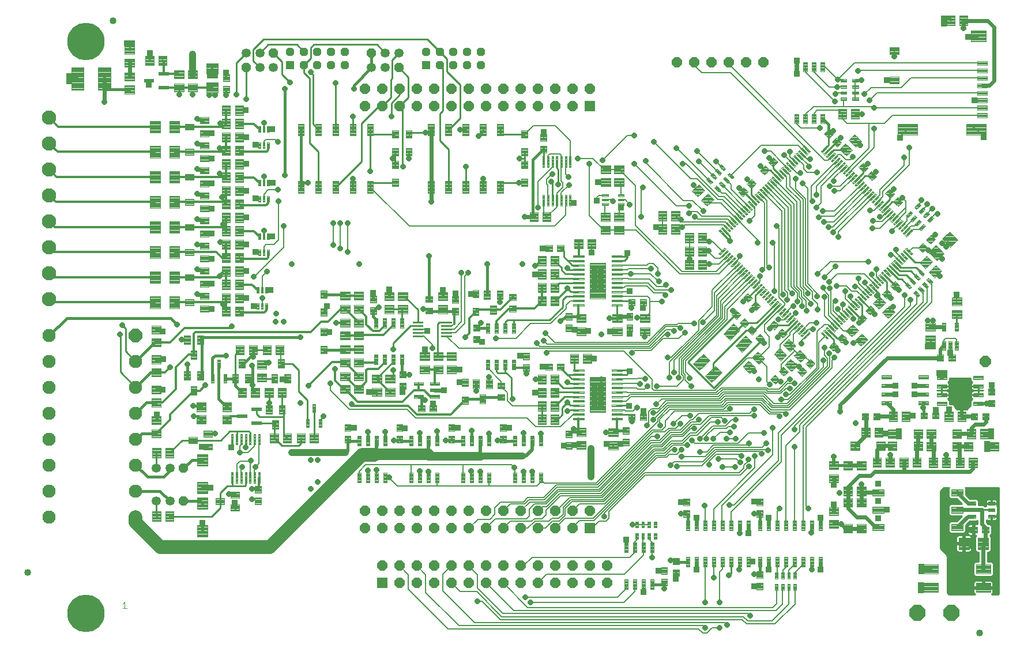
<source format=gtl>
G75*
%MOIN*%
%OFA0B0*%
%FSLAX25Y25*%
%IPPOS*%
%LPD*%
%AMOC8*
5,1,8,0,0,1.08239X$1,22.5*
%
%ADD10C,0.00400*%
%ADD11OC8,0.05906*%
%ADD12R,0.05906X0.05906*%
%ADD13C,0.00394*%
%ADD14C,0.04000*%
%ADD15OC8,0.07677*%
%ADD16C,0.07677*%
%ADD17OC8,0.09055*%
%ADD18C,0.00408*%
%ADD19C,0.00409*%
%ADD20C,0.00396*%
%ADD21C,0.00406*%
%ADD22C,0.00380*%
%ADD23C,0.00402*%
%ADD24C,0.00404*%
%ADD25C,0.00400*%
%ADD26C,0.00378*%
%ADD27C,0.00413*%
%ADD28C,0.00390*%
%ADD29OC8,0.05315*%
%ADD30C,0.05315*%
%ADD31OC8,0.06496*%
%ADD32C,0.00386*%
%ADD33R,0.04724X0.04724*%
%ADD34OC8,0.04724*%
%ADD35C,0.08268*%
%ADD36C,0.00374*%
%ADD37C,0.21654*%
%ADD38R,0.03175X0.03175*%
%ADD39OC8,0.03175*%
%ADD40C,0.00800*%
%ADD41C,0.01600*%
%ADD42C,0.01200*%
%ADD43C,0.01000*%
%ADD44C,0.02400*%
%ADD45C,0.00600*%
%ADD46C,0.04000*%
%ADD47C,0.02000*%
%ADD48C,0.06600*%
%ADD49C,0.05000*%
%ADD50C,0.08000*%
D10*
X0159308Y0065109D02*
X0161710Y0065109D01*
X0160509Y0065109D02*
X0160509Y0068712D01*
X0159308Y0067511D01*
X0327038Y0222192D02*
X0332838Y0222192D01*
X0327038Y0222192D02*
X0327038Y0222792D01*
X0332838Y0222792D01*
X0332838Y0222192D01*
X0332838Y0222591D02*
X0327038Y0222591D01*
X0327038Y0224161D02*
X0332838Y0224161D01*
X0327038Y0224161D02*
X0327038Y0224761D01*
X0332838Y0224761D01*
X0332838Y0224161D01*
X0332838Y0224560D02*
X0327038Y0224560D01*
X0327038Y0226129D02*
X0332838Y0226129D01*
X0327038Y0226129D02*
X0327038Y0226729D01*
X0332838Y0226729D01*
X0332838Y0226129D01*
X0332838Y0226528D02*
X0327038Y0226528D01*
X0327038Y0228098D02*
X0332838Y0228098D01*
X0327038Y0228098D02*
X0327038Y0228698D01*
X0332838Y0228698D01*
X0332838Y0228098D01*
X0332838Y0228497D02*
X0327038Y0228497D01*
X0327038Y0230066D02*
X0332838Y0230066D01*
X0327038Y0230066D02*
X0327038Y0230666D01*
X0332838Y0230666D01*
X0332838Y0230066D01*
X0332838Y0230465D02*
X0327038Y0230465D01*
X0343538Y0230066D02*
X0349338Y0230066D01*
X0343538Y0230066D02*
X0343538Y0230666D01*
X0349338Y0230666D01*
X0349338Y0230066D01*
X0349338Y0230465D02*
X0343538Y0230465D01*
X0343538Y0228098D02*
X0349338Y0228098D01*
X0343538Y0228098D02*
X0343538Y0228698D01*
X0349338Y0228698D01*
X0349338Y0228098D01*
X0349338Y0228497D02*
X0343538Y0228497D01*
X0343538Y0226129D02*
X0349338Y0226129D01*
X0343538Y0226129D02*
X0343538Y0226729D01*
X0349338Y0226729D01*
X0349338Y0226129D01*
X0349338Y0226528D02*
X0343538Y0226528D01*
X0343538Y0224161D02*
X0349338Y0224161D01*
X0343538Y0224161D02*
X0343538Y0224761D01*
X0349338Y0224761D01*
X0349338Y0224161D01*
X0349338Y0224560D02*
X0343538Y0224560D01*
X0343538Y0222192D02*
X0349338Y0222192D01*
X0343538Y0222192D02*
X0343538Y0222792D01*
X0349338Y0222792D01*
X0349338Y0222192D01*
X0349338Y0222591D02*
X0343538Y0222591D01*
X0243097Y0238079D02*
X0243097Y0241579D01*
X0243097Y0238079D02*
X0241897Y0238079D01*
X0241897Y0241579D01*
X0243097Y0241579D01*
X0243097Y0238478D02*
X0241897Y0238478D01*
X0241897Y0238877D02*
X0243097Y0238877D01*
X0243097Y0239276D02*
X0241897Y0239276D01*
X0241897Y0239675D02*
X0243097Y0239675D01*
X0243097Y0240074D02*
X0241897Y0240074D01*
X0241897Y0240473D02*
X0243097Y0240473D01*
X0243097Y0240872D02*
X0241897Y0240872D01*
X0241897Y0241271D02*
X0243097Y0241271D01*
X0240538Y0241579D02*
X0240538Y0238079D01*
X0239338Y0238079D01*
X0239338Y0241579D01*
X0240538Y0241579D01*
X0240538Y0238478D02*
X0239338Y0238478D01*
X0239338Y0238877D02*
X0240538Y0238877D01*
X0240538Y0239276D02*
X0239338Y0239276D01*
X0239338Y0239675D02*
X0240538Y0239675D01*
X0240538Y0240074D02*
X0239338Y0240074D01*
X0239338Y0240473D02*
X0240538Y0240473D01*
X0240538Y0240872D02*
X0239338Y0240872D01*
X0239338Y0241271D02*
X0240538Y0241271D01*
X0237979Y0241579D02*
X0237979Y0238079D01*
X0236779Y0238079D01*
X0236779Y0241579D01*
X0237979Y0241579D01*
X0237979Y0238478D02*
X0236779Y0238478D01*
X0236779Y0238877D02*
X0237979Y0238877D01*
X0237979Y0239276D02*
X0236779Y0239276D01*
X0236779Y0239675D02*
X0237979Y0239675D01*
X0237979Y0240074D02*
X0236779Y0240074D01*
X0236779Y0240473D02*
X0237979Y0240473D01*
X0237979Y0240872D02*
X0236779Y0240872D01*
X0236779Y0241271D02*
X0237979Y0241271D01*
X0237979Y0247279D02*
X0237979Y0250779D01*
X0237979Y0247279D02*
X0236779Y0247279D01*
X0236779Y0250779D01*
X0237979Y0250779D01*
X0237979Y0247678D02*
X0236779Y0247678D01*
X0236779Y0248077D02*
X0237979Y0248077D01*
X0237979Y0248476D02*
X0236779Y0248476D01*
X0236779Y0248875D02*
X0237979Y0248875D01*
X0237979Y0249274D02*
X0236779Y0249274D01*
X0236779Y0249673D02*
X0237979Y0249673D01*
X0237979Y0250072D02*
X0236779Y0250072D01*
X0236779Y0250471D02*
X0237979Y0250471D01*
X0240538Y0250779D02*
X0240538Y0247279D01*
X0239338Y0247279D01*
X0239338Y0250779D01*
X0240538Y0250779D01*
X0240538Y0247678D02*
X0239338Y0247678D01*
X0239338Y0248077D02*
X0240538Y0248077D01*
X0240538Y0248476D02*
X0239338Y0248476D01*
X0239338Y0248875D02*
X0240538Y0248875D01*
X0240538Y0249274D02*
X0239338Y0249274D01*
X0239338Y0249673D02*
X0240538Y0249673D01*
X0240538Y0250072D02*
X0239338Y0250072D01*
X0239338Y0250471D02*
X0240538Y0250471D01*
X0243097Y0250779D02*
X0243097Y0247279D01*
X0241897Y0247279D01*
X0241897Y0250779D01*
X0243097Y0250779D01*
X0243097Y0247678D02*
X0241897Y0247678D01*
X0241897Y0248077D02*
X0243097Y0248077D01*
X0243097Y0248476D02*
X0241897Y0248476D01*
X0241897Y0248875D02*
X0243097Y0248875D01*
X0243097Y0249274D02*
X0241897Y0249274D01*
X0241897Y0249673D02*
X0243097Y0249673D01*
X0243097Y0250072D02*
X0241897Y0250072D01*
X0241897Y0250471D02*
X0243097Y0250471D01*
X0244097Y0269079D02*
X0244097Y0272579D01*
X0244097Y0269079D02*
X0242897Y0269079D01*
X0242897Y0272579D01*
X0244097Y0272579D01*
X0244097Y0269478D02*
X0242897Y0269478D01*
X0242897Y0269877D02*
X0244097Y0269877D01*
X0244097Y0270276D02*
X0242897Y0270276D01*
X0242897Y0270675D02*
X0244097Y0270675D01*
X0244097Y0271074D02*
X0242897Y0271074D01*
X0242897Y0271473D02*
X0244097Y0271473D01*
X0244097Y0271872D02*
X0242897Y0271872D01*
X0242897Y0272271D02*
X0244097Y0272271D01*
X0241538Y0272579D02*
X0241538Y0269079D01*
X0240338Y0269079D01*
X0240338Y0272579D01*
X0241538Y0272579D01*
X0241538Y0269478D02*
X0240338Y0269478D01*
X0240338Y0269877D02*
X0241538Y0269877D01*
X0241538Y0270276D02*
X0240338Y0270276D01*
X0240338Y0270675D02*
X0241538Y0270675D01*
X0241538Y0271074D02*
X0240338Y0271074D01*
X0240338Y0271473D02*
X0241538Y0271473D01*
X0241538Y0271872D02*
X0240338Y0271872D01*
X0240338Y0272271D02*
X0241538Y0272271D01*
X0238979Y0272579D02*
X0238979Y0269079D01*
X0237779Y0269079D01*
X0237779Y0272579D01*
X0238979Y0272579D01*
X0238979Y0269478D02*
X0237779Y0269478D01*
X0237779Y0269877D02*
X0238979Y0269877D01*
X0238979Y0270276D02*
X0237779Y0270276D01*
X0237779Y0270675D02*
X0238979Y0270675D01*
X0238979Y0271074D02*
X0237779Y0271074D01*
X0237779Y0271473D02*
X0238979Y0271473D01*
X0238979Y0271872D02*
X0237779Y0271872D01*
X0237779Y0272271D02*
X0238979Y0272271D01*
X0238979Y0278279D02*
X0238979Y0281779D01*
X0238979Y0278279D02*
X0237779Y0278279D01*
X0237779Y0281779D01*
X0238979Y0281779D01*
X0238979Y0278678D02*
X0237779Y0278678D01*
X0237779Y0279077D02*
X0238979Y0279077D01*
X0238979Y0279476D02*
X0237779Y0279476D01*
X0237779Y0279875D02*
X0238979Y0279875D01*
X0238979Y0280274D02*
X0237779Y0280274D01*
X0237779Y0280673D02*
X0238979Y0280673D01*
X0238979Y0281072D02*
X0237779Y0281072D01*
X0237779Y0281471D02*
X0238979Y0281471D01*
X0241538Y0281779D02*
X0241538Y0278279D01*
X0240338Y0278279D01*
X0240338Y0281779D01*
X0241538Y0281779D01*
X0241538Y0278678D02*
X0240338Y0278678D01*
X0240338Y0279077D02*
X0241538Y0279077D01*
X0241538Y0279476D02*
X0240338Y0279476D01*
X0240338Y0279875D02*
X0241538Y0279875D01*
X0241538Y0280274D02*
X0240338Y0280274D01*
X0240338Y0280673D02*
X0241538Y0280673D01*
X0241538Y0281072D02*
X0240338Y0281072D01*
X0240338Y0281471D02*
X0241538Y0281471D01*
X0244097Y0281779D02*
X0244097Y0278279D01*
X0242897Y0278279D01*
X0242897Y0281779D01*
X0244097Y0281779D01*
X0244097Y0278678D02*
X0242897Y0278678D01*
X0242897Y0279077D02*
X0244097Y0279077D01*
X0244097Y0279476D02*
X0242897Y0279476D01*
X0242897Y0279875D02*
X0244097Y0279875D01*
X0244097Y0280274D02*
X0242897Y0280274D01*
X0242897Y0280673D02*
X0244097Y0280673D01*
X0244097Y0281072D02*
X0242897Y0281072D01*
X0242897Y0281471D02*
X0244097Y0281471D01*
X0244097Y0300079D02*
X0244097Y0303579D01*
X0244097Y0300079D02*
X0242897Y0300079D01*
X0242897Y0303579D01*
X0244097Y0303579D01*
X0244097Y0300478D02*
X0242897Y0300478D01*
X0242897Y0300877D02*
X0244097Y0300877D01*
X0244097Y0301276D02*
X0242897Y0301276D01*
X0242897Y0301675D02*
X0244097Y0301675D01*
X0244097Y0302074D02*
X0242897Y0302074D01*
X0242897Y0302473D02*
X0244097Y0302473D01*
X0244097Y0302872D02*
X0242897Y0302872D01*
X0242897Y0303271D02*
X0244097Y0303271D01*
X0241538Y0303579D02*
X0241538Y0300079D01*
X0240338Y0300079D01*
X0240338Y0303579D01*
X0241538Y0303579D01*
X0241538Y0300478D02*
X0240338Y0300478D01*
X0240338Y0300877D02*
X0241538Y0300877D01*
X0241538Y0301276D02*
X0240338Y0301276D01*
X0240338Y0301675D02*
X0241538Y0301675D01*
X0241538Y0302074D02*
X0240338Y0302074D01*
X0240338Y0302473D02*
X0241538Y0302473D01*
X0241538Y0302872D02*
X0240338Y0302872D01*
X0240338Y0303271D02*
X0241538Y0303271D01*
X0238979Y0303579D02*
X0238979Y0300079D01*
X0237779Y0300079D01*
X0237779Y0303579D01*
X0238979Y0303579D01*
X0238979Y0300478D02*
X0237779Y0300478D01*
X0237779Y0300877D02*
X0238979Y0300877D01*
X0238979Y0301276D02*
X0237779Y0301276D01*
X0237779Y0301675D02*
X0238979Y0301675D01*
X0238979Y0302074D02*
X0237779Y0302074D01*
X0237779Y0302473D02*
X0238979Y0302473D01*
X0238979Y0302872D02*
X0237779Y0302872D01*
X0237779Y0303271D02*
X0238979Y0303271D01*
X0238979Y0309279D02*
X0238979Y0312779D01*
X0238979Y0309279D02*
X0237779Y0309279D01*
X0237779Y0312779D01*
X0238979Y0312779D01*
X0238979Y0309678D02*
X0237779Y0309678D01*
X0237779Y0310077D02*
X0238979Y0310077D01*
X0238979Y0310476D02*
X0237779Y0310476D01*
X0237779Y0310875D02*
X0238979Y0310875D01*
X0238979Y0311274D02*
X0237779Y0311274D01*
X0237779Y0311673D02*
X0238979Y0311673D01*
X0238979Y0312072D02*
X0237779Y0312072D01*
X0237779Y0312471D02*
X0238979Y0312471D01*
X0241538Y0312779D02*
X0241538Y0309279D01*
X0240338Y0309279D01*
X0240338Y0312779D01*
X0241538Y0312779D01*
X0241538Y0309678D02*
X0240338Y0309678D01*
X0240338Y0310077D02*
X0241538Y0310077D01*
X0241538Y0310476D02*
X0240338Y0310476D01*
X0240338Y0310875D02*
X0241538Y0310875D01*
X0241538Y0311274D02*
X0240338Y0311274D01*
X0240338Y0311673D02*
X0241538Y0311673D01*
X0241538Y0312072D02*
X0240338Y0312072D01*
X0240338Y0312471D02*
X0241538Y0312471D01*
X0244097Y0312779D02*
X0244097Y0309279D01*
X0242897Y0309279D01*
X0242897Y0312779D01*
X0244097Y0312779D01*
X0244097Y0309678D02*
X0242897Y0309678D01*
X0242897Y0310077D02*
X0244097Y0310077D01*
X0244097Y0310476D02*
X0242897Y0310476D01*
X0242897Y0310875D02*
X0244097Y0310875D01*
X0244097Y0311274D02*
X0242897Y0311274D01*
X0242897Y0311673D02*
X0244097Y0311673D01*
X0244097Y0312072D02*
X0242897Y0312072D01*
X0242897Y0312471D02*
X0244097Y0312471D01*
X0244097Y0331079D02*
X0244097Y0334579D01*
X0244097Y0331079D02*
X0242897Y0331079D01*
X0242897Y0334579D01*
X0244097Y0334579D01*
X0244097Y0331478D02*
X0242897Y0331478D01*
X0242897Y0331877D02*
X0244097Y0331877D01*
X0244097Y0332276D02*
X0242897Y0332276D01*
X0242897Y0332675D02*
X0244097Y0332675D01*
X0244097Y0333074D02*
X0242897Y0333074D01*
X0242897Y0333473D02*
X0244097Y0333473D01*
X0244097Y0333872D02*
X0242897Y0333872D01*
X0242897Y0334271D02*
X0244097Y0334271D01*
X0241538Y0334579D02*
X0241538Y0331079D01*
X0240338Y0331079D01*
X0240338Y0334579D01*
X0241538Y0334579D01*
X0241538Y0331478D02*
X0240338Y0331478D01*
X0240338Y0331877D02*
X0241538Y0331877D01*
X0241538Y0332276D02*
X0240338Y0332276D01*
X0240338Y0332675D02*
X0241538Y0332675D01*
X0241538Y0333074D02*
X0240338Y0333074D01*
X0240338Y0333473D02*
X0241538Y0333473D01*
X0241538Y0333872D02*
X0240338Y0333872D01*
X0240338Y0334271D02*
X0241538Y0334271D01*
X0238979Y0334579D02*
X0238979Y0331079D01*
X0237779Y0331079D01*
X0237779Y0334579D01*
X0238979Y0334579D01*
X0238979Y0331478D02*
X0237779Y0331478D01*
X0237779Y0331877D02*
X0238979Y0331877D01*
X0238979Y0332276D02*
X0237779Y0332276D01*
X0237779Y0332675D02*
X0238979Y0332675D01*
X0238979Y0333074D02*
X0237779Y0333074D01*
X0237779Y0333473D02*
X0238979Y0333473D01*
X0238979Y0333872D02*
X0237779Y0333872D01*
X0237779Y0334271D02*
X0238979Y0334271D01*
X0238979Y0340279D02*
X0238979Y0343779D01*
X0238979Y0340279D02*
X0237779Y0340279D01*
X0237779Y0343779D01*
X0238979Y0343779D01*
X0238979Y0340678D02*
X0237779Y0340678D01*
X0237779Y0341077D02*
X0238979Y0341077D01*
X0238979Y0341476D02*
X0237779Y0341476D01*
X0237779Y0341875D02*
X0238979Y0341875D01*
X0238979Y0342274D02*
X0237779Y0342274D01*
X0237779Y0342673D02*
X0238979Y0342673D01*
X0238979Y0343072D02*
X0237779Y0343072D01*
X0237779Y0343471D02*
X0238979Y0343471D01*
X0241538Y0343779D02*
X0241538Y0340279D01*
X0240338Y0340279D01*
X0240338Y0343779D01*
X0241538Y0343779D01*
X0241538Y0340678D02*
X0240338Y0340678D01*
X0240338Y0341077D02*
X0241538Y0341077D01*
X0241538Y0341476D02*
X0240338Y0341476D01*
X0240338Y0341875D02*
X0241538Y0341875D01*
X0241538Y0342274D02*
X0240338Y0342274D01*
X0240338Y0342673D02*
X0241538Y0342673D01*
X0241538Y0343072D02*
X0240338Y0343072D01*
X0240338Y0343471D02*
X0241538Y0343471D01*
X0244097Y0343779D02*
X0244097Y0340279D01*
X0242897Y0340279D01*
X0242897Y0343779D01*
X0244097Y0343779D01*
X0244097Y0340678D02*
X0242897Y0340678D01*
X0242897Y0341077D02*
X0244097Y0341077D01*
X0244097Y0341476D02*
X0242897Y0341476D01*
X0242897Y0341875D02*
X0244097Y0341875D01*
X0244097Y0342274D02*
X0242897Y0342274D01*
X0242897Y0342673D02*
X0244097Y0342673D01*
X0244097Y0343072D02*
X0242897Y0343072D01*
X0242897Y0343471D02*
X0244097Y0343471D01*
X0436438Y0304438D02*
X0439938Y0304438D01*
X0439938Y0303238D01*
X0436438Y0303238D01*
X0436438Y0304438D01*
X0436438Y0303637D02*
X0439938Y0303637D01*
X0439938Y0304036D02*
X0436438Y0304036D01*
X0436438Y0304435D02*
X0439938Y0304435D01*
X0439938Y0301879D02*
X0436438Y0301879D01*
X0439938Y0301879D02*
X0439938Y0300679D01*
X0436438Y0300679D01*
X0436438Y0301879D01*
X0436438Y0301078D02*
X0439938Y0301078D01*
X0439938Y0301477D02*
X0436438Y0301477D01*
X0436438Y0301876D02*
X0439938Y0301876D01*
X0439938Y0299320D02*
X0436438Y0299320D01*
X0439938Y0299320D02*
X0439938Y0298120D01*
X0436438Y0298120D01*
X0436438Y0299320D01*
X0436438Y0298519D02*
X0439938Y0298519D01*
X0439938Y0298918D02*
X0436438Y0298918D01*
X0436438Y0299317D02*
X0439938Y0299317D01*
X0445638Y0299320D02*
X0449138Y0299320D01*
X0449138Y0298120D01*
X0445638Y0298120D01*
X0445638Y0299320D01*
X0445638Y0298519D02*
X0449138Y0298519D01*
X0449138Y0298918D02*
X0445638Y0298918D01*
X0445638Y0299317D02*
X0449138Y0299317D01*
X0449138Y0301879D02*
X0445638Y0301879D01*
X0449138Y0301879D02*
X0449138Y0300679D01*
X0445638Y0300679D01*
X0445638Y0301879D01*
X0445638Y0301078D02*
X0449138Y0301078D01*
X0449138Y0301477D02*
X0445638Y0301477D01*
X0445638Y0301876D02*
X0449138Y0301876D01*
X0449138Y0304438D02*
X0445638Y0304438D01*
X0449138Y0304438D02*
X0449138Y0303238D01*
X0445638Y0303238D01*
X0445638Y0304438D01*
X0445638Y0303637D02*
X0449138Y0303637D01*
X0449138Y0304036D02*
X0445638Y0304036D01*
X0445638Y0304435D02*
X0449138Y0304435D01*
D11*
X0419412Y0355390D03*
X0419412Y0365390D03*
X0429412Y0365390D03*
X0409412Y0365390D03*
X0399412Y0365390D03*
X0389412Y0365390D03*
X0379412Y0365390D03*
X0369412Y0365390D03*
X0359412Y0365390D03*
X0349412Y0365390D03*
X0339412Y0365390D03*
X0329412Y0365390D03*
X0319412Y0365390D03*
X0309412Y0365390D03*
X0299412Y0365390D03*
X0299412Y0355390D03*
X0309412Y0355390D03*
X0319412Y0355390D03*
X0329412Y0355390D03*
X0339412Y0355390D03*
X0349412Y0355390D03*
X0359412Y0355390D03*
X0369412Y0355390D03*
X0379412Y0355390D03*
X0389412Y0355390D03*
X0399412Y0355390D03*
X0409412Y0355390D03*
X0479688Y0380679D03*
X0489688Y0380679D03*
X0499688Y0380679D03*
X0509688Y0380679D03*
X0519688Y0380679D03*
X0529688Y0380679D03*
X0429412Y0121295D03*
X0419412Y0121295D03*
X0419412Y0111295D03*
X0409412Y0111295D03*
X0399412Y0111295D03*
X0389412Y0111295D03*
X0379412Y0111295D03*
X0369412Y0111295D03*
X0359412Y0111295D03*
X0349412Y0111295D03*
X0339412Y0111295D03*
X0329412Y0111295D03*
X0319412Y0111295D03*
X0309412Y0111295D03*
X0299412Y0111295D03*
X0299412Y0121295D03*
X0309412Y0121295D03*
X0319412Y0121295D03*
X0329412Y0121295D03*
X0339412Y0121295D03*
X0349412Y0121295D03*
X0359412Y0121295D03*
X0369412Y0121295D03*
X0379412Y0121295D03*
X0389412Y0121295D03*
X0399412Y0121295D03*
X0409412Y0121295D03*
X0409333Y0089642D03*
X0399333Y0089642D03*
X0389333Y0089642D03*
X0379333Y0089642D03*
X0369333Y0089642D03*
X0359333Y0089642D03*
X0349333Y0089642D03*
X0339333Y0089642D03*
X0329333Y0089642D03*
X0319333Y0089642D03*
X0309333Y0089642D03*
X0319333Y0079642D03*
X0329333Y0079642D03*
X0339333Y0079642D03*
X0349333Y0079642D03*
X0359333Y0079642D03*
X0369333Y0079642D03*
X0379333Y0079642D03*
X0389333Y0079642D03*
X0399333Y0079642D03*
X0409333Y0079642D03*
X0419333Y0079642D03*
X0429333Y0079642D03*
X0439333Y0079642D03*
X0439333Y0089642D03*
X0429333Y0089642D03*
X0419333Y0089642D03*
D12*
X0429412Y0111295D03*
X0309333Y0079642D03*
X0429412Y0355390D03*
D13*
X0400867Y0339194D02*
X0400867Y0335258D01*
X0400867Y0339194D02*
X0404409Y0339194D01*
X0404409Y0335258D01*
X0400867Y0335258D01*
X0400867Y0335651D02*
X0404409Y0335651D01*
X0404409Y0336044D02*
X0400867Y0336044D01*
X0400867Y0336437D02*
X0404409Y0336437D01*
X0404409Y0336830D02*
X0400867Y0336830D01*
X0400867Y0337223D02*
X0404409Y0337223D01*
X0404409Y0337616D02*
X0400867Y0337616D01*
X0400867Y0338009D02*
X0404409Y0338009D01*
X0404409Y0338402D02*
X0400867Y0338402D01*
X0400867Y0338795D02*
X0404409Y0338795D01*
X0404409Y0339188D02*
X0400867Y0339188D01*
X0393459Y0341312D02*
X0393459Y0336982D01*
X0389917Y0336982D01*
X0389917Y0341312D01*
X0393459Y0341312D01*
X0393459Y0337375D02*
X0389917Y0337375D01*
X0389917Y0337768D02*
X0393459Y0337768D01*
X0393459Y0338161D02*
X0389917Y0338161D01*
X0389917Y0338554D02*
X0393459Y0338554D01*
X0393459Y0338947D02*
X0389917Y0338947D01*
X0389917Y0339340D02*
X0393459Y0339340D01*
X0393459Y0339733D02*
X0389917Y0339733D01*
X0389917Y0340126D02*
X0393459Y0340126D01*
X0393459Y0340519D02*
X0389917Y0340519D01*
X0389917Y0340912D02*
X0393459Y0340912D01*
X0393459Y0341305D02*
X0389917Y0341305D01*
X0375917Y0338408D02*
X0375917Y0345258D01*
X0379459Y0345258D01*
X0379459Y0338408D01*
X0375917Y0338408D01*
X0375917Y0338801D02*
X0379459Y0338801D01*
X0379459Y0339194D02*
X0375917Y0339194D01*
X0375917Y0339587D02*
X0379459Y0339587D01*
X0379459Y0339980D02*
X0375917Y0339980D01*
X0375917Y0340373D02*
X0379459Y0340373D01*
X0379459Y0340766D02*
X0375917Y0340766D01*
X0375917Y0341159D02*
X0379459Y0341159D01*
X0379459Y0341552D02*
X0375917Y0341552D01*
X0375917Y0341945D02*
X0379459Y0341945D01*
X0379459Y0342338D02*
X0375917Y0342338D01*
X0375917Y0342731D02*
X0379459Y0342731D01*
X0379459Y0343124D02*
X0375917Y0343124D01*
X0375917Y0343517D02*
X0379459Y0343517D01*
X0379459Y0343910D02*
X0375917Y0343910D01*
X0375917Y0344303D02*
X0379459Y0344303D01*
X0379459Y0344696D02*
X0375917Y0344696D01*
X0375917Y0345089D02*
X0379459Y0345089D01*
X0365917Y0345258D02*
X0365917Y0338408D01*
X0365917Y0345258D02*
X0369459Y0345258D01*
X0369459Y0338408D01*
X0365917Y0338408D01*
X0365917Y0338801D02*
X0369459Y0338801D01*
X0369459Y0339194D02*
X0365917Y0339194D01*
X0365917Y0339587D02*
X0369459Y0339587D01*
X0369459Y0339980D02*
X0365917Y0339980D01*
X0365917Y0340373D02*
X0369459Y0340373D01*
X0369459Y0340766D02*
X0365917Y0340766D01*
X0365917Y0341159D02*
X0369459Y0341159D01*
X0369459Y0341552D02*
X0365917Y0341552D01*
X0365917Y0341945D02*
X0369459Y0341945D01*
X0369459Y0342338D02*
X0365917Y0342338D01*
X0365917Y0342731D02*
X0369459Y0342731D01*
X0369459Y0343124D02*
X0365917Y0343124D01*
X0365917Y0343517D02*
X0369459Y0343517D01*
X0369459Y0343910D02*
X0365917Y0343910D01*
X0365917Y0344303D02*
X0369459Y0344303D01*
X0369459Y0344696D02*
X0365917Y0344696D01*
X0365917Y0345089D02*
X0369459Y0345089D01*
X0355917Y0345258D02*
X0355917Y0338408D01*
X0355917Y0345258D02*
X0359459Y0345258D01*
X0359459Y0338408D01*
X0355917Y0338408D01*
X0355917Y0338801D02*
X0359459Y0338801D01*
X0359459Y0339194D02*
X0355917Y0339194D01*
X0355917Y0339587D02*
X0359459Y0339587D01*
X0359459Y0339980D02*
X0355917Y0339980D01*
X0355917Y0340373D02*
X0359459Y0340373D01*
X0359459Y0340766D02*
X0355917Y0340766D01*
X0355917Y0341159D02*
X0359459Y0341159D01*
X0359459Y0341552D02*
X0355917Y0341552D01*
X0355917Y0341945D02*
X0359459Y0341945D01*
X0359459Y0342338D02*
X0355917Y0342338D01*
X0355917Y0342731D02*
X0359459Y0342731D01*
X0359459Y0343124D02*
X0355917Y0343124D01*
X0355917Y0343517D02*
X0359459Y0343517D01*
X0359459Y0343910D02*
X0355917Y0343910D01*
X0355917Y0344303D02*
X0359459Y0344303D01*
X0359459Y0344696D02*
X0355917Y0344696D01*
X0355917Y0345089D02*
X0359459Y0345089D01*
X0345917Y0345258D02*
X0345917Y0338408D01*
X0345917Y0345258D02*
X0349459Y0345258D01*
X0349459Y0338408D01*
X0345917Y0338408D01*
X0345917Y0338801D02*
X0349459Y0338801D01*
X0349459Y0339194D02*
X0345917Y0339194D01*
X0345917Y0339587D02*
X0349459Y0339587D01*
X0349459Y0339980D02*
X0345917Y0339980D01*
X0345917Y0340373D02*
X0349459Y0340373D01*
X0349459Y0340766D02*
X0345917Y0340766D01*
X0345917Y0341159D02*
X0349459Y0341159D01*
X0349459Y0341552D02*
X0345917Y0341552D01*
X0345917Y0341945D02*
X0349459Y0341945D01*
X0349459Y0342338D02*
X0345917Y0342338D01*
X0345917Y0342731D02*
X0349459Y0342731D01*
X0349459Y0343124D02*
X0345917Y0343124D01*
X0345917Y0343517D02*
X0349459Y0343517D01*
X0349459Y0343910D02*
X0345917Y0343910D01*
X0345917Y0344303D02*
X0349459Y0344303D01*
X0349459Y0344696D02*
X0345917Y0344696D01*
X0345917Y0345089D02*
X0349459Y0345089D01*
X0335917Y0345258D02*
X0335917Y0338408D01*
X0335917Y0345258D02*
X0339459Y0345258D01*
X0339459Y0338408D01*
X0335917Y0338408D01*
X0335917Y0338801D02*
X0339459Y0338801D01*
X0339459Y0339194D02*
X0335917Y0339194D01*
X0335917Y0339587D02*
X0339459Y0339587D01*
X0339459Y0339980D02*
X0335917Y0339980D01*
X0335917Y0340373D02*
X0339459Y0340373D01*
X0339459Y0340766D02*
X0335917Y0340766D01*
X0335917Y0341159D02*
X0339459Y0341159D01*
X0339459Y0341552D02*
X0335917Y0341552D01*
X0335917Y0341945D02*
X0339459Y0341945D01*
X0339459Y0342338D02*
X0335917Y0342338D01*
X0335917Y0342731D02*
X0339459Y0342731D01*
X0339459Y0343124D02*
X0335917Y0343124D01*
X0335917Y0343517D02*
X0339459Y0343517D01*
X0339459Y0343910D02*
X0335917Y0343910D01*
X0335917Y0344303D02*
X0339459Y0344303D01*
X0339459Y0344696D02*
X0335917Y0344696D01*
X0335917Y0345089D02*
X0339459Y0345089D01*
X0326559Y0341312D02*
X0326559Y0336982D01*
X0323017Y0336982D01*
X0323017Y0341312D01*
X0326559Y0341312D01*
X0326559Y0337375D02*
X0323017Y0337375D01*
X0323017Y0337768D02*
X0326559Y0337768D01*
X0326559Y0338161D02*
X0323017Y0338161D01*
X0323017Y0338554D02*
X0326559Y0338554D01*
X0326559Y0338947D02*
X0323017Y0338947D01*
X0323017Y0339340D02*
X0326559Y0339340D01*
X0326559Y0339733D02*
X0323017Y0339733D01*
X0323017Y0340126D02*
X0326559Y0340126D01*
X0326559Y0340519D02*
X0323017Y0340519D01*
X0323017Y0340912D02*
X0326559Y0340912D01*
X0326559Y0341305D02*
X0323017Y0341305D01*
X0318659Y0341312D02*
X0318659Y0336982D01*
X0315117Y0336982D01*
X0315117Y0341312D01*
X0318659Y0341312D01*
X0318659Y0337375D02*
X0315117Y0337375D01*
X0315117Y0337768D02*
X0318659Y0337768D01*
X0318659Y0338161D02*
X0315117Y0338161D01*
X0315117Y0338554D02*
X0318659Y0338554D01*
X0318659Y0338947D02*
X0315117Y0338947D01*
X0315117Y0339340D02*
X0318659Y0339340D01*
X0318659Y0339733D02*
X0315117Y0339733D01*
X0315117Y0340126D02*
X0318659Y0340126D01*
X0318659Y0340519D02*
X0315117Y0340519D01*
X0315117Y0340912D02*
X0318659Y0340912D01*
X0318659Y0341305D02*
X0315117Y0341305D01*
X0300667Y0338408D02*
X0300667Y0345258D01*
X0304209Y0345258D01*
X0304209Y0338408D01*
X0300667Y0338408D01*
X0300667Y0338801D02*
X0304209Y0338801D01*
X0304209Y0339194D02*
X0300667Y0339194D01*
X0300667Y0339587D02*
X0304209Y0339587D01*
X0304209Y0339980D02*
X0300667Y0339980D01*
X0300667Y0340373D02*
X0304209Y0340373D01*
X0304209Y0340766D02*
X0300667Y0340766D01*
X0300667Y0341159D02*
X0304209Y0341159D01*
X0304209Y0341552D02*
X0300667Y0341552D01*
X0300667Y0341945D02*
X0304209Y0341945D01*
X0304209Y0342338D02*
X0300667Y0342338D01*
X0300667Y0342731D02*
X0304209Y0342731D01*
X0304209Y0343124D02*
X0300667Y0343124D01*
X0300667Y0343517D02*
X0304209Y0343517D01*
X0304209Y0343910D02*
X0300667Y0343910D01*
X0300667Y0344303D02*
X0304209Y0344303D01*
X0304209Y0344696D02*
X0300667Y0344696D01*
X0300667Y0345089D02*
X0304209Y0345089D01*
X0290667Y0345258D02*
X0290667Y0338408D01*
X0290667Y0345258D02*
X0294209Y0345258D01*
X0294209Y0338408D01*
X0290667Y0338408D01*
X0290667Y0338801D02*
X0294209Y0338801D01*
X0294209Y0339194D02*
X0290667Y0339194D01*
X0290667Y0339587D02*
X0294209Y0339587D01*
X0294209Y0339980D02*
X0290667Y0339980D01*
X0290667Y0340373D02*
X0294209Y0340373D01*
X0294209Y0340766D02*
X0290667Y0340766D01*
X0290667Y0341159D02*
X0294209Y0341159D01*
X0294209Y0341552D02*
X0290667Y0341552D01*
X0290667Y0341945D02*
X0294209Y0341945D01*
X0294209Y0342338D02*
X0290667Y0342338D01*
X0290667Y0342731D02*
X0294209Y0342731D01*
X0294209Y0343124D02*
X0290667Y0343124D01*
X0290667Y0343517D02*
X0294209Y0343517D01*
X0294209Y0343910D02*
X0290667Y0343910D01*
X0290667Y0344303D02*
X0294209Y0344303D01*
X0294209Y0344696D02*
X0290667Y0344696D01*
X0290667Y0345089D02*
X0294209Y0345089D01*
X0280667Y0345258D02*
X0280667Y0338408D01*
X0280667Y0345258D02*
X0284209Y0345258D01*
X0284209Y0338408D01*
X0280667Y0338408D01*
X0280667Y0338801D02*
X0284209Y0338801D01*
X0284209Y0339194D02*
X0280667Y0339194D01*
X0280667Y0339587D02*
X0284209Y0339587D01*
X0284209Y0339980D02*
X0280667Y0339980D01*
X0280667Y0340373D02*
X0284209Y0340373D01*
X0284209Y0340766D02*
X0280667Y0340766D01*
X0280667Y0341159D02*
X0284209Y0341159D01*
X0284209Y0341552D02*
X0280667Y0341552D01*
X0280667Y0341945D02*
X0284209Y0341945D01*
X0284209Y0342338D02*
X0280667Y0342338D01*
X0280667Y0342731D02*
X0284209Y0342731D01*
X0284209Y0343124D02*
X0280667Y0343124D01*
X0280667Y0343517D02*
X0284209Y0343517D01*
X0284209Y0343910D02*
X0280667Y0343910D01*
X0280667Y0344303D02*
X0284209Y0344303D01*
X0284209Y0344696D02*
X0280667Y0344696D01*
X0280667Y0345089D02*
X0284209Y0345089D01*
X0270667Y0345258D02*
X0270667Y0338408D01*
X0270667Y0345258D02*
X0274209Y0345258D01*
X0274209Y0338408D01*
X0270667Y0338408D01*
X0270667Y0338801D02*
X0274209Y0338801D01*
X0274209Y0339194D02*
X0270667Y0339194D01*
X0270667Y0339587D02*
X0274209Y0339587D01*
X0274209Y0339980D02*
X0270667Y0339980D01*
X0270667Y0340373D02*
X0274209Y0340373D01*
X0274209Y0340766D02*
X0270667Y0340766D01*
X0270667Y0341159D02*
X0274209Y0341159D01*
X0274209Y0341552D02*
X0270667Y0341552D01*
X0270667Y0341945D02*
X0274209Y0341945D01*
X0274209Y0342338D02*
X0270667Y0342338D01*
X0270667Y0342731D02*
X0274209Y0342731D01*
X0274209Y0343124D02*
X0270667Y0343124D01*
X0270667Y0343517D02*
X0274209Y0343517D01*
X0274209Y0343910D02*
X0270667Y0343910D01*
X0270667Y0344303D02*
X0274209Y0344303D01*
X0274209Y0344696D02*
X0270667Y0344696D01*
X0270667Y0345089D02*
X0274209Y0345089D01*
X0260667Y0345258D02*
X0260667Y0338408D01*
X0260667Y0345258D02*
X0264209Y0345258D01*
X0264209Y0338408D01*
X0260667Y0338408D01*
X0260667Y0338801D02*
X0264209Y0338801D01*
X0264209Y0339194D02*
X0260667Y0339194D01*
X0260667Y0339587D02*
X0264209Y0339587D01*
X0264209Y0339980D02*
X0260667Y0339980D01*
X0260667Y0340373D02*
X0264209Y0340373D01*
X0264209Y0340766D02*
X0260667Y0340766D01*
X0260667Y0341159D02*
X0264209Y0341159D01*
X0264209Y0341552D02*
X0260667Y0341552D01*
X0260667Y0341945D02*
X0264209Y0341945D01*
X0264209Y0342338D02*
X0260667Y0342338D01*
X0260667Y0342731D02*
X0264209Y0342731D01*
X0264209Y0343124D02*
X0260667Y0343124D01*
X0260667Y0343517D02*
X0264209Y0343517D01*
X0264209Y0343910D02*
X0260667Y0343910D01*
X0260667Y0344303D02*
X0264209Y0344303D01*
X0264209Y0344696D02*
X0260667Y0344696D01*
X0260667Y0345089D02*
X0264209Y0345089D01*
X0220959Y0363115D02*
X0220959Y0367051D01*
X0220959Y0363115D02*
X0217417Y0363115D01*
X0217417Y0367051D01*
X0220959Y0367051D01*
X0220959Y0363508D02*
X0217417Y0363508D01*
X0217417Y0363901D02*
X0220959Y0363901D01*
X0220959Y0364294D02*
X0217417Y0364294D01*
X0217417Y0364687D02*
X0220959Y0364687D01*
X0220959Y0365080D02*
X0217417Y0365080D01*
X0217417Y0365473D02*
X0220959Y0365473D01*
X0220959Y0365866D02*
X0217417Y0365866D01*
X0217417Y0366259D02*
X0220959Y0366259D01*
X0220959Y0366652D02*
X0217417Y0366652D01*
X0217417Y0367045D02*
X0220959Y0367045D01*
X0220959Y0369808D02*
X0220959Y0373744D01*
X0220959Y0369808D02*
X0217417Y0369808D01*
X0217417Y0373744D01*
X0220959Y0373744D01*
X0220959Y0370201D02*
X0217417Y0370201D01*
X0217417Y0370594D02*
X0220959Y0370594D01*
X0220959Y0370987D02*
X0217417Y0370987D01*
X0217417Y0371380D02*
X0220959Y0371380D01*
X0220959Y0371773D02*
X0217417Y0371773D01*
X0217417Y0372166D02*
X0220959Y0372166D01*
X0220959Y0372559D02*
X0217417Y0372559D01*
X0217417Y0372952D02*
X0220959Y0372952D01*
X0220959Y0373345D02*
X0217417Y0373345D01*
X0217417Y0373738D02*
X0220959Y0373738D01*
X0209077Y0348940D02*
X0209077Y0345398D01*
X0203959Y0345398D01*
X0203959Y0348940D01*
X0209077Y0348940D01*
X0209077Y0345791D02*
X0203959Y0345791D01*
X0203959Y0346184D02*
X0209077Y0346184D01*
X0209077Y0346577D02*
X0203959Y0346577D01*
X0203959Y0346970D02*
X0209077Y0346970D01*
X0209077Y0347363D02*
X0203959Y0347363D01*
X0203959Y0347756D02*
X0209077Y0347756D01*
X0209077Y0348149D02*
X0203959Y0348149D01*
X0203959Y0348542D02*
X0209077Y0348542D01*
X0209077Y0348935D02*
X0203959Y0348935D01*
X0200416Y0345200D02*
X0200416Y0341658D01*
X0195298Y0341658D01*
X0195298Y0345200D01*
X0200416Y0345200D01*
X0200416Y0342051D02*
X0195298Y0342051D01*
X0195298Y0342444D02*
X0200416Y0342444D01*
X0200416Y0342837D02*
X0195298Y0342837D01*
X0195298Y0343230D02*
X0200416Y0343230D01*
X0200416Y0343623D02*
X0195298Y0343623D01*
X0195298Y0344016D02*
X0200416Y0344016D01*
X0200416Y0344409D02*
X0195298Y0344409D01*
X0195298Y0344802D02*
X0200416Y0344802D01*
X0200416Y0345195D02*
X0195298Y0345195D01*
X0209077Y0341460D02*
X0209077Y0337918D01*
X0203959Y0337918D01*
X0203959Y0341460D01*
X0209077Y0341460D01*
X0209077Y0338311D02*
X0203959Y0338311D01*
X0203959Y0338704D02*
X0209077Y0338704D01*
X0209077Y0339097D02*
X0203959Y0339097D01*
X0203959Y0339490D02*
X0209077Y0339490D01*
X0209077Y0339883D02*
X0203959Y0339883D01*
X0203959Y0340276D02*
X0209077Y0340276D01*
X0209077Y0340669D02*
X0203959Y0340669D01*
X0203959Y0341062D02*
X0209077Y0341062D01*
X0209077Y0341455D02*
X0203959Y0341455D01*
X0209077Y0334440D02*
X0209077Y0330898D01*
X0203959Y0330898D01*
X0203959Y0334440D01*
X0209077Y0334440D01*
X0209077Y0331291D02*
X0203959Y0331291D01*
X0203959Y0331684D02*
X0209077Y0331684D01*
X0209077Y0332077D02*
X0203959Y0332077D01*
X0203959Y0332470D02*
X0209077Y0332470D01*
X0209077Y0332863D02*
X0203959Y0332863D01*
X0203959Y0333256D02*
X0209077Y0333256D01*
X0209077Y0333649D02*
X0203959Y0333649D01*
X0203959Y0334042D02*
X0209077Y0334042D01*
X0209077Y0334435D02*
X0203959Y0334435D01*
X0200416Y0330700D02*
X0200416Y0327158D01*
X0195298Y0327158D01*
X0195298Y0330700D01*
X0200416Y0330700D01*
X0200416Y0327551D02*
X0195298Y0327551D01*
X0195298Y0327944D02*
X0200416Y0327944D01*
X0200416Y0328337D02*
X0195298Y0328337D01*
X0195298Y0328730D02*
X0200416Y0328730D01*
X0200416Y0329123D02*
X0195298Y0329123D01*
X0195298Y0329516D02*
X0200416Y0329516D01*
X0200416Y0329909D02*
X0195298Y0329909D01*
X0195298Y0330302D02*
X0200416Y0330302D01*
X0200416Y0330695D02*
X0195298Y0330695D01*
X0209077Y0326960D02*
X0209077Y0323418D01*
X0203959Y0323418D01*
X0203959Y0326960D01*
X0209077Y0326960D01*
X0209077Y0323811D02*
X0203959Y0323811D01*
X0203959Y0324204D02*
X0209077Y0324204D01*
X0209077Y0324597D02*
X0203959Y0324597D01*
X0203959Y0324990D02*
X0209077Y0324990D01*
X0209077Y0325383D02*
X0203959Y0325383D01*
X0203959Y0325776D02*
X0209077Y0325776D01*
X0209077Y0326169D02*
X0203959Y0326169D01*
X0203959Y0326562D02*
X0209077Y0326562D01*
X0209077Y0326955D02*
X0203959Y0326955D01*
X0209077Y0319940D02*
X0209077Y0316398D01*
X0203959Y0316398D01*
X0203959Y0319940D01*
X0209077Y0319940D01*
X0209077Y0316791D02*
X0203959Y0316791D01*
X0203959Y0317184D02*
X0209077Y0317184D01*
X0209077Y0317577D02*
X0203959Y0317577D01*
X0203959Y0317970D02*
X0209077Y0317970D01*
X0209077Y0318363D02*
X0203959Y0318363D01*
X0203959Y0318756D02*
X0209077Y0318756D01*
X0209077Y0319149D02*
X0203959Y0319149D01*
X0203959Y0319542D02*
X0209077Y0319542D01*
X0209077Y0319935D02*
X0203959Y0319935D01*
X0200416Y0316200D02*
X0200416Y0312658D01*
X0195298Y0312658D01*
X0195298Y0316200D01*
X0200416Y0316200D01*
X0200416Y0313051D02*
X0195298Y0313051D01*
X0195298Y0313444D02*
X0200416Y0313444D01*
X0200416Y0313837D02*
X0195298Y0313837D01*
X0195298Y0314230D02*
X0200416Y0314230D01*
X0200416Y0314623D02*
X0195298Y0314623D01*
X0195298Y0315016D02*
X0200416Y0315016D01*
X0200416Y0315409D02*
X0195298Y0315409D01*
X0195298Y0315802D02*
X0200416Y0315802D01*
X0200416Y0316195D02*
X0195298Y0316195D01*
X0209077Y0312460D02*
X0209077Y0308918D01*
X0203959Y0308918D01*
X0203959Y0312460D01*
X0209077Y0312460D01*
X0209077Y0309311D02*
X0203959Y0309311D01*
X0203959Y0309704D02*
X0209077Y0309704D01*
X0209077Y0310097D02*
X0203959Y0310097D01*
X0203959Y0310490D02*
X0209077Y0310490D01*
X0209077Y0310883D02*
X0203959Y0310883D01*
X0203959Y0311276D02*
X0209077Y0311276D01*
X0209077Y0311669D02*
X0203959Y0311669D01*
X0203959Y0312062D02*
X0209077Y0312062D01*
X0209077Y0312455D02*
X0203959Y0312455D01*
X0209077Y0305440D02*
X0209077Y0301898D01*
X0203959Y0301898D01*
X0203959Y0305440D01*
X0209077Y0305440D01*
X0209077Y0302291D02*
X0203959Y0302291D01*
X0203959Y0302684D02*
X0209077Y0302684D01*
X0209077Y0303077D02*
X0203959Y0303077D01*
X0203959Y0303470D02*
X0209077Y0303470D01*
X0209077Y0303863D02*
X0203959Y0303863D01*
X0203959Y0304256D02*
X0209077Y0304256D01*
X0209077Y0304649D02*
X0203959Y0304649D01*
X0203959Y0305042D02*
X0209077Y0305042D01*
X0209077Y0305435D02*
X0203959Y0305435D01*
X0200416Y0301700D02*
X0200416Y0298158D01*
X0195298Y0298158D01*
X0195298Y0301700D01*
X0200416Y0301700D01*
X0200416Y0298551D02*
X0195298Y0298551D01*
X0195298Y0298944D02*
X0200416Y0298944D01*
X0200416Y0299337D02*
X0195298Y0299337D01*
X0195298Y0299730D02*
X0200416Y0299730D01*
X0200416Y0300123D02*
X0195298Y0300123D01*
X0195298Y0300516D02*
X0200416Y0300516D01*
X0200416Y0300909D02*
X0195298Y0300909D01*
X0195298Y0301302D02*
X0200416Y0301302D01*
X0200416Y0301695D02*
X0195298Y0301695D01*
X0209077Y0297960D02*
X0209077Y0294418D01*
X0203959Y0294418D01*
X0203959Y0297960D01*
X0209077Y0297960D01*
X0209077Y0294811D02*
X0203959Y0294811D01*
X0203959Y0295204D02*
X0209077Y0295204D01*
X0209077Y0295597D02*
X0203959Y0295597D01*
X0203959Y0295990D02*
X0209077Y0295990D01*
X0209077Y0296383D02*
X0203959Y0296383D01*
X0203959Y0296776D02*
X0209077Y0296776D01*
X0209077Y0297169D02*
X0203959Y0297169D01*
X0203959Y0297562D02*
X0209077Y0297562D01*
X0209077Y0297955D02*
X0203959Y0297955D01*
X0209077Y0290940D02*
X0209077Y0287398D01*
X0203959Y0287398D01*
X0203959Y0290940D01*
X0209077Y0290940D01*
X0209077Y0287791D02*
X0203959Y0287791D01*
X0203959Y0288184D02*
X0209077Y0288184D01*
X0209077Y0288577D02*
X0203959Y0288577D01*
X0203959Y0288970D02*
X0209077Y0288970D01*
X0209077Y0289363D02*
X0203959Y0289363D01*
X0203959Y0289756D02*
X0209077Y0289756D01*
X0209077Y0290149D02*
X0203959Y0290149D01*
X0203959Y0290542D02*
X0209077Y0290542D01*
X0209077Y0290935D02*
X0203959Y0290935D01*
X0200416Y0287200D02*
X0200416Y0283658D01*
X0195298Y0283658D01*
X0195298Y0287200D01*
X0200416Y0287200D01*
X0200416Y0284051D02*
X0195298Y0284051D01*
X0195298Y0284444D02*
X0200416Y0284444D01*
X0200416Y0284837D02*
X0195298Y0284837D01*
X0195298Y0285230D02*
X0200416Y0285230D01*
X0200416Y0285623D02*
X0195298Y0285623D01*
X0195298Y0286016D02*
X0200416Y0286016D01*
X0200416Y0286409D02*
X0195298Y0286409D01*
X0195298Y0286802D02*
X0200416Y0286802D01*
X0200416Y0287195D02*
X0195298Y0287195D01*
X0209077Y0283460D02*
X0209077Y0279918D01*
X0203959Y0279918D01*
X0203959Y0283460D01*
X0209077Y0283460D01*
X0209077Y0280311D02*
X0203959Y0280311D01*
X0203959Y0280704D02*
X0209077Y0280704D01*
X0209077Y0281097D02*
X0203959Y0281097D01*
X0203959Y0281490D02*
X0209077Y0281490D01*
X0209077Y0281883D02*
X0203959Y0281883D01*
X0203959Y0282276D02*
X0209077Y0282276D01*
X0209077Y0282669D02*
X0203959Y0282669D01*
X0203959Y0283062D02*
X0209077Y0283062D01*
X0209077Y0283455D02*
X0203959Y0283455D01*
X0209077Y0276440D02*
X0209077Y0272898D01*
X0203959Y0272898D01*
X0203959Y0276440D01*
X0209077Y0276440D01*
X0209077Y0273291D02*
X0203959Y0273291D01*
X0203959Y0273684D02*
X0209077Y0273684D01*
X0209077Y0274077D02*
X0203959Y0274077D01*
X0203959Y0274470D02*
X0209077Y0274470D01*
X0209077Y0274863D02*
X0203959Y0274863D01*
X0203959Y0275256D02*
X0209077Y0275256D01*
X0209077Y0275649D02*
X0203959Y0275649D01*
X0203959Y0276042D02*
X0209077Y0276042D01*
X0209077Y0276435D02*
X0203959Y0276435D01*
X0200416Y0272700D02*
X0200416Y0269158D01*
X0195298Y0269158D01*
X0195298Y0272700D01*
X0200416Y0272700D01*
X0200416Y0269551D02*
X0195298Y0269551D01*
X0195298Y0269944D02*
X0200416Y0269944D01*
X0200416Y0270337D02*
X0195298Y0270337D01*
X0195298Y0270730D02*
X0200416Y0270730D01*
X0200416Y0271123D02*
X0195298Y0271123D01*
X0195298Y0271516D02*
X0200416Y0271516D01*
X0200416Y0271909D02*
X0195298Y0271909D01*
X0195298Y0272302D02*
X0200416Y0272302D01*
X0200416Y0272695D02*
X0195298Y0272695D01*
X0209077Y0268960D02*
X0209077Y0265418D01*
X0203959Y0265418D01*
X0203959Y0268960D01*
X0209077Y0268960D01*
X0209077Y0265811D02*
X0203959Y0265811D01*
X0203959Y0266204D02*
X0209077Y0266204D01*
X0209077Y0266597D02*
X0203959Y0266597D01*
X0203959Y0266990D02*
X0209077Y0266990D01*
X0209077Y0267383D02*
X0203959Y0267383D01*
X0203959Y0267776D02*
X0209077Y0267776D01*
X0209077Y0268169D02*
X0203959Y0268169D01*
X0203959Y0268562D02*
X0209077Y0268562D01*
X0209077Y0268955D02*
X0203959Y0268955D01*
X0209077Y0261940D02*
X0209077Y0258398D01*
X0203959Y0258398D01*
X0203959Y0261940D01*
X0209077Y0261940D01*
X0209077Y0258791D02*
X0203959Y0258791D01*
X0203959Y0259184D02*
X0209077Y0259184D01*
X0209077Y0259577D02*
X0203959Y0259577D01*
X0203959Y0259970D02*
X0209077Y0259970D01*
X0209077Y0260363D02*
X0203959Y0260363D01*
X0203959Y0260756D02*
X0209077Y0260756D01*
X0209077Y0261149D02*
X0203959Y0261149D01*
X0203959Y0261542D02*
X0209077Y0261542D01*
X0209077Y0261935D02*
X0203959Y0261935D01*
X0200416Y0258200D02*
X0200416Y0254658D01*
X0195298Y0254658D01*
X0195298Y0258200D01*
X0200416Y0258200D01*
X0200416Y0255051D02*
X0195298Y0255051D01*
X0195298Y0255444D02*
X0200416Y0255444D01*
X0200416Y0255837D02*
X0195298Y0255837D01*
X0195298Y0256230D02*
X0200416Y0256230D01*
X0200416Y0256623D02*
X0195298Y0256623D01*
X0195298Y0257016D02*
X0200416Y0257016D01*
X0200416Y0257409D02*
X0195298Y0257409D01*
X0195298Y0257802D02*
X0200416Y0257802D01*
X0200416Y0258195D02*
X0195298Y0258195D01*
X0209077Y0254460D02*
X0209077Y0250918D01*
X0203959Y0250918D01*
X0203959Y0254460D01*
X0209077Y0254460D01*
X0209077Y0251311D02*
X0203959Y0251311D01*
X0203959Y0251704D02*
X0209077Y0251704D01*
X0209077Y0252097D02*
X0203959Y0252097D01*
X0203959Y0252490D02*
X0209077Y0252490D01*
X0209077Y0252883D02*
X0203959Y0252883D01*
X0203959Y0253276D02*
X0209077Y0253276D01*
X0209077Y0253669D02*
X0203959Y0253669D01*
X0203959Y0254062D02*
X0209077Y0254062D01*
X0209077Y0254455D02*
X0203959Y0254455D01*
X0209077Y0247440D02*
X0209077Y0243898D01*
X0203959Y0243898D01*
X0203959Y0247440D01*
X0209077Y0247440D01*
X0209077Y0244291D02*
X0203959Y0244291D01*
X0203959Y0244684D02*
X0209077Y0244684D01*
X0209077Y0245077D02*
X0203959Y0245077D01*
X0203959Y0245470D02*
X0209077Y0245470D01*
X0209077Y0245863D02*
X0203959Y0245863D01*
X0203959Y0246256D02*
X0209077Y0246256D01*
X0209077Y0246649D02*
X0203959Y0246649D01*
X0203959Y0247042D02*
X0209077Y0247042D01*
X0209077Y0247435D02*
X0203959Y0247435D01*
X0200416Y0243700D02*
X0200416Y0240158D01*
X0195298Y0240158D01*
X0195298Y0243700D01*
X0200416Y0243700D01*
X0200416Y0240551D02*
X0195298Y0240551D01*
X0195298Y0240944D02*
X0200416Y0240944D01*
X0200416Y0241337D02*
X0195298Y0241337D01*
X0195298Y0241730D02*
X0200416Y0241730D01*
X0200416Y0242123D02*
X0195298Y0242123D01*
X0195298Y0242516D02*
X0200416Y0242516D01*
X0200416Y0242909D02*
X0195298Y0242909D01*
X0195298Y0243302D02*
X0200416Y0243302D01*
X0200416Y0243695D02*
X0195298Y0243695D01*
X0209077Y0239960D02*
X0209077Y0236418D01*
X0203959Y0236418D01*
X0203959Y0239960D01*
X0209077Y0239960D01*
X0209077Y0236811D02*
X0203959Y0236811D01*
X0203959Y0237204D02*
X0209077Y0237204D01*
X0209077Y0237597D02*
X0203959Y0237597D01*
X0203959Y0237990D02*
X0209077Y0237990D01*
X0209077Y0238383D02*
X0203959Y0238383D01*
X0203959Y0238776D02*
X0209077Y0238776D01*
X0209077Y0239169D02*
X0203959Y0239169D01*
X0203959Y0239562D02*
X0209077Y0239562D01*
X0209077Y0239955D02*
X0203959Y0239955D01*
X0202407Y0222819D02*
X0205949Y0222819D01*
X0205949Y0217701D01*
X0202407Y0217701D01*
X0202407Y0222819D01*
X0202407Y0218094D02*
X0205949Y0218094D01*
X0205949Y0218487D02*
X0202407Y0218487D01*
X0202407Y0218880D02*
X0205949Y0218880D01*
X0205949Y0219273D02*
X0202407Y0219273D01*
X0202407Y0219666D02*
X0205949Y0219666D01*
X0205949Y0220059D02*
X0202407Y0220059D01*
X0202407Y0220452D02*
X0205949Y0220452D01*
X0205949Y0220845D02*
X0202407Y0220845D01*
X0202407Y0221238D02*
X0205949Y0221238D01*
X0205949Y0221631D02*
X0202407Y0221631D01*
X0202407Y0222024D02*
X0205949Y0222024D01*
X0205949Y0222417D02*
X0202407Y0222417D01*
X0202407Y0222810D02*
X0205949Y0222810D01*
X0198469Y0222819D02*
X0194927Y0222819D01*
X0198469Y0222819D02*
X0198469Y0217701D01*
X0194927Y0217701D01*
X0194927Y0222819D01*
X0194927Y0218094D02*
X0198469Y0218094D01*
X0198469Y0218487D02*
X0194927Y0218487D01*
X0194927Y0218880D02*
X0198469Y0218880D01*
X0198469Y0219273D02*
X0194927Y0219273D01*
X0194927Y0219666D02*
X0198469Y0219666D01*
X0198469Y0220059D02*
X0194927Y0220059D01*
X0194927Y0220452D02*
X0198469Y0220452D01*
X0198469Y0220845D02*
X0194927Y0220845D01*
X0194927Y0221238D02*
X0198469Y0221238D01*
X0198469Y0221631D02*
X0194927Y0221631D01*
X0194927Y0222024D02*
X0198469Y0222024D01*
X0198469Y0222417D02*
X0194927Y0222417D01*
X0194927Y0222810D02*
X0198469Y0222810D01*
X0198667Y0214157D02*
X0202209Y0214157D01*
X0202209Y0209039D01*
X0198667Y0209039D01*
X0198667Y0214157D01*
X0198667Y0209432D02*
X0202209Y0209432D01*
X0202209Y0209825D02*
X0198667Y0209825D01*
X0198667Y0210218D02*
X0202209Y0210218D01*
X0202209Y0210611D02*
X0198667Y0210611D01*
X0198667Y0211004D02*
X0202209Y0211004D01*
X0202209Y0211397D02*
X0198667Y0211397D01*
X0198667Y0211790D02*
X0202209Y0211790D01*
X0202209Y0212183D02*
X0198667Y0212183D01*
X0198667Y0212576D02*
X0202209Y0212576D01*
X0202209Y0212969D02*
X0198667Y0212969D01*
X0198667Y0213362D02*
X0202209Y0213362D01*
X0202209Y0213755D02*
X0198667Y0213755D01*
X0198667Y0214148D02*
X0202209Y0214148D01*
X0202407Y0202069D02*
X0205949Y0202069D01*
X0205949Y0196951D01*
X0202407Y0196951D01*
X0202407Y0202069D01*
X0202407Y0197344D02*
X0205949Y0197344D01*
X0205949Y0197737D02*
X0202407Y0197737D01*
X0202407Y0198130D02*
X0205949Y0198130D01*
X0205949Y0198523D02*
X0202407Y0198523D01*
X0202407Y0198916D02*
X0205949Y0198916D01*
X0205949Y0199309D02*
X0202407Y0199309D01*
X0202407Y0199702D02*
X0205949Y0199702D01*
X0205949Y0200095D02*
X0202407Y0200095D01*
X0202407Y0200488D02*
X0205949Y0200488D01*
X0205949Y0200881D02*
X0202407Y0200881D01*
X0202407Y0201274D02*
X0205949Y0201274D01*
X0205949Y0201667D02*
X0202407Y0201667D01*
X0202407Y0202060D02*
X0205949Y0202060D01*
X0198469Y0202069D02*
X0194927Y0202069D01*
X0198469Y0202069D02*
X0198469Y0196951D01*
X0194927Y0196951D01*
X0194927Y0202069D01*
X0194927Y0197344D02*
X0198469Y0197344D01*
X0198469Y0197737D02*
X0194927Y0197737D01*
X0194927Y0198130D02*
X0198469Y0198130D01*
X0198469Y0198523D02*
X0194927Y0198523D01*
X0194927Y0198916D02*
X0198469Y0198916D01*
X0198469Y0199309D02*
X0194927Y0199309D01*
X0194927Y0199702D02*
X0198469Y0199702D01*
X0198469Y0200095D02*
X0194927Y0200095D01*
X0194927Y0200488D02*
X0198469Y0200488D01*
X0198469Y0200881D02*
X0194927Y0200881D01*
X0194927Y0201274D02*
X0198469Y0201274D01*
X0198469Y0201667D02*
X0194927Y0201667D01*
X0194927Y0202060D02*
X0198469Y0202060D01*
X0198667Y0193407D02*
X0202209Y0193407D01*
X0202209Y0188289D01*
X0198667Y0188289D01*
X0198667Y0193407D01*
X0198667Y0188682D02*
X0202209Y0188682D01*
X0202209Y0189075D02*
X0198667Y0189075D01*
X0198667Y0189468D02*
X0202209Y0189468D01*
X0202209Y0189861D02*
X0198667Y0189861D01*
X0198667Y0190254D02*
X0202209Y0190254D01*
X0202209Y0190647D02*
X0198667Y0190647D01*
X0198667Y0191040D02*
X0202209Y0191040D01*
X0202209Y0191433D02*
X0198667Y0191433D01*
X0198667Y0191826D02*
X0202209Y0191826D01*
X0202209Y0192219D02*
X0198667Y0192219D01*
X0198667Y0192612D02*
X0202209Y0192612D01*
X0202209Y0193005D02*
X0198667Y0193005D01*
X0198667Y0193398D02*
X0202209Y0193398D01*
X0222677Y0195289D02*
X0226219Y0195289D01*
X0222677Y0195289D02*
X0222677Y0200407D01*
X0226219Y0200407D01*
X0226219Y0195289D01*
X0226219Y0195682D02*
X0222677Y0195682D01*
X0222677Y0196075D02*
X0226219Y0196075D01*
X0226219Y0196468D02*
X0222677Y0196468D01*
X0222677Y0196861D02*
X0226219Y0196861D01*
X0226219Y0197254D02*
X0222677Y0197254D01*
X0222677Y0197647D02*
X0226219Y0197647D01*
X0226219Y0198040D02*
X0222677Y0198040D01*
X0222677Y0198433D02*
X0226219Y0198433D01*
X0226219Y0198826D02*
X0222677Y0198826D01*
X0222677Y0199219D02*
X0226219Y0199219D01*
X0226219Y0199612D02*
X0222677Y0199612D01*
X0222677Y0200005D02*
X0226219Y0200005D01*
X0226219Y0200398D02*
X0222677Y0200398D01*
X0226417Y0203951D02*
X0229959Y0203951D01*
X0226417Y0203951D02*
X0226417Y0209069D01*
X0229959Y0209069D01*
X0229959Y0203951D01*
X0229959Y0204344D02*
X0226417Y0204344D01*
X0226417Y0204737D02*
X0229959Y0204737D01*
X0229959Y0205130D02*
X0226417Y0205130D01*
X0226417Y0205523D02*
X0229959Y0205523D01*
X0229959Y0205916D02*
X0226417Y0205916D01*
X0226417Y0206309D02*
X0229959Y0206309D01*
X0229959Y0206702D02*
X0226417Y0206702D01*
X0226417Y0207095D02*
X0229959Y0207095D01*
X0229959Y0207488D02*
X0226417Y0207488D01*
X0226417Y0207881D02*
X0229959Y0207881D01*
X0229959Y0208274D02*
X0226417Y0208274D01*
X0226417Y0208667D02*
X0229959Y0208667D01*
X0229959Y0209060D02*
X0226417Y0209060D01*
X0230157Y0195289D02*
X0233699Y0195289D01*
X0230157Y0195289D02*
X0230157Y0200407D01*
X0233699Y0200407D01*
X0233699Y0195289D01*
X0233699Y0195682D02*
X0230157Y0195682D01*
X0230157Y0196075D02*
X0233699Y0196075D01*
X0233699Y0196468D02*
X0230157Y0196468D01*
X0230157Y0196861D02*
X0233699Y0196861D01*
X0233699Y0197254D02*
X0230157Y0197254D01*
X0230157Y0197647D02*
X0233699Y0197647D01*
X0233699Y0198040D02*
X0230157Y0198040D01*
X0230157Y0198433D02*
X0233699Y0198433D01*
X0233699Y0198826D02*
X0230157Y0198826D01*
X0230157Y0199219D02*
X0233699Y0199219D01*
X0233699Y0199612D02*
X0230157Y0199612D01*
X0230157Y0200005D02*
X0233699Y0200005D01*
X0233699Y0200398D02*
X0230157Y0200398D01*
X0245327Y0195289D02*
X0248869Y0195289D01*
X0245327Y0195289D02*
X0245327Y0200407D01*
X0248869Y0200407D01*
X0248869Y0195289D01*
X0248869Y0195682D02*
X0245327Y0195682D01*
X0245327Y0196075D02*
X0248869Y0196075D01*
X0248869Y0196468D02*
X0245327Y0196468D01*
X0245327Y0196861D02*
X0248869Y0196861D01*
X0248869Y0197254D02*
X0245327Y0197254D01*
X0245327Y0197647D02*
X0248869Y0197647D01*
X0248869Y0198040D02*
X0245327Y0198040D01*
X0245327Y0198433D02*
X0248869Y0198433D01*
X0248869Y0198826D02*
X0245327Y0198826D01*
X0245327Y0199219D02*
X0248869Y0199219D01*
X0248869Y0199612D02*
X0245327Y0199612D01*
X0245327Y0200005D02*
X0248869Y0200005D01*
X0248869Y0200398D02*
X0245327Y0200398D01*
X0249067Y0203951D02*
X0252609Y0203951D01*
X0249067Y0203951D02*
X0249067Y0209069D01*
X0252609Y0209069D01*
X0252609Y0203951D01*
X0252609Y0204344D02*
X0249067Y0204344D01*
X0249067Y0204737D02*
X0252609Y0204737D01*
X0252609Y0205130D02*
X0249067Y0205130D01*
X0249067Y0205523D02*
X0252609Y0205523D01*
X0252609Y0205916D02*
X0249067Y0205916D01*
X0249067Y0206309D02*
X0252609Y0206309D01*
X0252609Y0206702D02*
X0249067Y0206702D01*
X0249067Y0207095D02*
X0252609Y0207095D01*
X0252609Y0207488D02*
X0249067Y0207488D01*
X0249067Y0207881D02*
X0252609Y0207881D01*
X0252609Y0208274D02*
X0249067Y0208274D01*
X0249067Y0208667D02*
X0252609Y0208667D01*
X0252609Y0209060D02*
X0249067Y0209060D01*
X0252807Y0195289D02*
X0256349Y0195289D01*
X0252807Y0195289D02*
X0252807Y0200407D01*
X0256349Y0200407D01*
X0256349Y0195289D01*
X0256349Y0195682D02*
X0252807Y0195682D01*
X0252807Y0196075D02*
X0256349Y0196075D01*
X0256349Y0196468D02*
X0252807Y0196468D01*
X0252807Y0196861D02*
X0256349Y0196861D01*
X0256349Y0197254D02*
X0252807Y0197254D01*
X0252807Y0197647D02*
X0256349Y0197647D01*
X0256349Y0198040D02*
X0252807Y0198040D01*
X0252807Y0198433D02*
X0256349Y0198433D01*
X0256349Y0198826D02*
X0252807Y0198826D01*
X0252807Y0199219D02*
X0256349Y0199219D01*
X0256349Y0199612D02*
X0252807Y0199612D01*
X0252807Y0200005D02*
X0256349Y0200005D01*
X0256349Y0200398D02*
X0252807Y0200398D01*
X0273917Y0212396D02*
X0273917Y0216726D01*
X0277459Y0216726D01*
X0277459Y0212396D01*
X0273917Y0212396D01*
X0273917Y0212789D02*
X0277459Y0212789D01*
X0277459Y0213182D02*
X0273917Y0213182D01*
X0273917Y0213575D02*
X0277459Y0213575D01*
X0277459Y0213968D02*
X0273917Y0213968D01*
X0273917Y0214361D02*
X0277459Y0214361D01*
X0277459Y0214754D02*
X0273917Y0214754D01*
X0273917Y0215147D02*
X0277459Y0215147D01*
X0277459Y0215540D02*
X0273917Y0215540D01*
X0273917Y0215933D02*
X0277459Y0215933D01*
X0277459Y0216326D02*
X0273917Y0216326D01*
X0273917Y0216719D02*
X0277459Y0216719D01*
X0273917Y0222632D02*
X0273917Y0226962D01*
X0277459Y0226962D01*
X0277459Y0222632D01*
X0273917Y0222632D01*
X0273917Y0223025D02*
X0277459Y0223025D01*
X0277459Y0223418D02*
X0273917Y0223418D01*
X0273917Y0223811D02*
X0277459Y0223811D01*
X0277459Y0224204D02*
X0273917Y0224204D01*
X0273917Y0224597D02*
X0277459Y0224597D01*
X0277459Y0224990D02*
X0273917Y0224990D01*
X0273917Y0225383D02*
X0277459Y0225383D01*
X0277459Y0225776D02*
X0273917Y0225776D01*
X0273917Y0226169D02*
X0277459Y0226169D01*
X0277459Y0226562D02*
X0273917Y0226562D01*
X0273917Y0226955D02*
X0277459Y0226955D01*
X0277459Y0234146D02*
X0277459Y0238476D01*
X0277459Y0234146D02*
X0273917Y0234146D01*
X0273917Y0238476D01*
X0277459Y0238476D01*
X0277459Y0234539D02*
X0273917Y0234539D01*
X0273917Y0234932D02*
X0277459Y0234932D01*
X0277459Y0235325D02*
X0273917Y0235325D01*
X0273917Y0235718D02*
X0277459Y0235718D01*
X0277459Y0236111D02*
X0273917Y0236111D01*
X0273917Y0236504D02*
X0277459Y0236504D01*
X0277459Y0236897D02*
X0273917Y0236897D01*
X0273917Y0237290D02*
X0277459Y0237290D01*
X0277459Y0237683D02*
X0273917Y0237683D01*
X0273917Y0238076D02*
X0277459Y0238076D01*
X0277459Y0238469D02*
X0273917Y0238469D01*
X0277459Y0244382D02*
X0277459Y0248712D01*
X0277459Y0244382D02*
X0273917Y0244382D01*
X0273917Y0248712D01*
X0277459Y0248712D01*
X0277459Y0244775D02*
X0273917Y0244775D01*
X0273917Y0245168D02*
X0277459Y0245168D01*
X0277459Y0245561D02*
X0273917Y0245561D01*
X0273917Y0245954D02*
X0277459Y0245954D01*
X0277459Y0246347D02*
X0273917Y0246347D01*
X0273917Y0246740D02*
X0277459Y0246740D01*
X0277459Y0247133D02*
X0273917Y0247133D01*
X0273917Y0247526D02*
X0277459Y0247526D01*
X0277459Y0247919D02*
X0273917Y0247919D01*
X0273917Y0248312D02*
X0277459Y0248312D01*
X0277459Y0248705D02*
X0273917Y0248705D01*
X0305959Y0245744D02*
X0305959Y0241808D01*
X0302417Y0241808D01*
X0302417Y0245744D01*
X0305959Y0245744D01*
X0305959Y0242201D02*
X0302417Y0242201D01*
X0302417Y0242594D02*
X0305959Y0242594D01*
X0305959Y0242987D02*
X0302417Y0242987D01*
X0302417Y0243380D02*
X0305959Y0243380D01*
X0305959Y0243773D02*
X0302417Y0243773D01*
X0302417Y0244166D02*
X0305959Y0244166D01*
X0305959Y0244559D02*
X0302417Y0244559D01*
X0302417Y0244952D02*
X0305959Y0244952D01*
X0305959Y0245345D02*
X0302417Y0245345D01*
X0302417Y0245738D02*
X0305959Y0245738D01*
X0305959Y0239051D02*
X0305959Y0235115D01*
X0302417Y0235115D01*
X0302417Y0239051D01*
X0305959Y0239051D01*
X0305959Y0235508D02*
X0302417Y0235508D01*
X0302417Y0235901D02*
X0305959Y0235901D01*
X0305959Y0236294D02*
X0302417Y0236294D01*
X0302417Y0236687D02*
X0305959Y0236687D01*
X0305959Y0237080D02*
X0302417Y0237080D01*
X0302417Y0237473D02*
X0305959Y0237473D01*
X0305959Y0237866D02*
X0302417Y0237866D01*
X0302417Y0238259D02*
X0305959Y0238259D01*
X0305959Y0238652D02*
X0302417Y0238652D01*
X0302417Y0239045D02*
X0305959Y0239045D01*
X0338406Y0238854D02*
X0338406Y0235312D01*
X0334470Y0235312D01*
X0334470Y0238854D01*
X0338406Y0238854D01*
X0338406Y0235705D02*
X0334470Y0235705D01*
X0334470Y0236098D02*
X0338406Y0236098D01*
X0338406Y0236491D02*
X0334470Y0236491D01*
X0334470Y0236884D02*
X0338406Y0236884D01*
X0338406Y0237277D02*
X0334470Y0237277D01*
X0334470Y0237670D02*
X0338406Y0237670D01*
X0338406Y0238063D02*
X0334470Y0238063D01*
X0334470Y0238456D02*
X0338406Y0238456D01*
X0338406Y0238849D02*
X0334470Y0238849D01*
X0338406Y0242005D02*
X0338406Y0245547D01*
X0338406Y0242005D02*
X0334470Y0242005D01*
X0334470Y0245547D01*
X0338406Y0245547D01*
X0338406Y0242398D02*
X0334470Y0242398D01*
X0334470Y0242791D02*
X0338406Y0242791D01*
X0338406Y0243184D02*
X0334470Y0243184D01*
X0334470Y0243577D02*
X0338406Y0243577D01*
X0338406Y0243970D02*
X0334470Y0243970D01*
X0334470Y0244363D02*
X0338406Y0244363D01*
X0338406Y0244756D02*
X0334470Y0244756D01*
X0334470Y0245149D02*
X0338406Y0245149D01*
X0338406Y0245542D02*
X0334470Y0245542D01*
X0353459Y0245494D02*
X0353459Y0241558D01*
X0349917Y0241558D01*
X0349917Y0245494D01*
X0353459Y0245494D01*
X0353459Y0241951D02*
X0349917Y0241951D01*
X0349917Y0242344D02*
X0353459Y0242344D01*
X0353459Y0242737D02*
X0349917Y0242737D01*
X0349917Y0243130D02*
X0353459Y0243130D01*
X0353459Y0243523D02*
X0349917Y0243523D01*
X0349917Y0243916D02*
X0353459Y0243916D01*
X0353459Y0244309D02*
X0349917Y0244309D01*
X0349917Y0244702D02*
X0353459Y0244702D01*
X0353459Y0245095D02*
X0349917Y0245095D01*
X0349917Y0245488D02*
X0353459Y0245488D01*
X0353459Y0238801D02*
X0353459Y0234865D01*
X0349917Y0234865D01*
X0349917Y0238801D01*
X0353459Y0238801D01*
X0353459Y0235258D02*
X0349917Y0235258D01*
X0349917Y0235651D02*
X0353459Y0235651D01*
X0353459Y0236044D02*
X0349917Y0236044D01*
X0349917Y0236437D02*
X0353459Y0236437D01*
X0353459Y0236830D02*
X0349917Y0236830D01*
X0349917Y0237223D02*
X0353459Y0237223D01*
X0353459Y0237616D02*
X0349917Y0237616D01*
X0349917Y0238009D02*
X0353459Y0238009D01*
X0353459Y0238402D02*
X0349917Y0238402D01*
X0349917Y0238795D02*
X0353459Y0238795D01*
X0361667Y0238726D02*
X0361667Y0234396D01*
X0361667Y0238726D02*
X0365209Y0238726D01*
X0365209Y0234396D01*
X0361667Y0234396D01*
X0361667Y0234789D02*
X0365209Y0234789D01*
X0365209Y0235182D02*
X0361667Y0235182D01*
X0361667Y0235575D02*
X0365209Y0235575D01*
X0365209Y0235968D02*
X0361667Y0235968D01*
X0361667Y0236361D02*
X0365209Y0236361D01*
X0365209Y0236754D02*
X0361667Y0236754D01*
X0361667Y0237147D02*
X0365209Y0237147D01*
X0365209Y0237540D02*
X0361667Y0237540D01*
X0361667Y0237933D02*
X0365209Y0237933D01*
X0365209Y0238326D02*
X0361667Y0238326D01*
X0361667Y0238719D02*
X0365209Y0238719D01*
X0371917Y0240157D02*
X0375459Y0240157D01*
X0375459Y0235039D01*
X0371917Y0235039D01*
X0371917Y0240157D01*
X0371917Y0235432D02*
X0375459Y0235432D01*
X0375459Y0235825D02*
X0371917Y0235825D01*
X0371917Y0236218D02*
X0375459Y0236218D01*
X0375459Y0236611D02*
X0371917Y0236611D01*
X0371917Y0237004D02*
X0375459Y0237004D01*
X0375459Y0237397D02*
X0371917Y0237397D01*
X0371917Y0237790D02*
X0375459Y0237790D01*
X0375459Y0238183D02*
X0371917Y0238183D01*
X0371917Y0238576D02*
X0375459Y0238576D01*
X0375459Y0238969D02*
X0371917Y0238969D01*
X0371917Y0239362D02*
X0375459Y0239362D01*
X0375459Y0239755D02*
X0371917Y0239755D01*
X0371917Y0240148D02*
X0375459Y0240148D01*
X0375657Y0248819D02*
X0379199Y0248819D01*
X0379199Y0243701D01*
X0375657Y0243701D01*
X0375657Y0248819D01*
X0375657Y0244094D02*
X0379199Y0244094D01*
X0379199Y0244487D02*
X0375657Y0244487D01*
X0375657Y0244880D02*
X0379199Y0244880D01*
X0379199Y0245273D02*
X0375657Y0245273D01*
X0375657Y0245666D02*
X0379199Y0245666D01*
X0379199Y0246059D02*
X0375657Y0246059D01*
X0375657Y0246452D02*
X0379199Y0246452D01*
X0379199Y0246845D02*
X0375657Y0246845D01*
X0375657Y0247238D02*
X0379199Y0247238D01*
X0379199Y0247631D02*
X0375657Y0247631D01*
X0375657Y0248024D02*
X0379199Y0248024D01*
X0379199Y0248417D02*
X0375657Y0248417D01*
X0375657Y0248810D02*
X0379199Y0248810D01*
X0386656Y0246797D02*
X0386656Y0243255D01*
X0382720Y0243255D01*
X0382720Y0246797D01*
X0386656Y0246797D01*
X0386656Y0243648D02*
X0382720Y0243648D01*
X0382720Y0244041D02*
X0386656Y0244041D01*
X0386656Y0244434D02*
X0382720Y0244434D01*
X0382720Y0244827D02*
X0386656Y0244827D01*
X0386656Y0245220D02*
X0382720Y0245220D01*
X0382720Y0245613D02*
X0386656Y0245613D01*
X0386656Y0246006D02*
X0382720Y0246006D01*
X0382720Y0246399D02*
X0386656Y0246399D01*
X0386656Y0246792D02*
X0382720Y0246792D01*
X0386656Y0240104D02*
X0386656Y0236562D01*
X0382720Y0236562D01*
X0382720Y0240104D01*
X0386656Y0240104D01*
X0386656Y0236955D02*
X0382720Y0236955D01*
X0382720Y0237348D02*
X0386656Y0237348D01*
X0386656Y0237741D02*
X0382720Y0237741D01*
X0382720Y0238134D02*
X0386656Y0238134D01*
X0386656Y0238527D02*
X0382720Y0238527D01*
X0382720Y0238920D02*
X0386656Y0238920D01*
X0386656Y0239313D02*
X0382720Y0239313D01*
X0382720Y0239706D02*
X0386656Y0239706D01*
X0386656Y0240099D02*
X0382720Y0240099D01*
X0371719Y0248819D02*
X0368177Y0248819D01*
X0371719Y0248819D02*
X0371719Y0243701D01*
X0368177Y0243701D01*
X0368177Y0248819D01*
X0368177Y0244094D02*
X0371719Y0244094D01*
X0371719Y0244487D02*
X0368177Y0244487D01*
X0368177Y0244880D02*
X0371719Y0244880D01*
X0371719Y0245273D02*
X0368177Y0245273D01*
X0368177Y0245666D02*
X0371719Y0245666D01*
X0371719Y0246059D02*
X0368177Y0246059D01*
X0368177Y0246452D02*
X0371719Y0246452D01*
X0371719Y0246845D02*
X0368177Y0246845D01*
X0368177Y0247238D02*
X0371719Y0247238D01*
X0371719Y0247631D02*
X0368177Y0247631D01*
X0368177Y0248024D02*
X0371719Y0248024D01*
X0371719Y0248417D02*
X0368177Y0248417D01*
X0368177Y0248810D02*
X0371719Y0248810D01*
X0361667Y0248962D02*
X0361667Y0244632D01*
X0361667Y0248962D02*
X0365209Y0248962D01*
X0365209Y0244632D01*
X0361667Y0244632D01*
X0361667Y0245025D02*
X0365209Y0245025D01*
X0365209Y0245418D02*
X0361667Y0245418D01*
X0361667Y0245811D02*
X0365209Y0245811D01*
X0365209Y0246204D02*
X0361667Y0246204D01*
X0361667Y0246597D02*
X0365209Y0246597D01*
X0365209Y0246990D02*
X0361667Y0246990D01*
X0361667Y0247383D02*
X0365209Y0247383D01*
X0365209Y0247776D02*
X0361667Y0247776D01*
X0361667Y0248169D02*
X0365209Y0248169D01*
X0365209Y0248562D02*
X0361667Y0248562D01*
X0361667Y0248955D02*
X0365209Y0248955D01*
X0362167Y0229244D02*
X0362167Y0225308D01*
X0362167Y0229244D02*
X0365709Y0229244D01*
X0365709Y0225308D01*
X0362167Y0225308D01*
X0362167Y0225701D02*
X0365709Y0225701D01*
X0365709Y0226094D02*
X0362167Y0226094D01*
X0362167Y0226487D02*
X0365709Y0226487D01*
X0365709Y0226880D02*
X0362167Y0226880D01*
X0362167Y0227273D02*
X0365709Y0227273D01*
X0365709Y0227666D02*
X0362167Y0227666D01*
X0362167Y0228059D02*
X0365709Y0228059D01*
X0365709Y0228452D02*
X0362167Y0228452D01*
X0362167Y0228845D02*
X0365709Y0228845D01*
X0365709Y0229238D02*
X0362167Y0229238D01*
X0362167Y0222551D02*
X0362167Y0218615D01*
X0362167Y0222551D02*
X0365709Y0222551D01*
X0365709Y0218615D01*
X0362167Y0218615D01*
X0362167Y0219008D02*
X0365709Y0219008D01*
X0365709Y0219401D02*
X0362167Y0219401D01*
X0362167Y0219794D02*
X0365709Y0219794D01*
X0365709Y0220187D02*
X0362167Y0220187D01*
X0362167Y0220580D02*
X0365709Y0220580D01*
X0365709Y0220973D02*
X0362167Y0220973D01*
X0362167Y0221366D02*
X0365709Y0221366D01*
X0365709Y0221759D02*
X0362167Y0221759D01*
X0362167Y0222152D02*
X0365709Y0222152D01*
X0365709Y0222545D02*
X0362167Y0222545D01*
X0394459Y0212744D02*
X0394459Y0208808D01*
X0390917Y0208808D01*
X0390917Y0212744D01*
X0394459Y0212744D01*
X0394459Y0209201D02*
X0390917Y0209201D01*
X0390917Y0209594D02*
X0394459Y0209594D01*
X0394459Y0209987D02*
X0390917Y0209987D01*
X0390917Y0210380D02*
X0394459Y0210380D01*
X0394459Y0210773D02*
X0390917Y0210773D01*
X0390917Y0211166D02*
X0394459Y0211166D01*
X0394459Y0211559D02*
X0390917Y0211559D01*
X0390917Y0211952D02*
X0394459Y0211952D01*
X0394459Y0212345D02*
X0390917Y0212345D01*
X0390917Y0212738D02*
X0394459Y0212738D01*
X0394459Y0206051D02*
X0394459Y0202115D01*
X0390917Y0202115D01*
X0390917Y0206051D01*
X0394459Y0206051D01*
X0394459Y0202508D02*
X0390917Y0202508D01*
X0390917Y0202901D02*
X0394459Y0202901D01*
X0394459Y0203294D02*
X0390917Y0203294D01*
X0390917Y0203687D02*
X0394459Y0203687D01*
X0394459Y0204080D02*
X0390917Y0204080D01*
X0390917Y0204473D02*
X0394459Y0204473D01*
X0394459Y0204866D02*
X0390917Y0204866D01*
X0390917Y0205259D02*
X0394459Y0205259D01*
X0394459Y0205652D02*
X0390917Y0205652D01*
X0390917Y0206045D02*
X0394459Y0206045D01*
X0403873Y0206450D02*
X0407809Y0206450D01*
X0407809Y0202908D01*
X0403873Y0202908D01*
X0403873Y0206450D01*
X0403873Y0203301D02*
X0407809Y0203301D01*
X0407809Y0203694D02*
X0403873Y0203694D01*
X0403873Y0204087D02*
X0407809Y0204087D01*
X0407809Y0204480D02*
X0403873Y0204480D01*
X0403873Y0204873D02*
X0407809Y0204873D01*
X0407809Y0205266D02*
X0403873Y0205266D01*
X0403873Y0205659D02*
X0407809Y0205659D01*
X0407809Y0206052D02*
X0403873Y0206052D01*
X0403873Y0206445D02*
X0407809Y0206445D01*
X0410566Y0206450D02*
X0414502Y0206450D01*
X0414502Y0202908D01*
X0410566Y0202908D01*
X0410566Y0206450D01*
X0410566Y0203301D02*
X0414502Y0203301D01*
X0414502Y0203694D02*
X0410566Y0203694D01*
X0410566Y0204087D02*
X0414502Y0204087D01*
X0414502Y0204480D02*
X0410566Y0204480D01*
X0410566Y0204873D02*
X0414502Y0204873D01*
X0414502Y0205266D02*
X0410566Y0205266D01*
X0410566Y0205659D02*
X0414502Y0205659D01*
X0414502Y0206052D02*
X0410566Y0206052D01*
X0410566Y0206445D02*
X0414502Y0206445D01*
X0415417Y0225115D02*
X0415417Y0229051D01*
X0418959Y0229051D01*
X0418959Y0225115D01*
X0415417Y0225115D01*
X0415417Y0225508D02*
X0418959Y0225508D01*
X0418959Y0225901D02*
X0415417Y0225901D01*
X0415417Y0226294D02*
X0418959Y0226294D01*
X0418959Y0226687D02*
X0415417Y0226687D01*
X0415417Y0227080D02*
X0418959Y0227080D01*
X0418959Y0227473D02*
X0415417Y0227473D01*
X0415417Y0227866D02*
X0418959Y0227866D01*
X0418959Y0228259D02*
X0415417Y0228259D01*
X0415417Y0228652D02*
X0418959Y0228652D01*
X0418959Y0229045D02*
X0415417Y0229045D01*
X0415417Y0231808D02*
X0415417Y0235744D01*
X0418959Y0235744D01*
X0418959Y0231808D01*
X0415417Y0231808D01*
X0415417Y0232201D02*
X0418959Y0232201D01*
X0418959Y0232594D02*
X0415417Y0232594D01*
X0415417Y0232987D02*
X0418959Y0232987D01*
X0418959Y0233380D02*
X0415417Y0233380D01*
X0415417Y0233773D02*
X0418959Y0233773D01*
X0418959Y0234166D02*
X0415417Y0234166D01*
X0415417Y0234559D02*
X0418959Y0234559D01*
X0418959Y0234952D02*
X0415417Y0234952D01*
X0415417Y0235345D02*
X0418959Y0235345D01*
X0418959Y0235738D02*
X0415417Y0235738D01*
X0450667Y0235744D02*
X0450667Y0231808D01*
X0450667Y0235744D02*
X0454209Y0235744D01*
X0454209Y0231808D01*
X0450667Y0231808D01*
X0450667Y0232201D02*
X0454209Y0232201D01*
X0454209Y0232594D02*
X0450667Y0232594D01*
X0450667Y0232987D02*
X0454209Y0232987D01*
X0454209Y0233380D02*
X0450667Y0233380D01*
X0450667Y0233773D02*
X0454209Y0233773D01*
X0454209Y0234166D02*
X0450667Y0234166D01*
X0450667Y0234559D02*
X0454209Y0234559D01*
X0454209Y0234952D02*
X0450667Y0234952D01*
X0450667Y0235345D02*
X0454209Y0235345D01*
X0454209Y0235738D02*
X0450667Y0235738D01*
X0451623Y0240158D02*
X0455559Y0240158D01*
X0451623Y0240158D02*
X0451623Y0243700D01*
X0455559Y0243700D01*
X0455559Y0240158D01*
X0455559Y0240551D02*
X0451623Y0240551D01*
X0451623Y0240944D02*
X0455559Y0240944D01*
X0455559Y0241337D02*
X0451623Y0241337D01*
X0451623Y0241730D02*
X0455559Y0241730D01*
X0455559Y0242123D02*
X0451623Y0242123D01*
X0451623Y0242516D02*
X0455559Y0242516D01*
X0455559Y0242909D02*
X0451623Y0242909D01*
X0451623Y0243302D02*
X0455559Y0243302D01*
X0455559Y0243695D02*
X0451623Y0243695D01*
X0458316Y0240158D02*
X0462252Y0240158D01*
X0458316Y0240158D02*
X0458316Y0243700D01*
X0462252Y0243700D01*
X0462252Y0240158D01*
X0462252Y0240551D02*
X0458316Y0240551D01*
X0458316Y0240944D02*
X0462252Y0240944D01*
X0462252Y0241337D02*
X0458316Y0241337D01*
X0458316Y0241730D02*
X0462252Y0241730D01*
X0462252Y0242123D02*
X0458316Y0242123D01*
X0458316Y0242516D02*
X0462252Y0242516D01*
X0462252Y0242909D02*
X0458316Y0242909D01*
X0458316Y0243302D02*
X0462252Y0243302D01*
X0462252Y0243695D02*
X0458316Y0243695D01*
X0450667Y0229051D02*
X0450667Y0225115D01*
X0450667Y0229051D02*
X0454209Y0229051D01*
X0454209Y0225115D01*
X0450667Y0225115D01*
X0450667Y0225508D02*
X0454209Y0225508D01*
X0454209Y0225901D02*
X0450667Y0225901D01*
X0450667Y0226294D02*
X0454209Y0226294D01*
X0454209Y0226687D02*
X0450667Y0226687D01*
X0450667Y0227080D02*
X0454209Y0227080D01*
X0454209Y0227473D02*
X0450667Y0227473D01*
X0450667Y0227866D02*
X0454209Y0227866D01*
X0454209Y0228259D02*
X0450667Y0228259D01*
X0450667Y0228652D02*
X0454209Y0228652D01*
X0454209Y0229045D02*
X0450667Y0229045D01*
X0511428Y0234934D02*
X0514210Y0232152D01*
X0511428Y0234934D02*
X0513932Y0237438D01*
X0516714Y0234656D01*
X0514210Y0232152D01*
X0514603Y0232545D02*
X0513817Y0232545D01*
X0513424Y0232938D02*
X0514996Y0232938D01*
X0515389Y0233331D02*
X0513031Y0233331D01*
X0512638Y0233724D02*
X0515782Y0233724D01*
X0516175Y0234117D02*
X0512245Y0234117D01*
X0511852Y0234510D02*
X0516568Y0234510D01*
X0516467Y0234903D02*
X0511459Y0234903D01*
X0511790Y0235296D02*
X0516074Y0235296D01*
X0515681Y0235689D02*
X0512183Y0235689D01*
X0512576Y0236082D02*
X0515288Y0236082D01*
X0514895Y0236475D02*
X0512969Y0236475D01*
X0513362Y0236868D02*
X0514502Y0236868D01*
X0514109Y0237261D02*
X0513755Y0237261D01*
X0523314Y0244456D02*
X0520532Y0247238D01*
X0523314Y0244456D02*
X0520810Y0241952D01*
X0518028Y0244734D01*
X0520532Y0247238D01*
X0520417Y0242345D02*
X0521203Y0242345D01*
X0521596Y0242738D02*
X0520024Y0242738D01*
X0519631Y0243131D02*
X0521989Y0243131D01*
X0522382Y0243524D02*
X0519238Y0243524D01*
X0518845Y0243917D02*
X0522775Y0243917D01*
X0523168Y0244310D02*
X0518452Y0244310D01*
X0518059Y0244703D02*
X0523067Y0244703D01*
X0522674Y0245096D02*
X0518390Y0245096D01*
X0518783Y0245489D02*
X0522281Y0245489D01*
X0521888Y0245882D02*
X0519176Y0245882D01*
X0519569Y0246275D02*
X0521495Y0246275D01*
X0521102Y0246668D02*
X0519962Y0246668D01*
X0520355Y0247061D02*
X0520709Y0247061D01*
X0525265Y0242506D02*
X0528047Y0239724D01*
X0525543Y0237220D01*
X0522761Y0240002D01*
X0525265Y0242506D01*
X0525150Y0237613D02*
X0525936Y0237613D01*
X0526329Y0238006D02*
X0524757Y0238006D01*
X0524364Y0238399D02*
X0526722Y0238399D01*
X0527115Y0238792D02*
X0523971Y0238792D01*
X0523578Y0239185D02*
X0527508Y0239185D01*
X0527901Y0239578D02*
X0523185Y0239578D01*
X0522792Y0239971D02*
X0527800Y0239971D01*
X0527407Y0240364D02*
X0523123Y0240364D01*
X0523516Y0240757D02*
X0527014Y0240757D01*
X0526621Y0241150D02*
X0523909Y0241150D01*
X0524302Y0241543D02*
X0526228Y0241543D01*
X0525835Y0241936D02*
X0524695Y0241936D01*
X0525088Y0242329D02*
X0525442Y0242329D01*
X0516161Y0230202D02*
X0518943Y0227420D01*
X0516161Y0230202D02*
X0518665Y0232706D01*
X0521447Y0229924D01*
X0518943Y0227420D01*
X0519336Y0227813D02*
X0518550Y0227813D01*
X0518157Y0228206D02*
X0519729Y0228206D01*
X0520122Y0228599D02*
X0517764Y0228599D01*
X0517371Y0228992D02*
X0520515Y0228992D01*
X0520908Y0229385D02*
X0516978Y0229385D01*
X0516585Y0229778D02*
X0521301Y0229778D01*
X0521200Y0230171D02*
X0516192Y0230171D01*
X0516523Y0230564D02*
X0520807Y0230564D01*
X0520414Y0230957D02*
X0516916Y0230957D01*
X0517309Y0231350D02*
X0520021Y0231350D01*
X0519628Y0231743D02*
X0517702Y0231743D01*
X0518095Y0232136D02*
X0519235Y0232136D01*
X0518842Y0232529D02*
X0518488Y0232529D01*
X0522932Y0228438D02*
X0525714Y0225656D01*
X0523210Y0223152D01*
X0520428Y0225934D01*
X0522932Y0228438D01*
X0522817Y0223545D02*
X0523603Y0223545D01*
X0523996Y0223938D02*
X0522424Y0223938D01*
X0522031Y0224331D02*
X0524389Y0224331D01*
X0524782Y0224724D02*
X0521638Y0224724D01*
X0521245Y0225117D02*
X0525175Y0225117D01*
X0525568Y0225510D02*
X0520852Y0225510D01*
X0520459Y0225903D02*
X0525467Y0225903D01*
X0525074Y0226296D02*
X0520790Y0226296D01*
X0521183Y0226689D02*
X0524681Y0226689D01*
X0524288Y0227082D02*
X0521576Y0227082D01*
X0521969Y0227475D02*
X0523895Y0227475D01*
X0523502Y0227868D02*
X0522362Y0227868D01*
X0522755Y0228261D02*
X0523109Y0228261D01*
X0527665Y0223706D02*
X0530447Y0220924D01*
X0527943Y0218420D01*
X0525161Y0221202D01*
X0527665Y0223706D01*
X0527550Y0218813D02*
X0528336Y0218813D01*
X0528729Y0219206D02*
X0527157Y0219206D01*
X0526764Y0219599D02*
X0529122Y0219599D01*
X0529515Y0219992D02*
X0526371Y0219992D01*
X0525978Y0220385D02*
X0529908Y0220385D01*
X0530301Y0220778D02*
X0525585Y0220778D01*
X0525192Y0221171D02*
X0530200Y0221171D01*
X0529807Y0221564D02*
X0525523Y0221564D01*
X0525916Y0221957D02*
X0529414Y0221957D01*
X0529021Y0222350D02*
X0526309Y0222350D01*
X0526702Y0222743D02*
X0528628Y0222743D01*
X0528235Y0223136D02*
X0527095Y0223136D01*
X0527488Y0223529D02*
X0527842Y0223529D01*
X0533328Y0228884D02*
X0536110Y0226102D01*
X0533328Y0228884D02*
X0535832Y0231388D01*
X0538614Y0228606D01*
X0536110Y0226102D01*
X0536503Y0226495D02*
X0535717Y0226495D01*
X0535324Y0226888D02*
X0536896Y0226888D01*
X0537289Y0227281D02*
X0534931Y0227281D01*
X0534538Y0227674D02*
X0537682Y0227674D01*
X0538075Y0228067D02*
X0534145Y0228067D01*
X0533752Y0228460D02*
X0538468Y0228460D01*
X0538367Y0228853D02*
X0533359Y0228853D01*
X0533690Y0229246D02*
X0537974Y0229246D01*
X0537581Y0229639D02*
X0534083Y0229639D01*
X0534476Y0230032D02*
X0537188Y0230032D01*
X0536795Y0230425D02*
X0534869Y0230425D01*
X0535262Y0230818D02*
X0536402Y0230818D01*
X0536009Y0231211D02*
X0535655Y0231211D01*
X0538061Y0224152D02*
X0540843Y0221370D01*
X0538061Y0224152D02*
X0540565Y0226656D01*
X0543347Y0223874D01*
X0540843Y0221370D01*
X0541236Y0221763D02*
X0540450Y0221763D01*
X0540057Y0222156D02*
X0541629Y0222156D01*
X0542022Y0222549D02*
X0539664Y0222549D01*
X0539271Y0222942D02*
X0542415Y0222942D01*
X0542808Y0223335D02*
X0538878Y0223335D01*
X0538485Y0223728D02*
X0543201Y0223728D01*
X0543100Y0224121D02*
X0538092Y0224121D01*
X0538423Y0224514D02*
X0542707Y0224514D01*
X0542314Y0224907D02*
X0538816Y0224907D01*
X0539209Y0225300D02*
X0541921Y0225300D01*
X0541528Y0225693D02*
X0539602Y0225693D01*
X0539995Y0226086D02*
X0541135Y0226086D01*
X0540742Y0226479D02*
X0540388Y0226479D01*
X0557043Y0209138D02*
X0554261Y0206356D01*
X0557043Y0209138D02*
X0559547Y0206634D01*
X0556765Y0203852D01*
X0554261Y0206356D01*
X0556372Y0204245D02*
X0557158Y0204245D01*
X0557551Y0204638D02*
X0555979Y0204638D01*
X0555586Y0205031D02*
X0557944Y0205031D01*
X0558337Y0205424D02*
X0555193Y0205424D01*
X0554800Y0205817D02*
X0558730Y0205817D01*
X0559123Y0206210D02*
X0554407Y0206210D01*
X0554508Y0206603D02*
X0559516Y0206603D01*
X0559185Y0206996D02*
X0554901Y0206996D01*
X0555294Y0207389D02*
X0558792Y0207389D01*
X0558399Y0207782D02*
X0555687Y0207782D01*
X0556080Y0208175D02*
X0558006Y0208175D01*
X0557613Y0208568D02*
X0556473Y0208568D01*
X0556866Y0208961D02*
X0557220Y0208961D01*
X0552310Y0204406D02*
X0549528Y0201624D01*
X0552310Y0204406D02*
X0554814Y0201902D01*
X0552032Y0199120D01*
X0549528Y0201624D01*
X0551639Y0199513D02*
X0552425Y0199513D01*
X0552818Y0199906D02*
X0551246Y0199906D01*
X0550853Y0200299D02*
X0553211Y0200299D01*
X0553604Y0200692D02*
X0550460Y0200692D01*
X0550067Y0201085D02*
X0553997Y0201085D01*
X0554390Y0201478D02*
X0549674Y0201478D01*
X0549775Y0201871D02*
X0554783Y0201871D01*
X0554452Y0202264D02*
X0550168Y0202264D01*
X0550561Y0202657D02*
X0554059Y0202657D01*
X0553666Y0203050D02*
X0550954Y0203050D01*
X0551347Y0203443D02*
X0553273Y0203443D01*
X0552880Y0203836D02*
X0551740Y0203836D01*
X0552133Y0204229D02*
X0552487Y0204229D01*
X0543947Y0201906D02*
X0541443Y0199402D01*
X0538661Y0202184D01*
X0541165Y0204688D01*
X0543947Y0201906D01*
X0541836Y0199795D02*
X0541050Y0199795D01*
X0540657Y0200188D02*
X0542229Y0200188D01*
X0542622Y0200581D02*
X0540264Y0200581D01*
X0539871Y0200974D02*
X0543015Y0200974D01*
X0543408Y0201367D02*
X0539478Y0201367D01*
X0539085Y0201760D02*
X0543801Y0201760D01*
X0543700Y0202153D02*
X0538692Y0202153D01*
X0539023Y0202546D02*
X0543307Y0202546D01*
X0542914Y0202939D02*
X0539416Y0202939D01*
X0539809Y0203332D02*
X0542521Y0203332D01*
X0542128Y0203725D02*
X0540202Y0203725D01*
X0540595Y0204118D02*
X0541735Y0204118D01*
X0541342Y0204511D02*
X0540988Y0204511D01*
X0539214Y0197174D02*
X0536710Y0194670D01*
X0533928Y0197452D01*
X0536432Y0199956D01*
X0539214Y0197174D01*
X0537103Y0195063D02*
X0536317Y0195063D01*
X0535924Y0195456D02*
X0537496Y0195456D01*
X0537889Y0195849D02*
X0535531Y0195849D01*
X0535138Y0196242D02*
X0538282Y0196242D01*
X0538675Y0196635D02*
X0534745Y0196635D01*
X0534352Y0197028D02*
X0539068Y0197028D01*
X0538967Y0197421D02*
X0533959Y0197421D01*
X0534290Y0197814D02*
X0538574Y0197814D01*
X0538181Y0198207D02*
X0534683Y0198207D01*
X0535076Y0198600D02*
X0537788Y0198600D01*
X0537395Y0198993D02*
X0535469Y0198993D01*
X0535862Y0199386D02*
X0537002Y0199386D01*
X0536609Y0199779D02*
X0536255Y0199779D01*
X0567728Y0216224D02*
X0570510Y0219006D01*
X0573014Y0216502D01*
X0570232Y0213720D01*
X0567728Y0216224D01*
X0569839Y0214113D02*
X0570625Y0214113D01*
X0571018Y0214506D02*
X0569446Y0214506D01*
X0569053Y0214899D02*
X0571411Y0214899D01*
X0571804Y0215292D02*
X0568660Y0215292D01*
X0568267Y0215685D02*
X0572197Y0215685D01*
X0572590Y0216078D02*
X0567874Y0216078D01*
X0567975Y0216471D02*
X0572983Y0216471D01*
X0572652Y0216864D02*
X0568368Y0216864D01*
X0568761Y0217257D02*
X0572259Y0217257D01*
X0571866Y0217650D02*
X0569154Y0217650D01*
X0569547Y0218043D02*
X0571473Y0218043D01*
X0571080Y0218436D02*
X0569940Y0218436D01*
X0570333Y0218829D02*
X0570687Y0218829D01*
X0572461Y0220956D02*
X0575243Y0223738D01*
X0577747Y0221234D01*
X0574965Y0218452D01*
X0572461Y0220956D01*
X0574572Y0218845D02*
X0575358Y0218845D01*
X0575751Y0219238D02*
X0574179Y0219238D01*
X0573786Y0219631D02*
X0576144Y0219631D01*
X0576537Y0220024D02*
X0573393Y0220024D01*
X0573000Y0220417D02*
X0576930Y0220417D01*
X0577323Y0220810D02*
X0572607Y0220810D01*
X0572708Y0221203D02*
X0577716Y0221203D01*
X0577385Y0221596D02*
X0573101Y0221596D01*
X0573494Y0221989D02*
X0576992Y0221989D01*
X0576599Y0222382D02*
X0573887Y0222382D01*
X0574280Y0222775D02*
X0576206Y0222775D01*
X0575813Y0223168D02*
X0574673Y0223168D01*
X0575066Y0223561D02*
X0575420Y0223561D01*
X0584178Y0232424D02*
X0586960Y0235206D01*
X0589464Y0232702D01*
X0586682Y0229920D01*
X0584178Y0232424D01*
X0586289Y0230313D02*
X0587075Y0230313D01*
X0587468Y0230706D02*
X0585896Y0230706D01*
X0585503Y0231099D02*
X0587861Y0231099D01*
X0588254Y0231492D02*
X0585110Y0231492D01*
X0584717Y0231885D02*
X0588647Y0231885D01*
X0589040Y0232278D02*
X0584324Y0232278D01*
X0584425Y0232671D02*
X0589433Y0232671D01*
X0589102Y0233064D02*
X0584818Y0233064D01*
X0585211Y0233457D02*
X0588709Y0233457D01*
X0588316Y0233850D02*
X0585604Y0233850D01*
X0585997Y0234243D02*
X0587923Y0234243D01*
X0587530Y0234636D02*
X0586390Y0234636D01*
X0586783Y0235029D02*
X0587137Y0235029D01*
X0588911Y0237156D02*
X0591693Y0239938D01*
X0594197Y0237434D01*
X0591415Y0234652D01*
X0588911Y0237156D01*
X0591022Y0235045D02*
X0591808Y0235045D01*
X0592201Y0235438D02*
X0590629Y0235438D01*
X0590236Y0235831D02*
X0592594Y0235831D01*
X0592987Y0236224D02*
X0589843Y0236224D01*
X0589450Y0236617D02*
X0593380Y0236617D01*
X0593773Y0237010D02*
X0589057Y0237010D01*
X0589158Y0237403D02*
X0594166Y0237403D01*
X0593835Y0237796D02*
X0589551Y0237796D01*
X0589944Y0238189D02*
X0593442Y0238189D01*
X0593049Y0238582D02*
X0590337Y0238582D01*
X0590730Y0238975D02*
X0592656Y0238975D01*
X0592263Y0239368D02*
X0591123Y0239368D01*
X0591516Y0239761D02*
X0591870Y0239761D01*
X0598428Y0246674D02*
X0601210Y0249456D01*
X0603714Y0246952D01*
X0600932Y0244170D01*
X0598428Y0246674D01*
X0600539Y0244563D02*
X0601325Y0244563D01*
X0601718Y0244956D02*
X0600146Y0244956D01*
X0599753Y0245349D02*
X0602111Y0245349D01*
X0602504Y0245742D02*
X0599360Y0245742D01*
X0598967Y0246135D02*
X0602897Y0246135D01*
X0603290Y0246528D02*
X0598574Y0246528D01*
X0598675Y0246921D02*
X0603683Y0246921D01*
X0603352Y0247314D02*
X0599068Y0247314D01*
X0599461Y0247707D02*
X0602959Y0247707D01*
X0602566Y0248100D02*
X0599854Y0248100D01*
X0600247Y0248493D02*
X0602173Y0248493D01*
X0601780Y0248886D02*
X0600640Y0248886D01*
X0601033Y0249279D02*
X0601387Y0249279D01*
X0603161Y0251406D02*
X0605943Y0254188D01*
X0608447Y0251684D01*
X0605665Y0248902D01*
X0603161Y0251406D01*
X0605272Y0249295D02*
X0606058Y0249295D01*
X0606451Y0249688D02*
X0604879Y0249688D01*
X0604486Y0250081D02*
X0606844Y0250081D01*
X0607237Y0250474D02*
X0604093Y0250474D01*
X0603700Y0250867D02*
X0607630Y0250867D01*
X0608023Y0251260D02*
X0603307Y0251260D01*
X0603408Y0251653D02*
X0608416Y0251653D01*
X0608085Y0252046D02*
X0603801Y0252046D01*
X0604194Y0252439D02*
X0607692Y0252439D01*
X0607299Y0252832D02*
X0604587Y0252832D01*
X0604980Y0253225D02*
X0606906Y0253225D01*
X0606513Y0253618D02*
X0605373Y0253618D01*
X0605766Y0254011D02*
X0606120Y0254011D01*
X0614258Y0249729D02*
X0615371Y0250842D01*
X0614258Y0249729D02*
X0611755Y0252232D01*
X0612868Y0253345D01*
X0615371Y0250842D01*
X0614651Y0250122D02*
X0613865Y0250122D01*
X0613472Y0250515D02*
X0615044Y0250515D01*
X0615305Y0250908D02*
X0613079Y0250908D01*
X0612686Y0251301D02*
X0614912Y0251301D01*
X0614519Y0251694D02*
X0612293Y0251694D01*
X0611900Y0252087D02*
X0614126Y0252087D01*
X0613733Y0252480D02*
X0612003Y0252480D01*
X0612396Y0252873D02*
X0613340Y0252873D01*
X0612947Y0253266D02*
X0612789Y0253266D01*
X0616764Y0252235D02*
X0617877Y0253348D01*
X0616764Y0252235D02*
X0614261Y0254738D01*
X0615374Y0255851D01*
X0617877Y0253348D01*
X0617157Y0252628D02*
X0616371Y0252628D01*
X0615978Y0253021D02*
X0617550Y0253021D01*
X0617811Y0253414D02*
X0615585Y0253414D01*
X0615192Y0253807D02*
X0617418Y0253807D01*
X0617025Y0254200D02*
X0614799Y0254200D01*
X0614406Y0254593D02*
X0616632Y0254593D01*
X0616239Y0254986D02*
X0614509Y0254986D01*
X0614902Y0255379D02*
X0615846Y0255379D01*
X0615453Y0255772D02*
X0615295Y0255772D01*
X0619269Y0254740D02*
X0620382Y0255853D01*
X0619269Y0254740D02*
X0616766Y0257243D01*
X0617879Y0258356D01*
X0620382Y0255853D01*
X0619662Y0255133D02*
X0618876Y0255133D01*
X0618483Y0255526D02*
X0620055Y0255526D01*
X0620316Y0255919D02*
X0618090Y0255919D01*
X0617697Y0256312D02*
X0619923Y0256312D01*
X0619530Y0256705D02*
X0617304Y0256705D01*
X0616911Y0257098D02*
X0619137Y0257098D01*
X0618744Y0257491D02*
X0617014Y0257491D01*
X0617407Y0257884D02*
X0618351Y0257884D01*
X0617958Y0258277D02*
X0617800Y0258277D01*
X0621775Y0257246D02*
X0622888Y0258359D01*
X0621775Y0257246D02*
X0619272Y0259749D01*
X0620385Y0260862D01*
X0622888Y0258359D01*
X0622168Y0257639D02*
X0621382Y0257639D01*
X0620989Y0258032D02*
X0622561Y0258032D01*
X0622822Y0258425D02*
X0620596Y0258425D01*
X0620203Y0258818D02*
X0622429Y0258818D01*
X0622036Y0259211D02*
X0619810Y0259211D01*
X0619417Y0259604D02*
X0621643Y0259604D01*
X0621250Y0259997D02*
X0619520Y0259997D01*
X0619913Y0260390D02*
X0620857Y0260390D01*
X0620464Y0260783D02*
X0620306Y0260783D01*
X0627620Y0253626D02*
X0626507Y0252513D01*
X0624004Y0255016D01*
X0625117Y0256129D01*
X0627620Y0253626D01*
X0626900Y0252906D02*
X0626114Y0252906D01*
X0625721Y0253299D02*
X0627293Y0253299D01*
X0627554Y0253692D02*
X0625328Y0253692D01*
X0624935Y0254085D02*
X0627161Y0254085D01*
X0626768Y0254478D02*
X0624542Y0254478D01*
X0624149Y0254871D02*
X0626375Y0254871D01*
X0625982Y0255264D02*
X0624252Y0255264D01*
X0624645Y0255657D02*
X0625589Y0255657D01*
X0625196Y0256050D02*
X0625038Y0256050D01*
X0625115Y0251121D02*
X0624002Y0250008D01*
X0621499Y0252511D01*
X0622612Y0253624D01*
X0625115Y0251121D01*
X0624395Y0250401D02*
X0623609Y0250401D01*
X0623216Y0250794D02*
X0624788Y0250794D01*
X0625049Y0251187D02*
X0622823Y0251187D01*
X0622430Y0251580D02*
X0624656Y0251580D01*
X0624263Y0251973D02*
X0622037Y0251973D01*
X0621644Y0252366D02*
X0623870Y0252366D01*
X0623477Y0252759D02*
X0621747Y0252759D01*
X0622140Y0253152D02*
X0623084Y0253152D01*
X0622691Y0253545D02*
X0622533Y0253545D01*
X0622609Y0248615D02*
X0621496Y0247502D01*
X0618993Y0250005D01*
X0620106Y0251118D01*
X0622609Y0248615D01*
X0621889Y0247895D02*
X0621103Y0247895D01*
X0620710Y0248288D02*
X0622282Y0248288D01*
X0622543Y0248681D02*
X0620317Y0248681D01*
X0619924Y0249074D02*
X0622150Y0249074D01*
X0621757Y0249467D02*
X0619531Y0249467D01*
X0619138Y0249860D02*
X0621364Y0249860D01*
X0620971Y0250253D02*
X0619241Y0250253D01*
X0619634Y0250646D02*
X0620578Y0250646D01*
X0620185Y0251039D02*
X0620027Y0251039D01*
X0620104Y0246110D02*
X0618991Y0244997D01*
X0616488Y0247500D01*
X0617601Y0248613D01*
X0620104Y0246110D01*
X0619384Y0245390D02*
X0618598Y0245390D01*
X0618205Y0245783D02*
X0619777Y0245783D01*
X0620038Y0246176D02*
X0617812Y0246176D01*
X0617419Y0246569D02*
X0619645Y0246569D01*
X0619252Y0246962D02*
X0617026Y0246962D01*
X0616633Y0247355D02*
X0618859Y0247355D01*
X0618466Y0247748D02*
X0616736Y0247748D01*
X0617129Y0248141D02*
X0618073Y0248141D01*
X0617680Y0248534D02*
X0617522Y0248534D01*
X0621682Y0270920D02*
X0624464Y0273702D01*
X0621682Y0270920D02*
X0619178Y0273424D01*
X0621960Y0276206D01*
X0624464Y0273702D01*
X0622075Y0271313D02*
X0621289Y0271313D01*
X0620896Y0271706D02*
X0622468Y0271706D01*
X0622861Y0272099D02*
X0620503Y0272099D01*
X0620110Y0272492D02*
X0623254Y0272492D01*
X0623647Y0272885D02*
X0619717Y0272885D01*
X0619324Y0273278D02*
X0624040Y0273278D01*
X0624433Y0273671D02*
X0619425Y0273671D01*
X0619818Y0274064D02*
X0624102Y0274064D01*
X0623709Y0274457D02*
X0620211Y0274457D01*
X0620604Y0274850D02*
X0623316Y0274850D01*
X0622923Y0275243D02*
X0620997Y0275243D01*
X0621390Y0275636D02*
X0622530Y0275636D01*
X0622137Y0276029D02*
X0621783Y0276029D01*
X0626415Y0275652D02*
X0629197Y0278434D01*
X0626415Y0275652D02*
X0623911Y0278156D01*
X0626693Y0280938D01*
X0629197Y0278434D01*
X0626808Y0276045D02*
X0626022Y0276045D01*
X0625629Y0276438D02*
X0627201Y0276438D01*
X0627594Y0276831D02*
X0625236Y0276831D01*
X0624843Y0277224D02*
X0627987Y0277224D01*
X0628380Y0277617D02*
X0624450Y0277617D01*
X0624057Y0278010D02*
X0628773Y0278010D01*
X0629166Y0278403D02*
X0624158Y0278403D01*
X0624551Y0278796D02*
X0628835Y0278796D01*
X0628442Y0279189D02*
X0624944Y0279189D01*
X0625337Y0279582D02*
X0628049Y0279582D01*
X0627656Y0279975D02*
X0625730Y0279975D01*
X0626123Y0280368D02*
X0627263Y0280368D01*
X0626870Y0280761D02*
X0626516Y0280761D01*
X0623388Y0286000D02*
X0622275Y0287113D01*
X0623388Y0286000D02*
X0620885Y0283497D01*
X0619772Y0284610D01*
X0622275Y0287113D01*
X0621278Y0283890D02*
X0620492Y0283890D01*
X0620099Y0284283D02*
X0621671Y0284283D01*
X0622064Y0284676D02*
X0619838Y0284676D01*
X0620231Y0285069D02*
X0622457Y0285069D01*
X0622850Y0285462D02*
X0620624Y0285462D01*
X0621017Y0285855D02*
X0623243Y0285855D01*
X0623140Y0286248D02*
X0621410Y0286248D01*
X0621803Y0286641D02*
X0622747Y0286641D01*
X0622354Y0287034D02*
X0622196Y0287034D01*
X0620882Y0288505D02*
X0619769Y0289618D01*
X0620882Y0288505D02*
X0618379Y0286002D01*
X0617266Y0287115D01*
X0619769Y0289618D01*
X0618772Y0286395D02*
X0617986Y0286395D01*
X0617593Y0286788D02*
X0619165Y0286788D01*
X0619558Y0287181D02*
X0617332Y0287181D01*
X0617725Y0287574D02*
X0619951Y0287574D01*
X0620344Y0287967D02*
X0618118Y0287967D01*
X0618511Y0288360D02*
X0620737Y0288360D01*
X0620634Y0288753D02*
X0618904Y0288753D01*
X0619297Y0289146D02*
X0620241Y0289146D01*
X0619848Y0289539D02*
X0619690Y0289539D01*
X0618377Y0291011D02*
X0617264Y0292124D01*
X0618377Y0291011D02*
X0615874Y0288508D01*
X0614761Y0289621D01*
X0617264Y0292124D01*
X0616267Y0288901D02*
X0615481Y0288901D01*
X0615088Y0289294D02*
X0616660Y0289294D01*
X0617053Y0289687D02*
X0614827Y0289687D01*
X0615220Y0290080D02*
X0617446Y0290080D01*
X0617839Y0290473D02*
X0615613Y0290473D01*
X0616006Y0290866D02*
X0618232Y0290866D01*
X0618129Y0291259D02*
X0616399Y0291259D01*
X0616792Y0291652D02*
X0617736Y0291652D01*
X0617343Y0292045D02*
X0617185Y0292045D01*
X0615871Y0293516D02*
X0614758Y0294629D01*
X0615871Y0293516D02*
X0613368Y0291013D01*
X0612255Y0292126D01*
X0614758Y0294629D01*
X0613761Y0291406D02*
X0612975Y0291406D01*
X0612582Y0291799D02*
X0614154Y0291799D01*
X0614547Y0292192D02*
X0612321Y0292192D01*
X0612714Y0292585D02*
X0614940Y0292585D01*
X0615333Y0292978D02*
X0613107Y0292978D01*
X0613500Y0293371D02*
X0615726Y0293371D01*
X0615623Y0293764D02*
X0613893Y0293764D01*
X0614286Y0294157D02*
X0615230Y0294157D01*
X0614837Y0294550D02*
X0614679Y0294550D01*
X0619491Y0299362D02*
X0620604Y0298249D01*
X0618101Y0295746D01*
X0616988Y0296859D01*
X0619491Y0299362D01*
X0618494Y0296139D02*
X0617708Y0296139D01*
X0617315Y0296532D02*
X0618887Y0296532D01*
X0619280Y0296925D02*
X0617054Y0296925D01*
X0617447Y0297318D02*
X0619673Y0297318D01*
X0620066Y0297711D02*
X0617840Y0297711D01*
X0618233Y0298104D02*
X0620459Y0298104D01*
X0620356Y0298497D02*
X0618626Y0298497D01*
X0619019Y0298890D02*
X0619963Y0298890D01*
X0619570Y0299283D02*
X0619412Y0299283D01*
X0621996Y0296856D02*
X0623109Y0295743D01*
X0620606Y0293240D01*
X0619493Y0294353D01*
X0621996Y0296856D01*
X0620999Y0293633D02*
X0620213Y0293633D01*
X0619820Y0294026D02*
X0621392Y0294026D01*
X0621785Y0294419D02*
X0619559Y0294419D01*
X0619952Y0294812D02*
X0622178Y0294812D01*
X0622571Y0295205D02*
X0620345Y0295205D01*
X0620738Y0295598D02*
X0622964Y0295598D01*
X0622861Y0295991D02*
X0621131Y0295991D01*
X0621524Y0296384D02*
X0622468Y0296384D01*
X0622075Y0296777D02*
X0621917Y0296777D01*
X0624502Y0294351D02*
X0625615Y0293238D01*
X0623112Y0290735D01*
X0621999Y0291848D01*
X0624502Y0294351D01*
X0623505Y0291128D02*
X0622719Y0291128D01*
X0622326Y0291521D02*
X0623898Y0291521D01*
X0624291Y0291914D02*
X0622065Y0291914D01*
X0622458Y0292307D02*
X0624684Y0292307D01*
X0625077Y0292700D02*
X0622851Y0292700D01*
X0623244Y0293093D02*
X0625470Y0293093D01*
X0625367Y0293486D02*
X0623637Y0293486D01*
X0624030Y0293879D02*
X0624974Y0293879D01*
X0624581Y0294272D02*
X0624423Y0294272D01*
X0627007Y0291845D02*
X0628120Y0290732D01*
X0625617Y0288229D01*
X0624504Y0289342D01*
X0627007Y0291845D01*
X0626010Y0288622D02*
X0625224Y0288622D01*
X0624831Y0289015D02*
X0626403Y0289015D01*
X0626796Y0289408D02*
X0624570Y0289408D01*
X0624963Y0289801D02*
X0627189Y0289801D01*
X0627582Y0290194D02*
X0625356Y0290194D01*
X0625749Y0290587D02*
X0627975Y0290587D01*
X0627872Y0290980D02*
X0626142Y0290980D01*
X0626535Y0291373D02*
X0627479Y0291373D01*
X0627086Y0291766D02*
X0626928Y0291766D01*
X0607693Y0297420D02*
X0604911Y0300202D01*
X0607415Y0302706D01*
X0610197Y0299924D01*
X0607693Y0297420D01*
X0608086Y0297813D02*
X0607300Y0297813D01*
X0606907Y0298206D02*
X0608479Y0298206D01*
X0608872Y0298599D02*
X0606514Y0298599D01*
X0606121Y0298992D02*
X0609265Y0298992D01*
X0609658Y0299385D02*
X0605728Y0299385D01*
X0605335Y0299778D02*
X0610051Y0299778D01*
X0609950Y0300171D02*
X0604942Y0300171D01*
X0605273Y0300564D02*
X0609557Y0300564D01*
X0609164Y0300957D02*
X0605666Y0300957D01*
X0606059Y0301350D02*
X0608771Y0301350D01*
X0608378Y0301743D02*
X0606452Y0301743D01*
X0606845Y0302136D02*
X0607985Y0302136D01*
X0607592Y0302529D02*
X0607238Y0302529D01*
X0602960Y0302152D02*
X0600178Y0304934D01*
X0602682Y0307438D01*
X0605464Y0304656D01*
X0602960Y0302152D01*
X0603353Y0302545D02*
X0602567Y0302545D01*
X0602174Y0302938D02*
X0603746Y0302938D01*
X0604139Y0303331D02*
X0601781Y0303331D01*
X0601388Y0303724D02*
X0604532Y0303724D01*
X0604925Y0304117D02*
X0600995Y0304117D01*
X0600602Y0304510D02*
X0605318Y0304510D01*
X0605217Y0304903D02*
X0600209Y0304903D01*
X0600540Y0305296D02*
X0604824Y0305296D01*
X0604431Y0305689D02*
X0600933Y0305689D01*
X0601326Y0306082D02*
X0604038Y0306082D01*
X0603645Y0306475D02*
X0601719Y0306475D01*
X0602112Y0306868D02*
X0603252Y0306868D01*
X0602859Y0307261D02*
X0602505Y0307261D01*
X0592443Y0312420D02*
X0589661Y0315202D01*
X0592165Y0317706D01*
X0594947Y0314924D01*
X0592443Y0312420D01*
X0592836Y0312813D02*
X0592050Y0312813D01*
X0591657Y0313206D02*
X0593229Y0313206D01*
X0593622Y0313599D02*
X0591264Y0313599D01*
X0590871Y0313992D02*
X0594015Y0313992D01*
X0594408Y0314385D02*
X0590478Y0314385D01*
X0590085Y0314778D02*
X0594801Y0314778D01*
X0594700Y0315171D02*
X0589692Y0315171D01*
X0590023Y0315564D02*
X0594307Y0315564D01*
X0593914Y0315957D02*
X0590416Y0315957D01*
X0590809Y0316350D02*
X0593521Y0316350D01*
X0593128Y0316743D02*
X0591202Y0316743D01*
X0591595Y0317136D02*
X0592735Y0317136D01*
X0592342Y0317529D02*
X0591988Y0317529D01*
X0587710Y0317152D02*
X0584928Y0319934D01*
X0587432Y0322438D01*
X0590214Y0319656D01*
X0587710Y0317152D01*
X0588103Y0317545D02*
X0587317Y0317545D01*
X0586924Y0317938D02*
X0588496Y0317938D01*
X0588889Y0318331D02*
X0586531Y0318331D01*
X0586138Y0318724D02*
X0589282Y0318724D01*
X0589675Y0319117D02*
X0585745Y0319117D01*
X0585352Y0319510D02*
X0590068Y0319510D01*
X0589967Y0319903D02*
X0584959Y0319903D01*
X0585290Y0320296D02*
X0589574Y0320296D01*
X0589181Y0320689D02*
X0585683Y0320689D01*
X0586076Y0321082D02*
X0588788Y0321082D01*
X0588395Y0321475D02*
X0586469Y0321475D01*
X0586862Y0321868D02*
X0588002Y0321868D01*
X0587609Y0322261D02*
X0587255Y0322261D01*
X0572293Y0331920D02*
X0569511Y0334702D01*
X0572015Y0337206D01*
X0574797Y0334424D01*
X0572293Y0331920D01*
X0572686Y0332313D02*
X0571900Y0332313D01*
X0571507Y0332706D02*
X0573079Y0332706D01*
X0573472Y0333099D02*
X0571114Y0333099D01*
X0570721Y0333492D02*
X0573865Y0333492D01*
X0574258Y0333885D02*
X0570328Y0333885D01*
X0569935Y0334278D02*
X0574651Y0334278D01*
X0574550Y0334671D02*
X0569542Y0334671D01*
X0569873Y0335064D02*
X0574157Y0335064D01*
X0573764Y0335457D02*
X0570266Y0335457D01*
X0570659Y0335850D02*
X0573371Y0335850D01*
X0572978Y0336243D02*
X0571052Y0336243D01*
X0571445Y0336636D02*
X0572585Y0336636D01*
X0572192Y0337029D02*
X0571838Y0337029D01*
X0567560Y0336652D02*
X0564778Y0339434D01*
X0567282Y0341938D01*
X0570064Y0339156D01*
X0567560Y0336652D01*
X0567953Y0337045D02*
X0567167Y0337045D01*
X0566774Y0337438D02*
X0568346Y0337438D01*
X0568739Y0337831D02*
X0566381Y0337831D01*
X0565988Y0338224D02*
X0569132Y0338224D01*
X0569525Y0338617D02*
X0565595Y0338617D01*
X0565202Y0339010D02*
X0569918Y0339010D01*
X0569817Y0339403D02*
X0564809Y0339403D01*
X0565140Y0339796D02*
X0569424Y0339796D01*
X0569031Y0340189D02*
X0565533Y0340189D01*
X0565926Y0340582D02*
X0568638Y0340582D01*
X0568245Y0340975D02*
X0566319Y0340975D01*
X0566712Y0341368D02*
X0567852Y0341368D01*
X0567459Y0341761D02*
X0567105Y0341761D01*
X0577912Y0358777D02*
X0577912Y0360351D01*
X0577912Y0358777D02*
X0574370Y0358777D01*
X0574370Y0360351D01*
X0577912Y0360351D01*
X0577912Y0359170D02*
X0574370Y0359170D01*
X0574370Y0359563D02*
X0577912Y0359563D01*
X0577912Y0359956D02*
X0574370Y0359956D01*
X0574370Y0360349D02*
X0577912Y0360349D01*
X0577912Y0362320D02*
X0577912Y0363894D01*
X0577912Y0362320D02*
X0574370Y0362320D01*
X0574370Y0363894D01*
X0577912Y0363894D01*
X0577912Y0362713D02*
X0574370Y0362713D01*
X0574370Y0363106D02*
X0577912Y0363106D01*
X0577912Y0363499D02*
X0574370Y0363499D01*
X0574370Y0363892D02*
X0577912Y0363892D01*
X0577912Y0365864D02*
X0577912Y0367438D01*
X0577912Y0365864D02*
X0574370Y0365864D01*
X0574370Y0367438D01*
X0577912Y0367438D01*
X0577912Y0366257D02*
X0574370Y0366257D01*
X0574370Y0366650D02*
X0577912Y0366650D01*
X0577912Y0367043D02*
X0574370Y0367043D01*
X0574370Y0367436D02*
X0577912Y0367436D01*
X0577912Y0369407D02*
X0577912Y0370981D01*
X0577912Y0369407D02*
X0574370Y0369407D01*
X0574370Y0370981D01*
X0577912Y0370981D01*
X0577912Y0369800D02*
X0574370Y0369800D01*
X0574370Y0370193D02*
X0577912Y0370193D01*
X0577912Y0370586D02*
X0574370Y0370586D01*
X0574370Y0370979D02*
X0577912Y0370979D01*
X0584605Y0370981D02*
X0584605Y0369407D01*
X0581063Y0369407D01*
X0581063Y0370981D01*
X0584605Y0370981D01*
X0584605Y0369800D02*
X0581063Y0369800D01*
X0581063Y0370193D02*
X0584605Y0370193D01*
X0584605Y0370586D02*
X0581063Y0370586D01*
X0581063Y0370979D02*
X0584605Y0370979D01*
X0584605Y0367438D02*
X0584605Y0365864D01*
X0581063Y0365864D01*
X0581063Y0367438D01*
X0584605Y0367438D01*
X0584605Y0366257D02*
X0581063Y0366257D01*
X0581063Y0366650D02*
X0584605Y0366650D01*
X0584605Y0367043D02*
X0581063Y0367043D01*
X0581063Y0367436D02*
X0584605Y0367436D01*
X0584605Y0363894D02*
X0584605Y0362320D01*
X0581063Y0362320D01*
X0581063Y0363894D01*
X0584605Y0363894D01*
X0584605Y0362713D02*
X0581063Y0362713D01*
X0581063Y0363106D02*
X0584605Y0363106D01*
X0584605Y0363499D02*
X0581063Y0363499D01*
X0581063Y0363892D02*
X0584605Y0363892D01*
X0584605Y0360351D02*
X0584605Y0358777D01*
X0581063Y0358777D01*
X0581063Y0360351D01*
X0584605Y0360351D01*
X0584605Y0359170D02*
X0581063Y0359170D01*
X0581063Y0359563D02*
X0584605Y0359563D01*
X0584605Y0359956D02*
X0581063Y0359956D01*
X0581063Y0360349D02*
X0584605Y0360349D01*
X0537947Y0323184D02*
X0535165Y0320402D01*
X0532661Y0322906D01*
X0535443Y0325688D01*
X0537947Y0323184D01*
X0535558Y0320795D02*
X0534772Y0320795D01*
X0534379Y0321188D02*
X0535951Y0321188D01*
X0536344Y0321581D02*
X0533986Y0321581D01*
X0533593Y0321974D02*
X0536737Y0321974D01*
X0537130Y0322367D02*
X0533200Y0322367D01*
X0532807Y0322760D02*
X0537523Y0322760D01*
X0537916Y0323153D02*
X0532908Y0323153D01*
X0533301Y0323546D02*
X0537585Y0323546D01*
X0537192Y0323939D02*
X0533694Y0323939D01*
X0534087Y0324332D02*
X0536799Y0324332D01*
X0536406Y0324725D02*
X0534480Y0324725D01*
X0534873Y0325118D02*
X0536013Y0325118D01*
X0535620Y0325511D02*
X0535266Y0325511D01*
X0533214Y0318452D02*
X0530432Y0315670D01*
X0527928Y0318174D01*
X0530710Y0320956D01*
X0533214Y0318452D01*
X0530825Y0316063D02*
X0530039Y0316063D01*
X0529646Y0316456D02*
X0531218Y0316456D01*
X0531611Y0316849D02*
X0529253Y0316849D01*
X0528860Y0317242D02*
X0532004Y0317242D01*
X0532397Y0317635D02*
X0528467Y0317635D01*
X0528074Y0318028D02*
X0532790Y0318028D01*
X0533183Y0318421D02*
X0528175Y0318421D01*
X0528568Y0318814D02*
X0532852Y0318814D01*
X0532459Y0319207D02*
X0528961Y0319207D01*
X0529354Y0319600D02*
X0532066Y0319600D01*
X0531673Y0319993D02*
X0529747Y0319993D01*
X0530140Y0320386D02*
X0531280Y0320386D01*
X0530887Y0320779D02*
X0530533Y0320779D01*
X0525447Y0310684D02*
X0522665Y0307902D01*
X0520161Y0310406D01*
X0522943Y0313188D01*
X0525447Y0310684D01*
X0523058Y0308295D02*
X0522272Y0308295D01*
X0521879Y0308688D02*
X0523451Y0308688D01*
X0523844Y0309081D02*
X0521486Y0309081D01*
X0521093Y0309474D02*
X0524237Y0309474D01*
X0524630Y0309867D02*
X0520700Y0309867D01*
X0520307Y0310260D02*
X0525023Y0310260D01*
X0525416Y0310653D02*
X0520408Y0310653D01*
X0520801Y0311046D02*
X0525085Y0311046D01*
X0524692Y0311439D02*
X0521194Y0311439D01*
X0521587Y0311832D02*
X0524299Y0311832D01*
X0523906Y0312225D02*
X0521980Y0312225D01*
X0522373Y0312618D02*
X0523513Y0312618D01*
X0523120Y0313011D02*
X0522766Y0313011D01*
X0510117Y0316879D02*
X0509004Y0315766D01*
X0510117Y0316879D02*
X0512620Y0314376D01*
X0511507Y0313263D01*
X0509004Y0315766D01*
X0511114Y0313656D02*
X0511900Y0313656D01*
X0512293Y0314049D02*
X0510721Y0314049D01*
X0510328Y0314442D02*
X0512554Y0314442D01*
X0512161Y0314835D02*
X0509935Y0314835D01*
X0509542Y0315228D02*
X0511768Y0315228D01*
X0511375Y0315621D02*
X0509149Y0315621D01*
X0509252Y0316014D02*
X0510982Y0316014D01*
X0510589Y0316407D02*
X0509645Y0316407D01*
X0510038Y0316800D02*
X0510196Y0316800D01*
X0507612Y0314374D02*
X0506499Y0313261D01*
X0507612Y0314374D02*
X0510115Y0311871D01*
X0509002Y0310758D01*
X0506499Y0313261D01*
X0508609Y0311151D02*
X0509395Y0311151D01*
X0509788Y0311544D02*
X0508216Y0311544D01*
X0507823Y0311937D02*
X0510049Y0311937D01*
X0509656Y0312330D02*
X0507430Y0312330D01*
X0507037Y0312723D02*
X0509263Y0312723D01*
X0508870Y0313116D02*
X0506644Y0313116D01*
X0506747Y0313509D02*
X0508477Y0313509D01*
X0508084Y0313902D02*
X0507140Y0313902D01*
X0507533Y0314295D02*
X0507691Y0314295D01*
X0505106Y0311868D02*
X0503993Y0310755D01*
X0505106Y0311868D02*
X0507609Y0309365D01*
X0506496Y0308252D01*
X0503993Y0310755D01*
X0506103Y0308645D02*
X0506889Y0308645D01*
X0507282Y0309038D02*
X0505710Y0309038D01*
X0505317Y0309431D02*
X0507543Y0309431D01*
X0507150Y0309824D02*
X0504924Y0309824D01*
X0504531Y0310217D02*
X0506757Y0310217D01*
X0506364Y0310610D02*
X0504138Y0310610D01*
X0504241Y0311003D02*
X0505971Y0311003D01*
X0505578Y0311396D02*
X0504634Y0311396D01*
X0505027Y0311789D02*
X0505185Y0311789D01*
X0502601Y0309363D02*
X0501488Y0308250D01*
X0502601Y0309363D02*
X0505104Y0306860D01*
X0503991Y0305747D01*
X0501488Y0308250D01*
X0503598Y0306140D02*
X0504384Y0306140D01*
X0504777Y0306533D02*
X0503205Y0306533D01*
X0502812Y0306926D02*
X0505038Y0306926D01*
X0504645Y0307319D02*
X0502419Y0307319D01*
X0502026Y0307712D02*
X0504252Y0307712D01*
X0503859Y0308105D02*
X0501633Y0308105D01*
X0501736Y0308498D02*
X0503466Y0308498D01*
X0503073Y0308891D02*
X0502129Y0308891D01*
X0502522Y0309284D02*
X0502680Y0309284D01*
X0497868Y0314095D02*
X0496755Y0312982D01*
X0497868Y0314095D02*
X0500371Y0311592D01*
X0499258Y0310479D01*
X0496755Y0312982D01*
X0498865Y0310872D02*
X0499651Y0310872D01*
X0500044Y0311265D02*
X0498472Y0311265D01*
X0498079Y0311658D02*
X0500305Y0311658D01*
X0499912Y0312051D02*
X0497686Y0312051D01*
X0497293Y0312444D02*
X0499519Y0312444D01*
X0499126Y0312837D02*
X0496900Y0312837D01*
X0497003Y0313230D02*
X0498733Y0313230D01*
X0498340Y0313623D02*
X0497396Y0313623D01*
X0497789Y0314016D02*
X0497947Y0314016D01*
X0499261Y0315488D02*
X0500374Y0316601D01*
X0502877Y0314098D01*
X0501764Y0312985D01*
X0499261Y0315488D01*
X0501371Y0313378D02*
X0502157Y0313378D01*
X0502550Y0313771D02*
X0500978Y0313771D01*
X0500585Y0314164D02*
X0502811Y0314164D01*
X0502418Y0314557D02*
X0500192Y0314557D01*
X0499799Y0314950D02*
X0502025Y0314950D01*
X0501632Y0315343D02*
X0499406Y0315343D01*
X0499509Y0315736D02*
X0501239Y0315736D01*
X0500846Y0316129D02*
X0499902Y0316129D01*
X0500295Y0316522D02*
X0500453Y0316522D01*
X0501766Y0317993D02*
X0502879Y0319106D01*
X0505382Y0316603D01*
X0504269Y0315490D01*
X0501766Y0317993D01*
X0503876Y0315883D02*
X0504662Y0315883D01*
X0505055Y0316276D02*
X0503483Y0316276D01*
X0503090Y0316669D02*
X0505316Y0316669D01*
X0504923Y0317062D02*
X0502697Y0317062D01*
X0502304Y0317455D02*
X0504530Y0317455D01*
X0504137Y0317848D02*
X0501911Y0317848D01*
X0502014Y0318241D02*
X0503744Y0318241D01*
X0503351Y0318634D02*
X0502407Y0318634D01*
X0502800Y0319027D02*
X0502958Y0319027D01*
X0504272Y0320499D02*
X0505385Y0321612D01*
X0507888Y0319109D01*
X0506775Y0317996D01*
X0504272Y0320499D01*
X0506382Y0318389D02*
X0507168Y0318389D01*
X0507561Y0318782D02*
X0505989Y0318782D01*
X0505596Y0319175D02*
X0507822Y0319175D01*
X0507429Y0319568D02*
X0505203Y0319568D01*
X0504810Y0319961D02*
X0507036Y0319961D01*
X0506643Y0320354D02*
X0504417Y0320354D01*
X0504520Y0320747D02*
X0506250Y0320747D01*
X0505857Y0321140D02*
X0504913Y0321140D01*
X0505306Y0321533D02*
X0505464Y0321533D01*
X0520714Y0305952D02*
X0517932Y0303170D01*
X0515428Y0305674D01*
X0518210Y0308456D01*
X0520714Y0305952D01*
X0518325Y0303563D02*
X0517539Y0303563D01*
X0517146Y0303956D02*
X0518718Y0303956D01*
X0519111Y0304349D02*
X0516753Y0304349D01*
X0516360Y0304742D02*
X0519504Y0304742D01*
X0519897Y0305135D02*
X0515967Y0305135D01*
X0515574Y0305528D02*
X0520290Y0305528D01*
X0520683Y0305921D02*
X0515675Y0305921D01*
X0516068Y0306314D02*
X0520352Y0306314D01*
X0519959Y0306707D02*
X0516461Y0306707D01*
X0516854Y0307100D02*
X0519566Y0307100D01*
X0519173Y0307493D02*
X0517247Y0307493D01*
X0517640Y0307886D02*
X0518780Y0307886D01*
X0518387Y0308279D02*
X0518033Y0308279D01*
X0414502Y0274950D02*
X0410566Y0274950D01*
X0414502Y0274950D02*
X0414502Y0271408D01*
X0410566Y0271408D01*
X0410566Y0274950D01*
X0410566Y0271801D02*
X0414502Y0271801D01*
X0414502Y0272194D02*
X0410566Y0272194D01*
X0410566Y0272587D02*
X0414502Y0272587D01*
X0414502Y0272980D02*
X0410566Y0272980D01*
X0410566Y0273373D02*
X0414502Y0273373D01*
X0414502Y0273766D02*
X0410566Y0273766D01*
X0410566Y0274159D02*
X0414502Y0274159D01*
X0414502Y0274552D02*
X0410566Y0274552D01*
X0410566Y0274945D02*
X0414502Y0274945D01*
X0407809Y0274950D02*
X0403873Y0274950D01*
X0407809Y0274950D02*
X0407809Y0271408D01*
X0403873Y0271408D01*
X0403873Y0274950D01*
X0403873Y0271801D02*
X0407809Y0271801D01*
X0407809Y0272194D02*
X0403873Y0272194D01*
X0403873Y0272587D02*
X0407809Y0272587D01*
X0407809Y0272980D02*
X0403873Y0272980D01*
X0403873Y0273373D02*
X0407809Y0273373D01*
X0407809Y0273766D02*
X0403873Y0273766D01*
X0403873Y0274159D02*
X0407809Y0274159D01*
X0407809Y0274552D02*
X0403873Y0274552D01*
X0403873Y0274945D02*
X0407809Y0274945D01*
X0389917Y0309046D02*
X0389917Y0313376D01*
X0393459Y0313376D01*
X0393459Y0309046D01*
X0389917Y0309046D01*
X0389917Y0309439D02*
X0393459Y0309439D01*
X0393459Y0309832D02*
X0389917Y0309832D01*
X0389917Y0310225D02*
X0393459Y0310225D01*
X0393459Y0310618D02*
X0389917Y0310618D01*
X0389917Y0311011D02*
X0393459Y0311011D01*
X0393459Y0311404D02*
X0389917Y0311404D01*
X0389917Y0311797D02*
X0393459Y0311797D01*
X0393459Y0312190D02*
X0389917Y0312190D01*
X0389917Y0312583D02*
X0393459Y0312583D01*
X0393459Y0312976D02*
X0389917Y0312976D01*
X0389917Y0313369D02*
X0393459Y0313369D01*
X0389917Y0319282D02*
X0389917Y0323612D01*
X0393459Y0323612D01*
X0393459Y0319282D01*
X0389917Y0319282D01*
X0389917Y0319675D02*
X0393459Y0319675D01*
X0393459Y0320068D02*
X0389917Y0320068D01*
X0389917Y0320461D02*
X0393459Y0320461D01*
X0393459Y0320854D02*
X0389917Y0320854D01*
X0389917Y0321247D02*
X0393459Y0321247D01*
X0393459Y0321640D02*
X0389917Y0321640D01*
X0389917Y0322033D02*
X0393459Y0322033D01*
X0393459Y0322426D02*
X0389917Y0322426D01*
X0389917Y0322819D02*
X0393459Y0322819D01*
X0393459Y0323212D02*
X0389917Y0323212D01*
X0389917Y0323605D02*
X0393459Y0323605D01*
X0393459Y0326746D02*
X0393459Y0331076D01*
X0393459Y0326746D02*
X0389917Y0326746D01*
X0389917Y0331076D01*
X0393459Y0331076D01*
X0393459Y0327139D02*
X0389917Y0327139D01*
X0389917Y0327532D02*
X0393459Y0327532D01*
X0393459Y0327925D02*
X0389917Y0327925D01*
X0389917Y0328318D02*
X0393459Y0328318D01*
X0393459Y0328711D02*
X0389917Y0328711D01*
X0389917Y0329104D02*
X0393459Y0329104D01*
X0393459Y0329497D02*
X0389917Y0329497D01*
X0389917Y0329890D02*
X0393459Y0329890D01*
X0393459Y0330283D02*
X0389917Y0330283D01*
X0389917Y0330676D02*
X0393459Y0330676D01*
X0393459Y0331069D02*
X0389917Y0331069D01*
X0400867Y0332501D02*
X0400867Y0328565D01*
X0400867Y0332501D02*
X0404409Y0332501D01*
X0404409Y0328565D01*
X0400867Y0328565D01*
X0400867Y0328958D02*
X0404409Y0328958D01*
X0404409Y0329351D02*
X0400867Y0329351D01*
X0400867Y0329744D02*
X0404409Y0329744D01*
X0404409Y0330137D02*
X0400867Y0330137D01*
X0400867Y0330530D02*
X0404409Y0330530D01*
X0404409Y0330923D02*
X0400867Y0330923D01*
X0400867Y0331316D02*
X0404409Y0331316D01*
X0404409Y0331709D02*
X0400867Y0331709D01*
X0400867Y0332102D02*
X0404409Y0332102D01*
X0404409Y0332495D02*
X0400867Y0332495D01*
X0379459Y0311951D02*
X0379459Y0305101D01*
X0375917Y0305101D01*
X0375917Y0311951D01*
X0379459Y0311951D01*
X0379459Y0305494D02*
X0375917Y0305494D01*
X0375917Y0305887D02*
X0379459Y0305887D01*
X0379459Y0306280D02*
X0375917Y0306280D01*
X0375917Y0306673D02*
X0379459Y0306673D01*
X0379459Y0307066D02*
X0375917Y0307066D01*
X0375917Y0307459D02*
X0379459Y0307459D01*
X0379459Y0307852D02*
X0375917Y0307852D01*
X0375917Y0308245D02*
X0379459Y0308245D01*
X0379459Y0308638D02*
X0375917Y0308638D01*
X0375917Y0309031D02*
X0379459Y0309031D01*
X0379459Y0309424D02*
X0375917Y0309424D01*
X0375917Y0309817D02*
X0379459Y0309817D01*
X0379459Y0310210D02*
X0375917Y0310210D01*
X0375917Y0310603D02*
X0379459Y0310603D01*
X0379459Y0310996D02*
X0375917Y0310996D01*
X0375917Y0311389D02*
X0379459Y0311389D01*
X0379459Y0311782D02*
X0375917Y0311782D01*
X0369459Y0311951D02*
X0369459Y0305101D01*
X0365917Y0305101D01*
X0365917Y0311951D01*
X0369459Y0311951D01*
X0369459Y0305494D02*
X0365917Y0305494D01*
X0365917Y0305887D02*
X0369459Y0305887D01*
X0369459Y0306280D02*
X0365917Y0306280D01*
X0365917Y0306673D02*
X0369459Y0306673D01*
X0369459Y0307066D02*
X0365917Y0307066D01*
X0365917Y0307459D02*
X0369459Y0307459D01*
X0369459Y0307852D02*
X0365917Y0307852D01*
X0365917Y0308245D02*
X0369459Y0308245D01*
X0369459Y0308638D02*
X0365917Y0308638D01*
X0365917Y0309031D02*
X0369459Y0309031D01*
X0369459Y0309424D02*
X0365917Y0309424D01*
X0365917Y0309817D02*
X0369459Y0309817D01*
X0369459Y0310210D02*
X0365917Y0310210D01*
X0365917Y0310603D02*
X0369459Y0310603D01*
X0369459Y0310996D02*
X0365917Y0310996D01*
X0365917Y0311389D02*
X0369459Y0311389D01*
X0369459Y0311782D02*
X0365917Y0311782D01*
X0359459Y0311951D02*
X0359459Y0305101D01*
X0355917Y0305101D01*
X0355917Y0311951D01*
X0359459Y0311951D01*
X0359459Y0305494D02*
X0355917Y0305494D01*
X0355917Y0305887D02*
X0359459Y0305887D01*
X0359459Y0306280D02*
X0355917Y0306280D01*
X0355917Y0306673D02*
X0359459Y0306673D01*
X0359459Y0307066D02*
X0355917Y0307066D01*
X0355917Y0307459D02*
X0359459Y0307459D01*
X0359459Y0307852D02*
X0355917Y0307852D01*
X0355917Y0308245D02*
X0359459Y0308245D01*
X0359459Y0308638D02*
X0355917Y0308638D01*
X0355917Y0309031D02*
X0359459Y0309031D01*
X0359459Y0309424D02*
X0355917Y0309424D01*
X0355917Y0309817D02*
X0359459Y0309817D01*
X0359459Y0310210D02*
X0355917Y0310210D01*
X0355917Y0310603D02*
X0359459Y0310603D01*
X0359459Y0310996D02*
X0355917Y0310996D01*
X0355917Y0311389D02*
X0359459Y0311389D01*
X0359459Y0311782D02*
X0355917Y0311782D01*
X0349459Y0311951D02*
X0349459Y0305101D01*
X0345917Y0305101D01*
X0345917Y0311951D01*
X0349459Y0311951D01*
X0349459Y0305494D02*
X0345917Y0305494D01*
X0345917Y0305887D02*
X0349459Y0305887D01*
X0349459Y0306280D02*
X0345917Y0306280D01*
X0345917Y0306673D02*
X0349459Y0306673D01*
X0349459Y0307066D02*
X0345917Y0307066D01*
X0345917Y0307459D02*
X0349459Y0307459D01*
X0349459Y0307852D02*
X0345917Y0307852D01*
X0345917Y0308245D02*
X0349459Y0308245D01*
X0349459Y0308638D02*
X0345917Y0308638D01*
X0345917Y0309031D02*
X0349459Y0309031D01*
X0349459Y0309424D02*
X0345917Y0309424D01*
X0345917Y0309817D02*
X0349459Y0309817D01*
X0349459Y0310210D02*
X0345917Y0310210D01*
X0345917Y0310603D02*
X0349459Y0310603D01*
X0349459Y0310996D02*
X0345917Y0310996D01*
X0345917Y0311389D02*
X0349459Y0311389D01*
X0349459Y0311782D02*
X0345917Y0311782D01*
X0335917Y0311951D02*
X0335917Y0305101D01*
X0335917Y0311951D02*
X0339459Y0311951D01*
X0339459Y0305101D01*
X0335917Y0305101D01*
X0335917Y0305494D02*
X0339459Y0305494D01*
X0339459Y0305887D02*
X0335917Y0305887D01*
X0335917Y0306280D02*
X0339459Y0306280D01*
X0339459Y0306673D02*
X0335917Y0306673D01*
X0335917Y0307066D02*
X0339459Y0307066D01*
X0339459Y0307459D02*
X0335917Y0307459D01*
X0335917Y0307852D02*
X0339459Y0307852D01*
X0339459Y0308245D02*
X0335917Y0308245D01*
X0335917Y0308638D02*
X0339459Y0308638D01*
X0339459Y0309031D02*
X0335917Y0309031D01*
X0335917Y0309424D02*
X0339459Y0309424D01*
X0339459Y0309817D02*
X0335917Y0309817D01*
X0335917Y0310210D02*
X0339459Y0310210D01*
X0339459Y0310603D02*
X0335917Y0310603D01*
X0335917Y0310996D02*
X0339459Y0310996D01*
X0339459Y0311389D02*
X0335917Y0311389D01*
X0335917Y0311782D02*
X0339459Y0311782D01*
X0315117Y0313376D02*
X0315117Y0309046D01*
X0315117Y0313376D02*
X0318659Y0313376D01*
X0318659Y0309046D01*
X0315117Y0309046D01*
X0315117Y0309439D02*
X0318659Y0309439D01*
X0318659Y0309832D02*
X0315117Y0309832D01*
X0315117Y0310225D02*
X0318659Y0310225D01*
X0318659Y0310618D02*
X0315117Y0310618D01*
X0315117Y0311011D02*
X0318659Y0311011D01*
X0318659Y0311404D02*
X0315117Y0311404D01*
X0315117Y0311797D02*
X0318659Y0311797D01*
X0318659Y0312190D02*
X0315117Y0312190D01*
X0315117Y0312583D02*
X0318659Y0312583D01*
X0318659Y0312976D02*
X0315117Y0312976D01*
X0315117Y0313369D02*
X0318659Y0313369D01*
X0315117Y0319282D02*
X0315117Y0323612D01*
X0318659Y0323612D01*
X0318659Y0319282D01*
X0315117Y0319282D01*
X0315117Y0319675D02*
X0318659Y0319675D01*
X0318659Y0320068D02*
X0315117Y0320068D01*
X0315117Y0320461D02*
X0318659Y0320461D01*
X0318659Y0320854D02*
X0315117Y0320854D01*
X0315117Y0321247D02*
X0318659Y0321247D01*
X0318659Y0321640D02*
X0315117Y0321640D01*
X0315117Y0322033D02*
X0318659Y0322033D01*
X0318659Y0322426D02*
X0315117Y0322426D01*
X0315117Y0322819D02*
X0318659Y0322819D01*
X0318659Y0323212D02*
X0315117Y0323212D01*
X0315117Y0323605D02*
X0318659Y0323605D01*
X0318659Y0326746D02*
X0318659Y0331076D01*
X0318659Y0326746D02*
X0315117Y0326746D01*
X0315117Y0331076D01*
X0318659Y0331076D01*
X0318659Y0327139D02*
X0315117Y0327139D01*
X0315117Y0327532D02*
X0318659Y0327532D01*
X0318659Y0327925D02*
X0315117Y0327925D01*
X0315117Y0328318D02*
X0318659Y0328318D01*
X0318659Y0328711D02*
X0315117Y0328711D01*
X0315117Y0329104D02*
X0318659Y0329104D01*
X0318659Y0329497D02*
X0315117Y0329497D01*
X0315117Y0329890D02*
X0318659Y0329890D01*
X0318659Y0330283D02*
X0315117Y0330283D01*
X0315117Y0330676D02*
X0318659Y0330676D01*
X0318659Y0331069D02*
X0315117Y0331069D01*
X0326559Y0331076D02*
X0326559Y0326746D01*
X0323017Y0326746D01*
X0323017Y0331076D01*
X0326559Y0331076D01*
X0326559Y0327139D02*
X0323017Y0327139D01*
X0323017Y0327532D02*
X0326559Y0327532D01*
X0326559Y0327925D02*
X0323017Y0327925D01*
X0323017Y0328318D02*
X0326559Y0328318D01*
X0326559Y0328711D02*
X0323017Y0328711D01*
X0323017Y0329104D02*
X0326559Y0329104D01*
X0326559Y0329497D02*
X0323017Y0329497D01*
X0323017Y0329890D02*
X0326559Y0329890D01*
X0326559Y0330283D02*
X0323017Y0330283D01*
X0323017Y0330676D02*
X0326559Y0330676D01*
X0326559Y0331069D02*
X0323017Y0331069D01*
X0304209Y0311951D02*
X0304209Y0305101D01*
X0300667Y0305101D01*
X0300667Y0311951D01*
X0304209Y0311951D01*
X0304209Y0305494D02*
X0300667Y0305494D01*
X0300667Y0305887D02*
X0304209Y0305887D01*
X0304209Y0306280D02*
X0300667Y0306280D01*
X0300667Y0306673D02*
X0304209Y0306673D01*
X0304209Y0307066D02*
X0300667Y0307066D01*
X0300667Y0307459D02*
X0304209Y0307459D01*
X0304209Y0307852D02*
X0300667Y0307852D01*
X0300667Y0308245D02*
X0304209Y0308245D01*
X0304209Y0308638D02*
X0300667Y0308638D01*
X0300667Y0309031D02*
X0304209Y0309031D01*
X0304209Y0309424D02*
X0300667Y0309424D01*
X0300667Y0309817D02*
X0304209Y0309817D01*
X0304209Y0310210D02*
X0300667Y0310210D01*
X0300667Y0310603D02*
X0304209Y0310603D01*
X0304209Y0310996D02*
X0300667Y0310996D01*
X0300667Y0311389D02*
X0304209Y0311389D01*
X0304209Y0311782D02*
X0300667Y0311782D01*
X0294209Y0311951D02*
X0294209Y0305101D01*
X0290667Y0305101D01*
X0290667Y0311951D01*
X0294209Y0311951D01*
X0294209Y0305494D02*
X0290667Y0305494D01*
X0290667Y0305887D02*
X0294209Y0305887D01*
X0294209Y0306280D02*
X0290667Y0306280D01*
X0290667Y0306673D02*
X0294209Y0306673D01*
X0294209Y0307066D02*
X0290667Y0307066D01*
X0290667Y0307459D02*
X0294209Y0307459D01*
X0294209Y0307852D02*
X0290667Y0307852D01*
X0290667Y0308245D02*
X0294209Y0308245D01*
X0294209Y0308638D02*
X0290667Y0308638D01*
X0290667Y0309031D02*
X0294209Y0309031D01*
X0294209Y0309424D02*
X0290667Y0309424D01*
X0290667Y0309817D02*
X0294209Y0309817D01*
X0294209Y0310210D02*
X0290667Y0310210D01*
X0290667Y0310603D02*
X0294209Y0310603D01*
X0294209Y0310996D02*
X0290667Y0310996D01*
X0290667Y0311389D02*
X0294209Y0311389D01*
X0294209Y0311782D02*
X0290667Y0311782D01*
X0284209Y0311951D02*
X0284209Y0305101D01*
X0280667Y0305101D01*
X0280667Y0311951D01*
X0284209Y0311951D01*
X0284209Y0305494D02*
X0280667Y0305494D01*
X0280667Y0305887D02*
X0284209Y0305887D01*
X0284209Y0306280D02*
X0280667Y0306280D01*
X0280667Y0306673D02*
X0284209Y0306673D01*
X0284209Y0307066D02*
X0280667Y0307066D01*
X0280667Y0307459D02*
X0284209Y0307459D01*
X0284209Y0307852D02*
X0280667Y0307852D01*
X0280667Y0308245D02*
X0284209Y0308245D01*
X0284209Y0308638D02*
X0280667Y0308638D01*
X0280667Y0309031D02*
X0284209Y0309031D01*
X0284209Y0309424D02*
X0280667Y0309424D01*
X0280667Y0309817D02*
X0284209Y0309817D01*
X0284209Y0310210D02*
X0280667Y0310210D01*
X0280667Y0310603D02*
X0284209Y0310603D01*
X0284209Y0310996D02*
X0280667Y0310996D01*
X0280667Y0311389D02*
X0284209Y0311389D01*
X0284209Y0311782D02*
X0280667Y0311782D01*
X0274209Y0311951D02*
X0274209Y0305101D01*
X0270667Y0305101D01*
X0270667Y0311951D01*
X0274209Y0311951D01*
X0274209Y0305494D02*
X0270667Y0305494D01*
X0270667Y0305887D02*
X0274209Y0305887D01*
X0274209Y0306280D02*
X0270667Y0306280D01*
X0270667Y0306673D02*
X0274209Y0306673D01*
X0274209Y0307066D02*
X0270667Y0307066D01*
X0270667Y0307459D02*
X0274209Y0307459D01*
X0274209Y0307852D02*
X0270667Y0307852D01*
X0270667Y0308245D02*
X0274209Y0308245D01*
X0274209Y0308638D02*
X0270667Y0308638D01*
X0270667Y0309031D02*
X0274209Y0309031D01*
X0274209Y0309424D02*
X0270667Y0309424D01*
X0270667Y0309817D02*
X0274209Y0309817D01*
X0274209Y0310210D02*
X0270667Y0310210D01*
X0270667Y0310603D02*
X0274209Y0310603D01*
X0274209Y0310996D02*
X0270667Y0310996D01*
X0270667Y0311389D02*
X0274209Y0311389D01*
X0274209Y0311782D02*
X0270667Y0311782D01*
X0260667Y0311951D02*
X0260667Y0305101D01*
X0260667Y0311951D02*
X0264209Y0311951D01*
X0264209Y0305101D01*
X0260667Y0305101D01*
X0260667Y0305494D02*
X0264209Y0305494D01*
X0264209Y0305887D02*
X0260667Y0305887D01*
X0260667Y0306280D02*
X0264209Y0306280D01*
X0264209Y0306673D02*
X0260667Y0306673D01*
X0260667Y0307066D02*
X0264209Y0307066D01*
X0264209Y0307459D02*
X0260667Y0307459D01*
X0260667Y0307852D02*
X0264209Y0307852D01*
X0264209Y0308245D02*
X0260667Y0308245D01*
X0260667Y0308638D02*
X0264209Y0308638D01*
X0264209Y0309031D02*
X0260667Y0309031D01*
X0260667Y0309424D02*
X0264209Y0309424D01*
X0264209Y0309817D02*
X0260667Y0309817D01*
X0260667Y0310210D02*
X0264209Y0310210D01*
X0264209Y0310603D02*
X0260667Y0310603D01*
X0260667Y0310996D02*
X0264209Y0310996D01*
X0264209Y0311389D02*
X0260667Y0311389D01*
X0260667Y0311782D02*
X0264209Y0311782D01*
X0319417Y0202244D02*
X0319417Y0198308D01*
X0319417Y0202244D02*
X0322959Y0202244D01*
X0322959Y0198308D01*
X0319417Y0198308D01*
X0319417Y0198701D02*
X0322959Y0198701D01*
X0322959Y0199094D02*
X0319417Y0199094D01*
X0319417Y0199487D02*
X0322959Y0199487D01*
X0322959Y0199880D02*
X0319417Y0199880D01*
X0319417Y0200273D02*
X0322959Y0200273D01*
X0322959Y0200666D02*
X0319417Y0200666D01*
X0319417Y0201059D02*
X0322959Y0201059D01*
X0322959Y0201452D02*
X0319417Y0201452D01*
X0319417Y0201845D02*
X0322959Y0201845D01*
X0322959Y0202238D02*
X0319417Y0202238D01*
X0319417Y0195551D02*
X0319417Y0191615D01*
X0319417Y0195551D02*
X0322959Y0195551D01*
X0322959Y0191615D01*
X0319417Y0191615D01*
X0319417Y0192008D02*
X0322959Y0192008D01*
X0322959Y0192401D02*
X0319417Y0192401D01*
X0319417Y0192794D02*
X0322959Y0192794D01*
X0322959Y0193187D02*
X0319417Y0193187D01*
X0319417Y0193580D02*
X0322959Y0193580D01*
X0322959Y0193973D02*
X0319417Y0193973D01*
X0319417Y0194366D02*
X0322959Y0194366D01*
X0322959Y0194759D02*
X0319417Y0194759D01*
X0319417Y0195152D02*
X0322959Y0195152D01*
X0322959Y0195545D02*
X0319417Y0195545D01*
X0330123Y0178908D02*
X0334059Y0178908D01*
X0330123Y0178908D02*
X0330123Y0182450D01*
X0334059Y0182450D01*
X0334059Y0178908D01*
X0334059Y0179301D02*
X0330123Y0179301D01*
X0330123Y0179694D02*
X0334059Y0179694D01*
X0334059Y0180087D02*
X0330123Y0180087D01*
X0330123Y0180480D02*
X0334059Y0180480D01*
X0334059Y0180873D02*
X0330123Y0180873D01*
X0330123Y0181266D02*
X0334059Y0181266D01*
X0334059Y0181659D02*
X0330123Y0181659D01*
X0330123Y0182052D02*
X0334059Y0182052D01*
X0334059Y0182445D02*
X0330123Y0182445D01*
X0336816Y0178908D02*
X0340752Y0178908D01*
X0336816Y0178908D02*
X0336816Y0182450D01*
X0340752Y0182450D01*
X0340752Y0178908D01*
X0340752Y0179301D02*
X0336816Y0179301D01*
X0336816Y0179694D02*
X0340752Y0179694D01*
X0340752Y0180087D02*
X0336816Y0180087D01*
X0336816Y0180480D02*
X0340752Y0180480D01*
X0340752Y0180873D02*
X0336816Y0180873D01*
X0336816Y0181266D02*
X0340752Y0181266D01*
X0340752Y0181659D02*
X0336816Y0181659D01*
X0336816Y0182052D02*
X0340752Y0182052D01*
X0340752Y0182445D02*
X0336816Y0182445D01*
X0347667Y0171494D02*
X0347667Y0167558D01*
X0347667Y0171494D02*
X0351209Y0171494D01*
X0351209Y0167558D01*
X0347667Y0167558D01*
X0347667Y0167951D02*
X0351209Y0167951D01*
X0351209Y0168344D02*
X0347667Y0168344D01*
X0347667Y0168737D02*
X0351209Y0168737D01*
X0351209Y0169130D02*
X0347667Y0169130D01*
X0347667Y0169523D02*
X0351209Y0169523D01*
X0351209Y0169916D02*
X0347667Y0169916D01*
X0347667Y0170309D02*
X0351209Y0170309D01*
X0351209Y0170702D02*
X0347667Y0170702D01*
X0347667Y0171095D02*
X0351209Y0171095D01*
X0351209Y0171488D02*
X0347667Y0171488D01*
X0347667Y0164801D02*
X0347667Y0160865D01*
X0347667Y0164801D02*
X0351209Y0164801D01*
X0351209Y0160865D01*
X0347667Y0160865D01*
X0347667Y0161258D02*
X0351209Y0161258D01*
X0351209Y0161651D02*
X0347667Y0161651D01*
X0347667Y0162044D02*
X0351209Y0162044D01*
X0351209Y0162437D02*
X0347667Y0162437D01*
X0347667Y0162830D02*
X0351209Y0162830D01*
X0351209Y0163223D02*
X0347667Y0163223D01*
X0347667Y0163616D02*
X0351209Y0163616D01*
X0351209Y0164009D02*
X0347667Y0164009D01*
X0347667Y0164402D02*
X0351209Y0164402D01*
X0351209Y0164795D02*
X0347667Y0164795D01*
X0355417Y0183146D02*
X0355417Y0187476D01*
X0358959Y0187476D01*
X0358959Y0183146D01*
X0355417Y0183146D01*
X0355417Y0183539D02*
X0358959Y0183539D01*
X0358959Y0183932D02*
X0355417Y0183932D01*
X0355417Y0184325D02*
X0358959Y0184325D01*
X0358959Y0184718D02*
X0355417Y0184718D01*
X0355417Y0185111D02*
X0358959Y0185111D01*
X0358959Y0185504D02*
X0355417Y0185504D01*
X0355417Y0185897D02*
X0358959Y0185897D01*
X0358959Y0186290D02*
X0355417Y0186290D01*
X0355417Y0186683D02*
X0358959Y0186683D01*
X0358959Y0187076D02*
X0355417Y0187076D01*
X0355417Y0187469D02*
X0358959Y0187469D01*
X0365667Y0188657D02*
X0369209Y0188657D01*
X0369209Y0183539D01*
X0365667Y0183539D01*
X0365667Y0188657D01*
X0365667Y0183932D02*
X0369209Y0183932D01*
X0369209Y0184325D02*
X0365667Y0184325D01*
X0365667Y0184718D02*
X0369209Y0184718D01*
X0369209Y0185111D02*
X0365667Y0185111D01*
X0365667Y0185504D02*
X0369209Y0185504D01*
X0369209Y0185897D02*
X0365667Y0185897D01*
X0365667Y0186290D02*
X0369209Y0186290D01*
X0369209Y0186683D02*
X0365667Y0186683D01*
X0365667Y0187076D02*
X0369209Y0187076D01*
X0369209Y0187469D02*
X0365667Y0187469D01*
X0365667Y0187862D02*
X0369209Y0187862D01*
X0369209Y0188255D02*
X0365667Y0188255D01*
X0365667Y0188648D02*
X0369209Y0188648D01*
X0369407Y0197319D02*
X0372949Y0197319D01*
X0372949Y0192201D01*
X0369407Y0192201D01*
X0369407Y0197319D01*
X0369407Y0192594D02*
X0372949Y0192594D01*
X0372949Y0192987D02*
X0369407Y0192987D01*
X0369407Y0193380D02*
X0372949Y0193380D01*
X0372949Y0193773D02*
X0369407Y0193773D01*
X0369407Y0194166D02*
X0372949Y0194166D01*
X0372949Y0194559D02*
X0369407Y0194559D01*
X0369407Y0194952D02*
X0372949Y0194952D01*
X0372949Y0195345D02*
X0369407Y0195345D01*
X0369407Y0195738D02*
X0372949Y0195738D01*
X0372949Y0196131D02*
X0369407Y0196131D01*
X0369407Y0196524D02*
X0372949Y0196524D01*
X0372949Y0196917D02*
X0369407Y0196917D01*
X0369407Y0197310D02*
X0372949Y0197310D01*
X0376220Y0195547D02*
X0376220Y0192005D01*
X0376220Y0195547D02*
X0380156Y0195547D01*
X0380156Y0192005D01*
X0376220Y0192005D01*
X0376220Y0192398D02*
X0380156Y0192398D01*
X0380156Y0192791D02*
X0376220Y0192791D01*
X0376220Y0193184D02*
X0380156Y0193184D01*
X0380156Y0193577D02*
X0376220Y0193577D01*
X0376220Y0193970D02*
X0380156Y0193970D01*
X0380156Y0194363D02*
X0376220Y0194363D01*
X0376220Y0194756D02*
X0380156Y0194756D01*
X0380156Y0195149D02*
X0376220Y0195149D01*
X0376220Y0195542D02*
X0380156Y0195542D01*
X0376220Y0188854D02*
X0376220Y0185312D01*
X0376220Y0188854D02*
X0380156Y0188854D01*
X0380156Y0185312D01*
X0376220Y0185312D01*
X0376220Y0185705D02*
X0380156Y0185705D01*
X0380156Y0186098D02*
X0376220Y0186098D01*
X0376220Y0186491D02*
X0380156Y0186491D01*
X0380156Y0186884D02*
X0376220Y0186884D01*
X0376220Y0187277D02*
X0380156Y0187277D01*
X0380156Y0187670D02*
X0376220Y0187670D01*
X0376220Y0188063D02*
X0380156Y0188063D01*
X0380156Y0188456D02*
X0376220Y0188456D01*
X0376220Y0188849D02*
X0380156Y0188849D01*
X0365469Y0197319D02*
X0361927Y0197319D01*
X0365469Y0197319D02*
X0365469Y0192201D01*
X0361927Y0192201D01*
X0361927Y0197319D01*
X0361927Y0192594D02*
X0365469Y0192594D01*
X0365469Y0192987D02*
X0361927Y0192987D01*
X0361927Y0193380D02*
X0365469Y0193380D01*
X0365469Y0193773D02*
X0361927Y0193773D01*
X0361927Y0194166D02*
X0365469Y0194166D01*
X0365469Y0194559D02*
X0361927Y0194559D01*
X0361927Y0194952D02*
X0365469Y0194952D01*
X0365469Y0195345D02*
X0361927Y0195345D01*
X0361927Y0195738D02*
X0365469Y0195738D01*
X0365469Y0196131D02*
X0361927Y0196131D01*
X0361927Y0196524D02*
X0365469Y0196524D01*
X0365469Y0196917D02*
X0361927Y0196917D01*
X0361927Y0197310D02*
X0365469Y0197310D01*
X0355417Y0197712D02*
X0355417Y0193382D01*
X0355417Y0197712D02*
X0358959Y0197712D01*
X0358959Y0193382D01*
X0355417Y0193382D01*
X0355417Y0193775D02*
X0358959Y0193775D01*
X0358959Y0194168D02*
X0355417Y0194168D01*
X0355417Y0194561D02*
X0358959Y0194561D01*
X0358959Y0194954D02*
X0355417Y0194954D01*
X0355417Y0195347D02*
X0358959Y0195347D01*
X0358959Y0195740D02*
X0355417Y0195740D01*
X0355417Y0196133D02*
X0358959Y0196133D01*
X0358959Y0196526D02*
X0355417Y0196526D01*
X0355417Y0196919D02*
X0358959Y0196919D01*
X0358959Y0197312D02*
X0355417Y0197312D01*
X0355417Y0197705D02*
X0358959Y0197705D01*
X0377417Y0171494D02*
X0377417Y0167558D01*
X0377417Y0171494D02*
X0380959Y0171494D01*
X0380959Y0167558D01*
X0377417Y0167558D01*
X0377417Y0167951D02*
X0380959Y0167951D01*
X0380959Y0168344D02*
X0377417Y0168344D01*
X0377417Y0168737D02*
X0380959Y0168737D01*
X0380959Y0169130D02*
X0377417Y0169130D01*
X0377417Y0169523D02*
X0380959Y0169523D01*
X0380959Y0169916D02*
X0377417Y0169916D01*
X0377417Y0170309D02*
X0380959Y0170309D01*
X0380959Y0170702D02*
X0377417Y0170702D01*
X0377417Y0171095D02*
X0380959Y0171095D01*
X0380959Y0171488D02*
X0377417Y0171488D01*
X0377417Y0164801D02*
X0377417Y0160865D01*
X0377417Y0164801D02*
X0380959Y0164801D01*
X0380959Y0160865D01*
X0377417Y0160865D01*
X0377417Y0161258D02*
X0380959Y0161258D01*
X0380959Y0161651D02*
X0377417Y0161651D01*
X0377417Y0162044D02*
X0380959Y0162044D01*
X0380959Y0162437D02*
X0377417Y0162437D01*
X0377417Y0162830D02*
X0380959Y0162830D01*
X0380959Y0163223D02*
X0377417Y0163223D01*
X0377417Y0163616D02*
X0380959Y0163616D01*
X0380959Y0164009D02*
X0377417Y0164009D01*
X0377417Y0164402D02*
X0380959Y0164402D01*
X0380959Y0164795D02*
X0377417Y0164795D01*
X0415417Y0163808D02*
X0415417Y0167744D01*
X0418959Y0167744D01*
X0418959Y0163808D01*
X0415417Y0163808D01*
X0415417Y0164201D02*
X0418959Y0164201D01*
X0418959Y0164594D02*
X0415417Y0164594D01*
X0415417Y0164987D02*
X0418959Y0164987D01*
X0418959Y0165380D02*
X0415417Y0165380D01*
X0415417Y0165773D02*
X0418959Y0165773D01*
X0418959Y0166166D02*
X0415417Y0166166D01*
X0415417Y0166559D02*
X0418959Y0166559D01*
X0418959Y0166952D02*
X0415417Y0166952D01*
X0415417Y0167345D02*
X0418959Y0167345D01*
X0418959Y0167738D02*
X0415417Y0167738D01*
X0415417Y0161051D02*
X0415417Y0157115D01*
X0415417Y0161051D02*
X0418959Y0161051D01*
X0418959Y0157115D01*
X0415417Y0157115D01*
X0415417Y0157508D02*
X0418959Y0157508D01*
X0418959Y0157901D02*
X0415417Y0157901D01*
X0415417Y0158294D02*
X0418959Y0158294D01*
X0418959Y0158687D02*
X0415417Y0158687D01*
X0415417Y0159080D02*
X0418959Y0159080D01*
X0418959Y0159473D02*
X0415417Y0159473D01*
X0415417Y0159866D02*
X0418959Y0159866D01*
X0418959Y0160259D02*
X0415417Y0160259D01*
X0415417Y0160652D02*
X0418959Y0160652D01*
X0418959Y0161045D02*
X0415417Y0161045D01*
X0448417Y0159165D02*
X0448417Y0163101D01*
X0451959Y0163101D01*
X0451959Y0159165D01*
X0448417Y0159165D01*
X0448417Y0159558D02*
X0451959Y0159558D01*
X0451959Y0159951D02*
X0448417Y0159951D01*
X0448417Y0160344D02*
X0451959Y0160344D01*
X0451959Y0160737D02*
X0448417Y0160737D01*
X0448417Y0161130D02*
X0451959Y0161130D01*
X0451959Y0161523D02*
X0448417Y0161523D01*
X0448417Y0161916D02*
X0451959Y0161916D01*
X0451959Y0162309D02*
X0448417Y0162309D01*
X0448417Y0162702D02*
X0451959Y0162702D01*
X0451959Y0163095D02*
X0448417Y0163095D01*
X0448417Y0165858D02*
X0448417Y0169794D01*
X0451959Y0169794D01*
X0451959Y0165858D01*
X0448417Y0165858D01*
X0448417Y0166251D02*
X0451959Y0166251D01*
X0451959Y0166644D02*
X0448417Y0166644D01*
X0448417Y0167037D02*
X0451959Y0167037D01*
X0451959Y0167430D02*
X0448417Y0167430D01*
X0448417Y0167823D02*
X0451959Y0167823D01*
X0451959Y0168216D02*
X0448417Y0168216D01*
X0448417Y0168609D02*
X0451959Y0168609D01*
X0451959Y0169002D02*
X0448417Y0169002D01*
X0448417Y0169395D02*
X0451959Y0169395D01*
X0451959Y0169788D02*
X0448417Y0169788D01*
X0451623Y0173908D02*
X0455559Y0173908D01*
X0451623Y0173908D02*
X0451623Y0177450D01*
X0455559Y0177450D01*
X0455559Y0173908D01*
X0455559Y0174301D02*
X0451623Y0174301D01*
X0451623Y0174694D02*
X0455559Y0174694D01*
X0455559Y0175087D02*
X0451623Y0175087D01*
X0451623Y0175480D02*
X0455559Y0175480D01*
X0455559Y0175873D02*
X0451623Y0175873D01*
X0451623Y0176266D02*
X0455559Y0176266D01*
X0455559Y0176659D02*
X0451623Y0176659D01*
X0451623Y0177052D02*
X0455559Y0177052D01*
X0455559Y0177445D02*
X0451623Y0177445D01*
X0458316Y0173908D02*
X0462252Y0173908D01*
X0458316Y0173908D02*
X0458316Y0177450D01*
X0462252Y0177450D01*
X0462252Y0173908D01*
X0462252Y0174301D02*
X0458316Y0174301D01*
X0458316Y0174694D02*
X0462252Y0174694D01*
X0462252Y0175087D02*
X0458316Y0175087D01*
X0458316Y0175480D02*
X0462252Y0175480D01*
X0462252Y0175873D02*
X0458316Y0175873D01*
X0458316Y0176266D02*
X0462252Y0176266D01*
X0462252Y0176659D02*
X0458316Y0176659D01*
X0458316Y0177052D02*
X0462252Y0177052D01*
X0462252Y0177445D02*
X0458316Y0177445D01*
X0483417Y0128494D02*
X0483417Y0124558D01*
X0483417Y0128494D02*
X0486959Y0128494D01*
X0486959Y0124558D01*
X0483417Y0124558D01*
X0483417Y0124951D02*
X0486959Y0124951D01*
X0486959Y0125344D02*
X0483417Y0125344D01*
X0483417Y0125737D02*
X0486959Y0125737D01*
X0486959Y0126130D02*
X0483417Y0126130D01*
X0483417Y0126523D02*
X0486959Y0126523D01*
X0486959Y0126916D02*
X0483417Y0126916D01*
X0483417Y0127309D02*
X0486959Y0127309D01*
X0486959Y0127702D02*
X0483417Y0127702D01*
X0483417Y0128095D02*
X0486959Y0128095D01*
X0486959Y0128488D02*
X0483417Y0128488D01*
X0483417Y0121801D02*
X0483417Y0117865D01*
X0483417Y0121801D02*
X0486959Y0121801D01*
X0486959Y0117865D01*
X0483417Y0117865D01*
X0483417Y0118258D02*
X0486959Y0118258D01*
X0486959Y0118651D02*
X0483417Y0118651D01*
X0483417Y0119044D02*
X0486959Y0119044D01*
X0486959Y0119437D02*
X0483417Y0119437D01*
X0483417Y0119830D02*
X0486959Y0119830D01*
X0486959Y0120223D02*
X0483417Y0120223D01*
X0483417Y0120616D02*
X0486959Y0120616D01*
X0486959Y0121009D02*
X0483417Y0121009D01*
X0483417Y0121402D02*
X0486959Y0121402D01*
X0486959Y0121795D02*
X0483417Y0121795D01*
X0467940Y0111705D02*
X0466366Y0111705D01*
X0466366Y0115247D01*
X0467940Y0115247D01*
X0467940Y0111705D01*
X0467940Y0112098D02*
X0466366Y0112098D01*
X0466366Y0112491D02*
X0467940Y0112491D01*
X0467940Y0112884D02*
X0466366Y0112884D01*
X0466366Y0113277D02*
X0467940Y0113277D01*
X0467940Y0113670D02*
X0466366Y0113670D01*
X0466366Y0114063D02*
X0467940Y0114063D01*
X0467940Y0114456D02*
X0466366Y0114456D01*
X0466366Y0114849D02*
X0467940Y0114849D01*
X0467940Y0115242D02*
X0466366Y0115242D01*
X0464396Y0111705D02*
X0462822Y0111705D01*
X0462822Y0115247D01*
X0464396Y0115247D01*
X0464396Y0111705D01*
X0464396Y0112098D02*
X0462822Y0112098D01*
X0462822Y0112491D02*
X0464396Y0112491D01*
X0464396Y0112884D02*
X0462822Y0112884D01*
X0462822Y0113277D02*
X0464396Y0113277D01*
X0464396Y0113670D02*
X0462822Y0113670D01*
X0462822Y0114063D02*
X0464396Y0114063D01*
X0464396Y0114456D02*
X0462822Y0114456D01*
X0462822Y0114849D02*
X0464396Y0114849D01*
X0464396Y0115242D02*
X0462822Y0115242D01*
X0460853Y0111705D02*
X0459279Y0111705D01*
X0459279Y0115247D01*
X0460853Y0115247D01*
X0460853Y0111705D01*
X0460853Y0112098D02*
X0459279Y0112098D01*
X0459279Y0112491D02*
X0460853Y0112491D01*
X0460853Y0112884D02*
X0459279Y0112884D01*
X0459279Y0113277D02*
X0460853Y0113277D01*
X0460853Y0113670D02*
X0459279Y0113670D01*
X0459279Y0114063D02*
X0460853Y0114063D01*
X0460853Y0114456D02*
X0459279Y0114456D01*
X0459279Y0114849D02*
X0460853Y0114849D01*
X0460853Y0115242D02*
X0459279Y0115242D01*
X0457310Y0111705D02*
X0455736Y0111705D01*
X0455736Y0115247D01*
X0457310Y0115247D01*
X0457310Y0111705D01*
X0457310Y0112098D02*
X0455736Y0112098D01*
X0455736Y0112491D02*
X0457310Y0112491D01*
X0457310Y0112884D02*
X0455736Y0112884D01*
X0455736Y0113277D02*
X0457310Y0113277D01*
X0457310Y0113670D02*
X0455736Y0113670D01*
X0455736Y0114063D02*
X0457310Y0114063D01*
X0457310Y0114456D02*
X0455736Y0114456D01*
X0455736Y0114849D02*
X0457310Y0114849D01*
X0457310Y0115242D02*
X0455736Y0115242D01*
X0455736Y0105012D02*
X0457310Y0105012D01*
X0455736Y0105012D02*
X0455736Y0108554D01*
X0457310Y0108554D01*
X0457310Y0105012D01*
X0457310Y0105405D02*
X0455736Y0105405D01*
X0455736Y0105798D02*
X0457310Y0105798D01*
X0457310Y0106191D02*
X0455736Y0106191D01*
X0455736Y0106584D02*
X0457310Y0106584D01*
X0457310Y0106977D02*
X0455736Y0106977D01*
X0455736Y0107370D02*
X0457310Y0107370D01*
X0457310Y0107763D02*
X0455736Y0107763D01*
X0455736Y0108156D02*
X0457310Y0108156D01*
X0457310Y0108549D02*
X0455736Y0108549D01*
X0459279Y0105012D02*
X0460853Y0105012D01*
X0459279Y0105012D02*
X0459279Y0108554D01*
X0460853Y0108554D01*
X0460853Y0105012D01*
X0460853Y0105405D02*
X0459279Y0105405D01*
X0459279Y0105798D02*
X0460853Y0105798D01*
X0460853Y0106191D02*
X0459279Y0106191D01*
X0459279Y0106584D02*
X0460853Y0106584D01*
X0460853Y0106977D02*
X0459279Y0106977D01*
X0459279Y0107370D02*
X0460853Y0107370D01*
X0460853Y0107763D02*
X0459279Y0107763D01*
X0459279Y0108156D02*
X0460853Y0108156D01*
X0460853Y0108549D02*
X0459279Y0108549D01*
X0462822Y0105012D02*
X0464396Y0105012D01*
X0462822Y0105012D02*
X0462822Y0108554D01*
X0464396Y0108554D01*
X0464396Y0105012D01*
X0464396Y0105405D02*
X0462822Y0105405D01*
X0462822Y0105798D02*
X0464396Y0105798D01*
X0464396Y0106191D02*
X0462822Y0106191D01*
X0462822Y0106584D02*
X0464396Y0106584D01*
X0464396Y0106977D02*
X0462822Y0106977D01*
X0462822Y0107370D02*
X0464396Y0107370D01*
X0464396Y0107763D02*
X0462822Y0107763D01*
X0462822Y0108156D02*
X0464396Y0108156D01*
X0464396Y0108549D02*
X0462822Y0108549D01*
X0466366Y0105012D02*
X0467940Y0105012D01*
X0466366Y0105012D02*
X0466366Y0108554D01*
X0467940Y0108554D01*
X0467940Y0105012D01*
X0467940Y0105405D02*
X0466366Y0105405D01*
X0466366Y0105798D02*
X0467940Y0105798D01*
X0467940Y0106191D02*
X0466366Y0106191D01*
X0466366Y0106584D02*
X0467940Y0106584D01*
X0467940Y0106977D02*
X0466366Y0106977D01*
X0466366Y0107370D02*
X0467940Y0107370D01*
X0467940Y0107763D02*
X0466366Y0107763D01*
X0466366Y0108156D02*
X0467940Y0108156D01*
X0467940Y0108549D02*
X0466366Y0108549D01*
X0477417Y0094244D02*
X0477417Y0090308D01*
X0477417Y0094244D02*
X0480959Y0094244D01*
X0480959Y0090308D01*
X0477417Y0090308D01*
X0477417Y0090701D02*
X0480959Y0090701D01*
X0480959Y0091094D02*
X0477417Y0091094D01*
X0477417Y0091487D02*
X0480959Y0091487D01*
X0480959Y0091880D02*
X0477417Y0091880D01*
X0477417Y0092273D02*
X0480959Y0092273D01*
X0480959Y0092666D02*
X0477417Y0092666D01*
X0477417Y0093059D02*
X0480959Y0093059D01*
X0480959Y0093452D02*
X0477417Y0093452D01*
X0477417Y0093845D02*
X0480959Y0093845D01*
X0480959Y0094238D02*
X0477417Y0094238D01*
X0470667Y0088744D02*
X0470667Y0084808D01*
X0470667Y0088744D02*
X0474209Y0088744D01*
X0474209Y0084808D01*
X0470667Y0084808D01*
X0470667Y0085201D02*
X0474209Y0085201D01*
X0474209Y0085594D02*
X0470667Y0085594D01*
X0470667Y0085987D02*
X0474209Y0085987D01*
X0474209Y0086380D02*
X0470667Y0086380D01*
X0470667Y0086773D02*
X0474209Y0086773D01*
X0474209Y0087166D02*
X0470667Y0087166D01*
X0470667Y0087559D02*
X0474209Y0087559D01*
X0474209Y0087952D02*
X0470667Y0087952D01*
X0470667Y0088345D02*
X0474209Y0088345D01*
X0474209Y0088738D02*
X0470667Y0088738D01*
X0477417Y0087551D02*
X0477417Y0083615D01*
X0477417Y0087551D02*
X0480959Y0087551D01*
X0480959Y0083615D01*
X0477417Y0083615D01*
X0477417Y0084008D02*
X0480959Y0084008D01*
X0480959Y0084401D02*
X0477417Y0084401D01*
X0477417Y0084794D02*
X0480959Y0084794D01*
X0480959Y0085187D02*
X0477417Y0085187D01*
X0477417Y0085580D02*
X0480959Y0085580D01*
X0480959Y0085973D02*
X0477417Y0085973D01*
X0477417Y0086366D02*
X0480959Y0086366D01*
X0480959Y0086759D02*
X0477417Y0086759D01*
X0477417Y0087152D02*
X0480959Y0087152D01*
X0480959Y0087545D02*
X0477417Y0087545D01*
X0470667Y0082051D02*
X0470667Y0078115D01*
X0470667Y0082051D02*
X0474209Y0082051D01*
X0474209Y0078115D01*
X0470667Y0078115D01*
X0470667Y0078508D02*
X0474209Y0078508D01*
X0474209Y0078901D02*
X0470667Y0078901D01*
X0470667Y0079294D02*
X0474209Y0079294D01*
X0474209Y0079687D02*
X0470667Y0079687D01*
X0470667Y0080080D02*
X0474209Y0080080D01*
X0474209Y0080473D02*
X0470667Y0080473D01*
X0470667Y0080866D02*
X0474209Y0080866D01*
X0474209Y0081259D02*
X0470667Y0081259D01*
X0470667Y0081652D02*
X0474209Y0081652D01*
X0474209Y0082045D02*
X0470667Y0082045D01*
X0525917Y0082558D02*
X0525917Y0086494D01*
X0529459Y0086494D01*
X0529459Y0082558D01*
X0525917Y0082558D01*
X0525917Y0082951D02*
X0529459Y0082951D01*
X0529459Y0083344D02*
X0525917Y0083344D01*
X0525917Y0083737D02*
X0529459Y0083737D01*
X0529459Y0084130D02*
X0525917Y0084130D01*
X0525917Y0084523D02*
X0529459Y0084523D01*
X0529459Y0084916D02*
X0525917Y0084916D01*
X0525917Y0085309D02*
X0529459Y0085309D01*
X0529459Y0085702D02*
X0525917Y0085702D01*
X0525917Y0086095D02*
X0529459Y0086095D01*
X0529459Y0086488D02*
X0525917Y0086488D01*
X0536586Y0085797D02*
X0538160Y0085797D01*
X0538160Y0082255D01*
X0536586Y0082255D01*
X0536586Y0085797D01*
X0536586Y0082648D02*
X0538160Y0082648D01*
X0538160Y0083041D02*
X0536586Y0083041D01*
X0536586Y0083434D02*
X0538160Y0083434D01*
X0538160Y0083827D02*
X0536586Y0083827D01*
X0536586Y0084220D02*
X0538160Y0084220D01*
X0538160Y0084613D02*
X0536586Y0084613D01*
X0536586Y0085006D02*
X0538160Y0085006D01*
X0538160Y0085399D02*
X0536586Y0085399D01*
X0536586Y0085792D02*
X0538160Y0085792D01*
X0540129Y0085797D02*
X0541703Y0085797D01*
X0541703Y0082255D01*
X0540129Y0082255D01*
X0540129Y0085797D01*
X0540129Y0082648D02*
X0541703Y0082648D01*
X0541703Y0083041D02*
X0540129Y0083041D01*
X0540129Y0083434D02*
X0541703Y0083434D01*
X0541703Y0083827D02*
X0540129Y0083827D01*
X0540129Y0084220D02*
X0541703Y0084220D01*
X0541703Y0084613D02*
X0540129Y0084613D01*
X0540129Y0085006D02*
X0541703Y0085006D01*
X0541703Y0085399D02*
X0540129Y0085399D01*
X0540129Y0085792D02*
X0541703Y0085792D01*
X0543672Y0085797D02*
X0545246Y0085797D01*
X0545246Y0082255D01*
X0543672Y0082255D01*
X0543672Y0085797D01*
X0543672Y0082648D02*
X0545246Y0082648D01*
X0545246Y0083041D02*
X0543672Y0083041D01*
X0543672Y0083434D02*
X0545246Y0083434D01*
X0545246Y0083827D02*
X0543672Y0083827D01*
X0543672Y0084220D02*
X0545246Y0084220D01*
X0545246Y0084613D02*
X0543672Y0084613D01*
X0543672Y0085006D02*
X0545246Y0085006D01*
X0545246Y0085399D02*
X0543672Y0085399D01*
X0543672Y0085792D02*
X0545246Y0085792D01*
X0547216Y0085797D02*
X0548790Y0085797D01*
X0548790Y0082255D01*
X0547216Y0082255D01*
X0547216Y0085797D01*
X0547216Y0082648D02*
X0548790Y0082648D01*
X0548790Y0083041D02*
X0547216Y0083041D01*
X0547216Y0083434D02*
X0548790Y0083434D01*
X0548790Y0083827D02*
X0547216Y0083827D01*
X0547216Y0084220D02*
X0548790Y0084220D01*
X0548790Y0084613D02*
X0547216Y0084613D01*
X0547216Y0085006D02*
X0548790Y0085006D01*
X0548790Y0085399D02*
X0547216Y0085399D01*
X0547216Y0085792D02*
X0548790Y0085792D01*
X0548790Y0079104D02*
X0547216Y0079104D01*
X0548790Y0079104D02*
X0548790Y0075562D01*
X0547216Y0075562D01*
X0547216Y0079104D01*
X0547216Y0075955D02*
X0548790Y0075955D01*
X0548790Y0076348D02*
X0547216Y0076348D01*
X0547216Y0076741D02*
X0548790Y0076741D01*
X0548790Y0077134D02*
X0547216Y0077134D01*
X0547216Y0077527D02*
X0548790Y0077527D01*
X0548790Y0077920D02*
X0547216Y0077920D01*
X0547216Y0078313D02*
X0548790Y0078313D01*
X0548790Y0078706D02*
X0547216Y0078706D01*
X0547216Y0079099D02*
X0548790Y0079099D01*
X0545246Y0079104D02*
X0543672Y0079104D01*
X0545246Y0079104D02*
X0545246Y0075562D01*
X0543672Y0075562D01*
X0543672Y0079104D01*
X0543672Y0075955D02*
X0545246Y0075955D01*
X0545246Y0076348D02*
X0543672Y0076348D01*
X0543672Y0076741D02*
X0545246Y0076741D01*
X0545246Y0077134D02*
X0543672Y0077134D01*
X0543672Y0077527D02*
X0545246Y0077527D01*
X0545246Y0077920D02*
X0543672Y0077920D01*
X0543672Y0078313D02*
X0545246Y0078313D01*
X0545246Y0078706D02*
X0543672Y0078706D01*
X0543672Y0079099D02*
X0545246Y0079099D01*
X0541703Y0079104D02*
X0540129Y0079104D01*
X0541703Y0079104D02*
X0541703Y0075562D01*
X0540129Y0075562D01*
X0540129Y0079104D01*
X0540129Y0075955D02*
X0541703Y0075955D01*
X0541703Y0076348D02*
X0540129Y0076348D01*
X0540129Y0076741D02*
X0541703Y0076741D01*
X0541703Y0077134D02*
X0540129Y0077134D01*
X0540129Y0077527D02*
X0541703Y0077527D01*
X0541703Y0077920D02*
X0540129Y0077920D01*
X0540129Y0078313D02*
X0541703Y0078313D01*
X0541703Y0078706D02*
X0540129Y0078706D01*
X0540129Y0079099D02*
X0541703Y0079099D01*
X0538160Y0079104D02*
X0536586Y0079104D01*
X0538160Y0079104D02*
X0538160Y0075562D01*
X0536586Y0075562D01*
X0536586Y0079104D01*
X0536586Y0075955D02*
X0538160Y0075955D01*
X0538160Y0076348D02*
X0536586Y0076348D01*
X0536586Y0076741D02*
X0538160Y0076741D01*
X0538160Y0077134D02*
X0536586Y0077134D01*
X0536586Y0077527D02*
X0538160Y0077527D01*
X0538160Y0077920D02*
X0536586Y0077920D01*
X0536586Y0078313D02*
X0538160Y0078313D01*
X0538160Y0078706D02*
X0536586Y0078706D01*
X0536586Y0079099D02*
X0538160Y0079099D01*
X0525917Y0079801D02*
X0525917Y0075865D01*
X0525917Y0079801D02*
X0529459Y0079801D01*
X0529459Y0075865D01*
X0525917Y0075865D01*
X0525917Y0076258D02*
X0529459Y0076258D01*
X0529459Y0076651D02*
X0525917Y0076651D01*
X0525917Y0077044D02*
X0529459Y0077044D01*
X0529459Y0077437D02*
X0525917Y0077437D01*
X0525917Y0077830D02*
X0529459Y0077830D01*
X0529459Y0078223D02*
X0525917Y0078223D01*
X0525917Y0078616D02*
X0529459Y0078616D01*
X0529459Y0079009D02*
X0525917Y0079009D01*
X0525917Y0079402D02*
X0529459Y0079402D01*
X0529459Y0079795D02*
X0525917Y0079795D01*
X0525917Y0117865D02*
X0525917Y0121801D01*
X0529459Y0121801D01*
X0529459Y0117865D01*
X0525917Y0117865D01*
X0525917Y0118258D02*
X0529459Y0118258D01*
X0529459Y0118651D02*
X0525917Y0118651D01*
X0525917Y0119044D02*
X0529459Y0119044D01*
X0529459Y0119437D02*
X0525917Y0119437D01*
X0525917Y0119830D02*
X0529459Y0119830D01*
X0529459Y0120223D02*
X0525917Y0120223D01*
X0525917Y0120616D02*
X0529459Y0120616D01*
X0529459Y0121009D02*
X0525917Y0121009D01*
X0525917Y0121402D02*
X0529459Y0121402D01*
X0529459Y0121795D02*
X0525917Y0121795D01*
X0525917Y0124558D02*
X0525917Y0128494D01*
X0529459Y0128494D01*
X0529459Y0124558D01*
X0525917Y0124558D01*
X0525917Y0124951D02*
X0529459Y0124951D01*
X0529459Y0125344D02*
X0525917Y0125344D01*
X0525917Y0125737D02*
X0529459Y0125737D01*
X0529459Y0126130D02*
X0525917Y0126130D01*
X0525917Y0126523D02*
X0529459Y0126523D01*
X0529459Y0126916D02*
X0525917Y0126916D01*
X0525917Y0127309D02*
X0529459Y0127309D01*
X0529459Y0127702D02*
X0525917Y0127702D01*
X0525917Y0128095D02*
X0529459Y0128095D01*
X0529459Y0128488D02*
X0525917Y0128488D01*
X0592757Y0133700D02*
X0599449Y0133700D01*
X0599449Y0130158D01*
X0592757Y0130158D01*
X0592757Y0133700D01*
X0592757Y0130551D02*
X0599449Y0130551D01*
X0599449Y0130944D02*
X0592757Y0130944D01*
X0592757Y0131337D02*
X0599449Y0131337D01*
X0599449Y0131730D02*
X0592757Y0131730D01*
X0592757Y0132123D02*
X0599449Y0132123D01*
X0599449Y0132516D02*
X0592757Y0132516D01*
X0592757Y0132909D02*
X0599449Y0132909D01*
X0599449Y0133302D02*
X0592757Y0133302D01*
X0592757Y0133695D02*
X0599449Y0133695D01*
X0599449Y0123700D02*
X0592757Y0123700D01*
X0599449Y0123700D02*
X0599449Y0120158D01*
X0592757Y0120158D01*
X0592757Y0123700D01*
X0592757Y0120551D02*
X0599449Y0120551D01*
X0599449Y0120944D02*
X0592757Y0120944D01*
X0592757Y0121337D02*
X0599449Y0121337D01*
X0599449Y0121730D02*
X0592757Y0121730D01*
X0592757Y0122123D02*
X0599449Y0122123D01*
X0599449Y0122516D02*
X0592757Y0122516D01*
X0592757Y0122909D02*
X0599449Y0122909D01*
X0599449Y0123302D02*
X0592757Y0123302D01*
X0592757Y0123695D02*
X0599449Y0123695D01*
X0599449Y0113700D02*
X0592757Y0113700D01*
X0599449Y0113700D02*
X0599449Y0110158D01*
X0592757Y0110158D01*
X0592757Y0113700D01*
X0592757Y0110551D02*
X0599449Y0110551D01*
X0599449Y0110944D02*
X0592757Y0110944D01*
X0592757Y0111337D02*
X0599449Y0111337D01*
X0599449Y0111730D02*
X0592757Y0111730D01*
X0592757Y0112123D02*
X0599449Y0112123D01*
X0599449Y0112516D02*
X0592757Y0112516D01*
X0592757Y0112909D02*
X0599449Y0112909D01*
X0599449Y0113302D02*
X0592757Y0113302D01*
X0592757Y0113695D02*
X0599449Y0113695D01*
X0638426Y0113700D02*
X0645118Y0113700D01*
X0645118Y0110158D01*
X0638426Y0110158D01*
X0638426Y0113700D01*
X0638426Y0110551D02*
X0645118Y0110551D01*
X0645118Y0110944D02*
X0638426Y0110944D01*
X0638426Y0111337D02*
X0645118Y0111337D01*
X0645118Y0111730D02*
X0638426Y0111730D01*
X0638426Y0112123D02*
X0645118Y0112123D01*
X0645118Y0112516D02*
X0638426Y0112516D01*
X0638426Y0112909D02*
X0645118Y0112909D01*
X0645118Y0113302D02*
X0638426Y0113302D01*
X0638426Y0113695D02*
X0645118Y0113695D01*
X0649373Y0112200D02*
X0653309Y0112200D01*
X0653309Y0108658D01*
X0649373Y0108658D01*
X0649373Y0112200D01*
X0649373Y0109051D02*
X0653309Y0109051D01*
X0653309Y0109444D02*
X0649373Y0109444D01*
X0649373Y0109837D02*
X0653309Y0109837D01*
X0653309Y0110230D02*
X0649373Y0110230D01*
X0649373Y0110623D02*
X0653309Y0110623D01*
X0653309Y0111016D02*
X0649373Y0111016D01*
X0649373Y0111409D02*
X0653309Y0111409D01*
X0653309Y0111802D02*
X0649373Y0111802D01*
X0649373Y0112195D02*
X0653309Y0112195D01*
X0656066Y0112200D02*
X0660002Y0112200D01*
X0660002Y0108658D01*
X0656066Y0108658D01*
X0656066Y0112200D01*
X0656066Y0109051D02*
X0660002Y0109051D01*
X0660002Y0109444D02*
X0656066Y0109444D01*
X0656066Y0109837D02*
X0660002Y0109837D01*
X0660002Y0110230D02*
X0656066Y0110230D01*
X0656066Y0110623D02*
X0660002Y0110623D01*
X0660002Y0111016D02*
X0656066Y0111016D01*
X0656066Y0111409D02*
X0660002Y0111409D01*
X0660002Y0111802D02*
X0656066Y0111802D01*
X0656066Y0112195D02*
X0660002Y0112195D01*
X0645118Y0123700D02*
X0638426Y0123700D01*
X0645118Y0123700D02*
X0645118Y0120158D01*
X0638426Y0120158D01*
X0638426Y0123700D01*
X0638426Y0120551D02*
X0645118Y0120551D01*
X0645118Y0120944D02*
X0638426Y0120944D01*
X0638426Y0121337D02*
X0645118Y0121337D01*
X0645118Y0121730D02*
X0638426Y0121730D01*
X0638426Y0122123D02*
X0645118Y0122123D01*
X0645118Y0122516D02*
X0638426Y0122516D01*
X0638426Y0122909D02*
X0645118Y0122909D01*
X0645118Y0123302D02*
X0638426Y0123302D01*
X0638426Y0123695D02*
X0645118Y0123695D01*
X0645118Y0133700D02*
X0638426Y0133700D01*
X0645118Y0133700D02*
X0645118Y0130158D01*
X0638426Y0130158D01*
X0638426Y0133700D01*
X0638426Y0130551D02*
X0645118Y0130551D01*
X0645118Y0130944D02*
X0638426Y0130944D01*
X0638426Y0131337D02*
X0645118Y0131337D01*
X0645118Y0131730D02*
X0638426Y0131730D01*
X0638426Y0132123D02*
X0645118Y0132123D01*
X0645118Y0132516D02*
X0638426Y0132516D01*
X0638426Y0132909D02*
X0645118Y0132909D01*
X0645118Y0133302D02*
X0638426Y0133302D01*
X0638426Y0133695D02*
X0645118Y0133695D01*
X0649820Y0177897D02*
X0653362Y0177897D01*
X0653362Y0173961D01*
X0649820Y0173961D01*
X0649820Y0177897D01*
X0649820Y0174354D02*
X0653362Y0174354D01*
X0653362Y0174747D02*
X0649820Y0174747D01*
X0649820Y0175140D02*
X0653362Y0175140D01*
X0653362Y0175533D02*
X0649820Y0175533D01*
X0649820Y0175926D02*
X0653362Y0175926D01*
X0653362Y0176319D02*
X0649820Y0176319D01*
X0649820Y0176712D02*
X0653362Y0176712D01*
X0653362Y0177105D02*
X0649820Y0177105D01*
X0649820Y0177498D02*
X0653362Y0177498D01*
X0653362Y0177891D02*
X0649820Y0177891D01*
X0656513Y0177897D02*
X0660055Y0177897D01*
X0660055Y0173961D01*
X0656513Y0173961D01*
X0656513Y0177897D01*
X0656513Y0174354D02*
X0660055Y0174354D01*
X0660055Y0174747D02*
X0656513Y0174747D01*
X0656513Y0175140D02*
X0660055Y0175140D01*
X0660055Y0175533D02*
X0656513Y0175533D01*
X0656513Y0175926D02*
X0660055Y0175926D01*
X0660055Y0176319D02*
X0656513Y0176319D01*
X0656513Y0176712D02*
X0660055Y0176712D01*
X0660055Y0177105D02*
X0656513Y0177105D01*
X0656513Y0177498D02*
X0660055Y0177498D01*
X0660055Y0177891D02*
X0656513Y0177891D01*
X0659917Y0181615D02*
X0659917Y0185551D01*
X0663459Y0185551D01*
X0663459Y0181615D01*
X0659917Y0181615D01*
X0659917Y0182008D02*
X0663459Y0182008D01*
X0663459Y0182401D02*
X0659917Y0182401D01*
X0659917Y0182794D02*
X0663459Y0182794D01*
X0663459Y0183187D02*
X0659917Y0183187D01*
X0659917Y0183580D02*
X0663459Y0183580D01*
X0663459Y0183973D02*
X0659917Y0183973D01*
X0659917Y0184366D02*
X0663459Y0184366D01*
X0663459Y0184759D02*
X0659917Y0184759D01*
X0659917Y0185152D02*
X0663459Y0185152D01*
X0663459Y0185545D02*
X0659917Y0185545D01*
X0659917Y0188308D02*
X0659917Y0192244D01*
X0663459Y0192244D01*
X0663459Y0188308D01*
X0659917Y0188308D01*
X0659917Y0188701D02*
X0663459Y0188701D01*
X0663459Y0189094D02*
X0659917Y0189094D01*
X0659917Y0189487D02*
X0663459Y0189487D01*
X0663459Y0189880D02*
X0659917Y0189880D01*
X0659917Y0190273D02*
X0663459Y0190273D01*
X0663459Y0190666D02*
X0659917Y0190666D01*
X0659917Y0191059D02*
X0663459Y0191059D01*
X0663459Y0191452D02*
X0659917Y0191452D01*
X0659917Y0191845D02*
X0663459Y0191845D01*
X0663459Y0192238D02*
X0659917Y0192238D01*
X0640602Y0208058D02*
X0636666Y0208058D01*
X0636666Y0211600D01*
X0640602Y0211600D01*
X0640602Y0208058D01*
X0640602Y0208451D02*
X0636666Y0208451D01*
X0636666Y0208844D02*
X0640602Y0208844D01*
X0640602Y0209237D02*
X0636666Y0209237D01*
X0636666Y0209630D02*
X0640602Y0209630D01*
X0640602Y0210023D02*
X0636666Y0210023D01*
X0636666Y0210416D02*
X0640602Y0210416D01*
X0640602Y0210809D02*
X0636666Y0210809D01*
X0636666Y0211202D02*
X0640602Y0211202D01*
X0640602Y0211595D02*
X0636666Y0211595D01*
X0633909Y0208058D02*
X0629973Y0208058D01*
X0629973Y0211600D01*
X0633909Y0211600D01*
X0633909Y0208058D01*
X0633909Y0208451D02*
X0629973Y0208451D01*
X0629973Y0208844D02*
X0633909Y0208844D01*
X0633909Y0209237D02*
X0629973Y0209237D01*
X0629973Y0209630D02*
X0633909Y0209630D01*
X0633909Y0210023D02*
X0629973Y0210023D01*
X0629973Y0210416D02*
X0633909Y0210416D01*
X0633909Y0210809D02*
X0629973Y0210809D01*
X0629973Y0211202D02*
X0633909Y0211202D01*
X0633909Y0211595D02*
X0629973Y0211595D01*
X0631252Y0174658D02*
X0627316Y0174658D01*
X0627316Y0178200D01*
X0631252Y0178200D01*
X0631252Y0174658D01*
X0631252Y0175051D02*
X0627316Y0175051D01*
X0627316Y0175444D02*
X0631252Y0175444D01*
X0631252Y0175837D02*
X0627316Y0175837D01*
X0627316Y0176230D02*
X0631252Y0176230D01*
X0631252Y0176623D02*
X0627316Y0176623D01*
X0627316Y0177016D02*
X0631252Y0177016D01*
X0631252Y0177409D02*
X0627316Y0177409D01*
X0627316Y0177802D02*
X0631252Y0177802D01*
X0631252Y0178195D02*
X0627316Y0178195D01*
X0624559Y0174658D02*
X0620623Y0174658D01*
X0620623Y0178200D01*
X0624559Y0178200D01*
X0624559Y0174658D01*
X0624559Y0175051D02*
X0620623Y0175051D01*
X0620623Y0175444D02*
X0624559Y0175444D01*
X0624559Y0175837D02*
X0620623Y0175837D01*
X0620623Y0176230D02*
X0624559Y0176230D01*
X0624559Y0176623D02*
X0620623Y0176623D01*
X0620623Y0177016D02*
X0624559Y0177016D01*
X0624559Y0177409D02*
X0620623Y0177409D01*
X0620623Y0177802D02*
X0624559Y0177802D01*
X0624559Y0178195D02*
X0620623Y0178195D01*
X0597055Y0173961D02*
X0593513Y0173961D01*
X0593513Y0177897D01*
X0597055Y0177897D01*
X0597055Y0173961D01*
X0597055Y0174354D02*
X0593513Y0174354D01*
X0593513Y0174747D02*
X0597055Y0174747D01*
X0597055Y0175140D02*
X0593513Y0175140D01*
X0593513Y0175533D02*
X0597055Y0175533D01*
X0597055Y0175926D02*
X0593513Y0175926D01*
X0593513Y0176319D02*
X0597055Y0176319D01*
X0597055Y0176712D02*
X0593513Y0176712D01*
X0593513Y0177105D02*
X0597055Y0177105D01*
X0597055Y0177498D02*
X0593513Y0177498D01*
X0593513Y0177891D02*
X0597055Y0177891D01*
X0590362Y0173961D02*
X0586820Y0173961D01*
X0586820Y0177897D01*
X0590362Y0177897D01*
X0590362Y0173961D01*
X0590362Y0174354D02*
X0586820Y0174354D01*
X0586820Y0174747D02*
X0590362Y0174747D01*
X0590362Y0175140D02*
X0586820Y0175140D01*
X0586820Y0175533D02*
X0590362Y0175533D01*
X0590362Y0175926D02*
X0586820Y0175926D01*
X0586820Y0176319D02*
X0590362Y0176319D01*
X0590362Y0176712D02*
X0586820Y0176712D01*
X0586820Y0177105D02*
X0590362Y0177105D01*
X0590362Y0177498D02*
X0586820Y0177498D01*
X0586820Y0177891D02*
X0590362Y0177891D01*
X0317667Y0171494D02*
X0317667Y0167558D01*
X0317667Y0171494D02*
X0321209Y0171494D01*
X0321209Y0167558D01*
X0317667Y0167558D01*
X0317667Y0167951D02*
X0321209Y0167951D01*
X0321209Y0168344D02*
X0317667Y0168344D01*
X0317667Y0168737D02*
X0321209Y0168737D01*
X0321209Y0169130D02*
X0317667Y0169130D01*
X0317667Y0169523D02*
X0321209Y0169523D01*
X0321209Y0169916D02*
X0317667Y0169916D01*
X0317667Y0170309D02*
X0321209Y0170309D01*
X0321209Y0170702D02*
X0317667Y0170702D01*
X0317667Y0171095D02*
X0321209Y0171095D01*
X0321209Y0171488D02*
X0317667Y0171488D01*
X0317667Y0164801D02*
X0317667Y0160865D01*
X0317667Y0164801D02*
X0321209Y0164801D01*
X0321209Y0160865D01*
X0317667Y0160865D01*
X0317667Y0161258D02*
X0321209Y0161258D01*
X0321209Y0161651D02*
X0317667Y0161651D01*
X0317667Y0162044D02*
X0321209Y0162044D01*
X0321209Y0162437D02*
X0317667Y0162437D01*
X0317667Y0162830D02*
X0321209Y0162830D01*
X0321209Y0163223D02*
X0317667Y0163223D01*
X0317667Y0163616D02*
X0321209Y0163616D01*
X0321209Y0164009D02*
X0317667Y0164009D01*
X0317667Y0164402D02*
X0321209Y0164402D01*
X0321209Y0164795D02*
X0317667Y0164795D01*
X0287667Y0164801D02*
X0287667Y0160865D01*
X0287667Y0164801D02*
X0291209Y0164801D01*
X0291209Y0160865D01*
X0287667Y0160865D01*
X0287667Y0161258D02*
X0291209Y0161258D01*
X0291209Y0161651D02*
X0287667Y0161651D01*
X0287667Y0162044D02*
X0291209Y0162044D01*
X0291209Y0162437D02*
X0287667Y0162437D01*
X0287667Y0162830D02*
X0291209Y0162830D01*
X0291209Y0163223D02*
X0287667Y0163223D01*
X0287667Y0163616D02*
X0291209Y0163616D01*
X0291209Y0164009D02*
X0287667Y0164009D01*
X0287667Y0164402D02*
X0291209Y0164402D01*
X0291209Y0164795D02*
X0287667Y0164795D01*
X0287667Y0167558D02*
X0287667Y0171494D01*
X0291209Y0171494D01*
X0291209Y0167558D01*
X0287667Y0167558D01*
X0287667Y0167951D02*
X0291209Y0167951D01*
X0291209Y0168344D02*
X0287667Y0168344D01*
X0287667Y0168737D02*
X0291209Y0168737D01*
X0291209Y0169130D02*
X0287667Y0169130D01*
X0287667Y0169523D02*
X0291209Y0169523D01*
X0291209Y0169916D02*
X0287667Y0169916D01*
X0287667Y0170309D02*
X0291209Y0170309D01*
X0291209Y0170702D02*
X0287667Y0170702D01*
X0287667Y0171095D02*
X0291209Y0171095D01*
X0291209Y0171488D02*
X0287667Y0171488D01*
X0253199Y0182569D02*
X0249657Y0182569D01*
X0253199Y0182569D02*
X0253199Y0177451D01*
X0249657Y0177451D01*
X0249657Y0182569D01*
X0249657Y0177844D02*
X0253199Y0177844D01*
X0253199Y0178237D02*
X0249657Y0178237D01*
X0249657Y0178630D02*
X0253199Y0178630D01*
X0253199Y0179023D02*
X0249657Y0179023D01*
X0249657Y0179416D02*
X0253199Y0179416D01*
X0253199Y0179809D02*
X0249657Y0179809D01*
X0249657Y0180202D02*
X0253199Y0180202D01*
X0253199Y0180595D02*
X0249657Y0180595D01*
X0249657Y0180988D02*
X0253199Y0180988D01*
X0253199Y0181381D02*
X0249657Y0181381D01*
X0249657Y0181774D02*
X0253199Y0181774D01*
X0253199Y0182167D02*
X0249657Y0182167D01*
X0249657Y0182560D02*
X0253199Y0182560D01*
X0245719Y0182569D02*
X0242177Y0182569D01*
X0245719Y0182569D02*
X0245719Y0177451D01*
X0242177Y0177451D01*
X0242177Y0182569D01*
X0242177Y0177844D02*
X0245719Y0177844D01*
X0245719Y0178237D02*
X0242177Y0178237D01*
X0242177Y0178630D02*
X0245719Y0178630D01*
X0245719Y0179023D02*
X0242177Y0179023D01*
X0242177Y0179416D02*
X0245719Y0179416D01*
X0245719Y0179809D02*
X0242177Y0179809D01*
X0242177Y0180202D02*
X0245719Y0180202D01*
X0245719Y0180595D02*
X0242177Y0180595D01*
X0242177Y0180988D02*
X0245719Y0180988D01*
X0245719Y0181381D02*
X0242177Y0181381D01*
X0242177Y0181774D02*
X0245719Y0181774D01*
X0245719Y0182167D02*
X0242177Y0182167D01*
X0242177Y0182560D02*
X0245719Y0182560D01*
X0245917Y0173907D02*
X0249459Y0173907D01*
X0249459Y0168789D01*
X0245917Y0168789D01*
X0245917Y0173907D01*
X0245917Y0169182D02*
X0249459Y0169182D01*
X0249459Y0169575D02*
X0245917Y0169575D01*
X0245917Y0169968D02*
X0249459Y0169968D01*
X0249459Y0170361D02*
X0245917Y0170361D01*
X0245917Y0170754D02*
X0249459Y0170754D01*
X0249459Y0171147D02*
X0245917Y0171147D01*
X0245917Y0171540D02*
X0249459Y0171540D01*
X0249459Y0171933D02*
X0245917Y0171933D01*
X0245917Y0172326D02*
X0249459Y0172326D01*
X0249459Y0172719D02*
X0245917Y0172719D01*
X0245917Y0173112D02*
X0249459Y0173112D01*
X0249459Y0173505D02*
X0245917Y0173505D01*
X0245917Y0173898D02*
X0249459Y0173898D01*
X0211077Y0167690D02*
X0211077Y0164148D01*
X0205959Y0164148D01*
X0205959Y0167690D01*
X0211077Y0167690D01*
X0211077Y0164541D02*
X0205959Y0164541D01*
X0205959Y0164934D02*
X0211077Y0164934D01*
X0211077Y0165327D02*
X0205959Y0165327D01*
X0205959Y0165720D02*
X0211077Y0165720D01*
X0211077Y0166113D02*
X0205959Y0166113D01*
X0205959Y0166506D02*
X0211077Y0166506D01*
X0211077Y0166899D02*
X0205959Y0166899D01*
X0205959Y0167292D02*
X0211077Y0167292D01*
X0211077Y0167685D02*
X0205959Y0167685D01*
X0202416Y0163950D02*
X0202416Y0160408D01*
X0197298Y0160408D01*
X0197298Y0163950D01*
X0202416Y0163950D01*
X0202416Y0160801D02*
X0197298Y0160801D01*
X0197298Y0161194D02*
X0202416Y0161194D01*
X0202416Y0161587D02*
X0197298Y0161587D01*
X0197298Y0161980D02*
X0202416Y0161980D01*
X0202416Y0162373D02*
X0197298Y0162373D01*
X0197298Y0162766D02*
X0202416Y0162766D01*
X0202416Y0163159D02*
X0197298Y0163159D01*
X0197298Y0163552D02*
X0202416Y0163552D01*
X0202416Y0163945D02*
X0197298Y0163945D01*
X0211077Y0160210D02*
X0211077Y0156668D01*
X0205959Y0156668D01*
X0205959Y0160210D01*
X0211077Y0160210D01*
X0211077Y0157061D02*
X0205959Y0157061D01*
X0205959Y0157454D02*
X0211077Y0157454D01*
X0211077Y0157847D02*
X0205959Y0157847D01*
X0205959Y0158240D02*
X0211077Y0158240D01*
X0211077Y0158633D02*
X0205959Y0158633D01*
X0205959Y0159026D02*
X0211077Y0159026D01*
X0211077Y0159419D02*
X0205959Y0159419D01*
X0205959Y0159812D02*
X0211077Y0159812D01*
X0211077Y0160205D02*
X0205959Y0160205D01*
X0239459Y0135794D02*
X0239459Y0131858D01*
X0235917Y0131858D01*
X0235917Y0135794D01*
X0239459Y0135794D01*
X0239459Y0132251D02*
X0235917Y0132251D01*
X0235917Y0132644D02*
X0239459Y0132644D01*
X0239459Y0133037D02*
X0235917Y0133037D01*
X0235917Y0133430D02*
X0239459Y0133430D01*
X0239459Y0133823D02*
X0235917Y0133823D01*
X0235917Y0134216D02*
X0239459Y0134216D01*
X0239459Y0134609D02*
X0235917Y0134609D01*
X0235917Y0135002D02*
X0239459Y0135002D01*
X0239459Y0135395D02*
X0235917Y0135395D01*
X0235917Y0135788D02*
X0239459Y0135788D01*
X0239459Y0129101D02*
X0239459Y0125165D01*
X0235917Y0125165D01*
X0235917Y0129101D01*
X0239459Y0129101D01*
X0239459Y0125558D02*
X0235917Y0125558D01*
X0235917Y0125951D02*
X0239459Y0125951D01*
X0239459Y0126344D02*
X0235917Y0126344D01*
X0235917Y0126737D02*
X0239459Y0126737D01*
X0239459Y0127130D02*
X0235917Y0127130D01*
X0235917Y0127523D02*
X0239459Y0127523D01*
X0239459Y0127916D02*
X0235917Y0127916D01*
X0235917Y0128309D02*
X0239459Y0128309D01*
X0239459Y0128702D02*
X0235917Y0128702D01*
X0235917Y0129095D02*
X0239459Y0129095D01*
X0226827Y0128898D02*
X0226827Y0132440D01*
X0226827Y0128898D02*
X0221709Y0128898D01*
X0221709Y0132440D01*
X0226827Y0132440D01*
X0226827Y0129291D02*
X0221709Y0129291D01*
X0221709Y0129684D02*
X0226827Y0129684D01*
X0226827Y0130077D02*
X0221709Y0130077D01*
X0221709Y0130470D02*
X0226827Y0130470D01*
X0226827Y0130863D02*
X0221709Y0130863D01*
X0221709Y0131256D02*
X0226827Y0131256D01*
X0226827Y0131649D02*
X0221709Y0131649D01*
X0221709Y0132042D02*
X0226827Y0132042D01*
X0226827Y0132435D02*
X0221709Y0132435D01*
X0218166Y0128700D02*
X0218166Y0125158D01*
X0213048Y0125158D01*
X0213048Y0128700D01*
X0218166Y0128700D01*
X0218166Y0125551D02*
X0213048Y0125551D01*
X0213048Y0125944D02*
X0218166Y0125944D01*
X0218166Y0126337D02*
X0213048Y0126337D01*
X0213048Y0126730D02*
X0218166Y0126730D01*
X0218166Y0127123D02*
X0213048Y0127123D01*
X0213048Y0127516D02*
X0218166Y0127516D01*
X0218166Y0127909D02*
X0213048Y0127909D01*
X0213048Y0128302D02*
X0218166Y0128302D01*
X0218166Y0128695D02*
X0213048Y0128695D01*
X0226827Y0124960D02*
X0226827Y0121418D01*
X0221709Y0121418D01*
X0221709Y0124960D01*
X0226827Y0124960D01*
X0226827Y0121811D02*
X0221709Y0121811D01*
X0221709Y0122204D02*
X0226827Y0122204D01*
X0226827Y0122597D02*
X0221709Y0122597D01*
X0221709Y0122990D02*
X0226827Y0122990D01*
X0226827Y0123383D02*
X0221709Y0123383D01*
X0221709Y0123776D02*
X0226827Y0123776D01*
X0226827Y0124169D02*
X0221709Y0124169D01*
X0221709Y0124562D02*
X0226827Y0124562D01*
X0226827Y0124955D02*
X0221709Y0124955D01*
D14*
X0104530Y0085705D03*
X0153743Y0404602D03*
X0654725Y0050740D03*
D15*
X0166932Y0222850D03*
D16*
X0166932Y0207850D03*
X0166932Y0192850D03*
X0166932Y0177850D03*
X0166932Y0162850D03*
X0166932Y0147850D03*
X0166932Y0132850D03*
X0166932Y0117850D03*
X0116932Y0117850D03*
X0116932Y0132850D03*
X0116932Y0147850D03*
X0116932Y0162850D03*
X0116932Y0177850D03*
X0116932Y0192850D03*
X0116932Y0207850D03*
X0116932Y0222850D03*
D17*
X0618845Y0062429D03*
X0638530Y0062429D03*
D18*
X0563684Y0088983D02*
X0563684Y0094675D01*
X0563684Y0088983D02*
X0561692Y0088983D01*
X0561692Y0094675D01*
X0563684Y0094675D01*
X0563684Y0089390D02*
X0561692Y0089390D01*
X0561692Y0089797D02*
X0563684Y0089797D01*
X0563684Y0090204D02*
X0561692Y0090204D01*
X0561692Y0090611D02*
X0563684Y0090611D01*
X0563684Y0091018D02*
X0561692Y0091018D01*
X0561692Y0091425D02*
X0563684Y0091425D01*
X0563684Y0091832D02*
X0561692Y0091832D01*
X0561692Y0092239D02*
X0563684Y0092239D01*
X0563684Y0092646D02*
X0561692Y0092646D01*
X0561692Y0093053D02*
X0563684Y0093053D01*
X0563684Y0093460D02*
X0561692Y0093460D01*
X0561692Y0093867D02*
X0563684Y0093867D01*
X0563684Y0094274D02*
X0561692Y0094274D01*
X0558684Y0094675D02*
X0558684Y0088983D01*
X0556692Y0088983D01*
X0556692Y0094675D01*
X0558684Y0094675D01*
X0558684Y0089390D02*
X0556692Y0089390D01*
X0556692Y0089797D02*
X0558684Y0089797D01*
X0558684Y0090204D02*
X0556692Y0090204D01*
X0556692Y0090611D02*
X0558684Y0090611D01*
X0558684Y0091018D02*
X0556692Y0091018D01*
X0556692Y0091425D02*
X0558684Y0091425D01*
X0558684Y0091832D02*
X0556692Y0091832D01*
X0556692Y0092239D02*
X0558684Y0092239D01*
X0558684Y0092646D02*
X0556692Y0092646D01*
X0556692Y0093053D02*
X0558684Y0093053D01*
X0558684Y0093460D02*
X0556692Y0093460D01*
X0556692Y0093867D02*
X0558684Y0093867D01*
X0558684Y0094274D02*
X0556692Y0094274D01*
X0553684Y0094675D02*
X0553684Y0088983D01*
X0551692Y0088983D01*
X0551692Y0094675D01*
X0553684Y0094675D01*
X0553684Y0089390D02*
X0551692Y0089390D01*
X0551692Y0089797D02*
X0553684Y0089797D01*
X0553684Y0090204D02*
X0551692Y0090204D01*
X0551692Y0090611D02*
X0553684Y0090611D01*
X0553684Y0091018D02*
X0551692Y0091018D01*
X0551692Y0091425D02*
X0553684Y0091425D01*
X0553684Y0091832D02*
X0551692Y0091832D01*
X0551692Y0092239D02*
X0553684Y0092239D01*
X0553684Y0092646D02*
X0551692Y0092646D01*
X0551692Y0093053D02*
X0553684Y0093053D01*
X0553684Y0093460D02*
X0551692Y0093460D01*
X0551692Y0093867D02*
X0553684Y0093867D01*
X0553684Y0094274D02*
X0551692Y0094274D01*
X0548684Y0094675D02*
X0548684Y0088983D01*
X0546692Y0088983D01*
X0546692Y0094675D01*
X0548684Y0094675D01*
X0548684Y0089390D02*
X0546692Y0089390D01*
X0546692Y0089797D02*
X0548684Y0089797D01*
X0548684Y0090204D02*
X0546692Y0090204D01*
X0546692Y0090611D02*
X0548684Y0090611D01*
X0548684Y0091018D02*
X0546692Y0091018D01*
X0546692Y0091425D02*
X0548684Y0091425D01*
X0548684Y0091832D02*
X0546692Y0091832D01*
X0546692Y0092239D02*
X0548684Y0092239D01*
X0548684Y0092646D02*
X0546692Y0092646D01*
X0546692Y0093053D02*
X0548684Y0093053D01*
X0548684Y0093460D02*
X0546692Y0093460D01*
X0546692Y0093867D02*
X0548684Y0093867D01*
X0548684Y0094274D02*
X0546692Y0094274D01*
X0543684Y0094675D02*
X0543684Y0088983D01*
X0541692Y0088983D01*
X0541692Y0094675D01*
X0543684Y0094675D01*
X0543684Y0089390D02*
X0541692Y0089390D01*
X0541692Y0089797D02*
X0543684Y0089797D01*
X0543684Y0090204D02*
X0541692Y0090204D01*
X0541692Y0090611D02*
X0543684Y0090611D01*
X0543684Y0091018D02*
X0541692Y0091018D01*
X0541692Y0091425D02*
X0543684Y0091425D01*
X0543684Y0091832D02*
X0541692Y0091832D01*
X0541692Y0092239D02*
X0543684Y0092239D01*
X0543684Y0092646D02*
X0541692Y0092646D01*
X0541692Y0093053D02*
X0543684Y0093053D01*
X0543684Y0093460D02*
X0541692Y0093460D01*
X0541692Y0093867D02*
X0543684Y0093867D01*
X0543684Y0094274D02*
X0541692Y0094274D01*
X0538684Y0094675D02*
X0538684Y0088983D01*
X0536692Y0088983D01*
X0536692Y0094675D01*
X0538684Y0094675D01*
X0538684Y0089390D02*
X0536692Y0089390D01*
X0536692Y0089797D02*
X0538684Y0089797D01*
X0538684Y0090204D02*
X0536692Y0090204D01*
X0536692Y0090611D02*
X0538684Y0090611D01*
X0538684Y0091018D02*
X0536692Y0091018D01*
X0536692Y0091425D02*
X0538684Y0091425D01*
X0538684Y0091832D02*
X0536692Y0091832D01*
X0536692Y0092239D02*
X0538684Y0092239D01*
X0538684Y0092646D02*
X0536692Y0092646D01*
X0536692Y0093053D02*
X0538684Y0093053D01*
X0538684Y0093460D02*
X0536692Y0093460D01*
X0536692Y0093867D02*
X0538684Y0093867D01*
X0538684Y0094274D02*
X0536692Y0094274D01*
X0533684Y0094675D02*
X0533684Y0088983D01*
X0531692Y0088983D01*
X0531692Y0094675D01*
X0533684Y0094675D01*
X0533684Y0089390D02*
X0531692Y0089390D01*
X0531692Y0089797D02*
X0533684Y0089797D01*
X0533684Y0090204D02*
X0531692Y0090204D01*
X0531692Y0090611D02*
X0533684Y0090611D01*
X0533684Y0091018D02*
X0531692Y0091018D01*
X0531692Y0091425D02*
X0533684Y0091425D01*
X0533684Y0091832D02*
X0531692Y0091832D01*
X0531692Y0092239D02*
X0533684Y0092239D01*
X0533684Y0092646D02*
X0531692Y0092646D01*
X0531692Y0093053D02*
X0533684Y0093053D01*
X0533684Y0093460D02*
X0531692Y0093460D01*
X0531692Y0093867D02*
X0533684Y0093867D01*
X0533684Y0094274D02*
X0531692Y0094274D01*
X0528684Y0094675D02*
X0528684Y0088983D01*
X0526692Y0088983D01*
X0526692Y0094675D01*
X0528684Y0094675D01*
X0528684Y0089390D02*
X0526692Y0089390D01*
X0526692Y0089797D02*
X0528684Y0089797D01*
X0528684Y0090204D02*
X0526692Y0090204D01*
X0526692Y0090611D02*
X0528684Y0090611D01*
X0528684Y0091018D02*
X0526692Y0091018D01*
X0526692Y0091425D02*
X0528684Y0091425D01*
X0528684Y0091832D02*
X0526692Y0091832D01*
X0526692Y0092239D02*
X0528684Y0092239D01*
X0528684Y0092646D02*
X0526692Y0092646D01*
X0526692Y0093053D02*
X0528684Y0093053D01*
X0528684Y0093460D02*
X0526692Y0093460D01*
X0526692Y0093867D02*
X0528684Y0093867D01*
X0528684Y0094274D02*
X0526692Y0094274D01*
X0521934Y0094675D02*
X0521934Y0088983D01*
X0519942Y0088983D01*
X0519942Y0094675D01*
X0521934Y0094675D01*
X0521934Y0089390D02*
X0519942Y0089390D01*
X0519942Y0089797D02*
X0521934Y0089797D01*
X0521934Y0090204D02*
X0519942Y0090204D01*
X0519942Y0090611D02*
X0521934Y0090611D01*
X0521934Y0091018D02*
X0519942Y0091018D01*
X0519942Y0091425D02*
X0521934Y0091425D01*
X0521934Y0091832D02*
X0519942Y0091832D01*
X0519942Y0092239D02*
X0521934Y0092239D01*
X0521934Y0092646D02*
X0519942Y0092646D01*
X0519942Y0093053D02*
X0521934Y0093053D01*
X0521934Y0093460D02*
X0519942Y0093460D01*
X0519942Y0093867D02*
X0521934Y0093867D01*
X0521934Y0094274D02*
X0519942Y0094274D01*
X0516934Y0094675D02*
X0516934Y0088983D01*
X0514942Y0088983D01*
X0514942Y0094675D01*
X0516934Y0094675D01*
X0516934Y0089390D02*
X0514942Y0089390D01*
X0514942Y0089797D02*
X0516934Y0089797D01*
X0516934Y0090204D02*
X0514942Y0090204D01*
X0514942Y0090611D02*
X0516934Y0090611D01*
X0516934Y0091018D02*
X0514942Y0091018D01*
X0514942Y0091425D02*
X0516934Y0091425D01*
X0516934Y0091832D02*
X0514942Y0091832D01*
X0514942Y0092239D02*
X0516934Y0092239D01*
X0516934Y0092646D02*
X0514942Y0092646D01*
X0514942Y0093053D02*
X0516934Y0093053D01*
X0516934Y0093460D02*
X0514942Y0093460D01*
X0514942Y0093867D02*
X0516934Y0093867D01*
X0516934Y0094274D02*
X0514942Y0094274D01*
X0511934Y0094675D02*
X0511934Y0088983D01*
X0509942Y0088983D01*
X0509942Y0094675D01*
X0511934Y0094675D01*
X0511934Y0089390D02*
X0509942Y0089390D01*
X0509942Y0089797D02*
X0511934Y0089797D01*
X0511934Y0090204D02*
X0509942Y0090204D01*
X0509942Y0090611D02*
X0511934Y0090611D01*
X0511934Y0091018D02*
X0509942Y0091018D01*
X0509942Y0091425D02*
X0511934Y0091425D01*
X0511934Y0091832D02*
X0509942Y0091832D01*
X0509942Y0092239D02*
X0511934Y0092239D01*
X0511934Y0092646D02*
X0509942Y0092646D01*
X0509942Y0093053D02*
X0511934Y0093053D01*
X0511934Y0093460D02*
X0509942Y0093460D01*
X0509942Y0093867D02*
X0511934Y0093867D01*
X0511934Y0094274D02*
X0509942Y0094274D01*
X0506934Y0094675D02*
X0506934Y0088983D01*
X0504942Y0088983D01*
X0504942Y0094675D01*
X0506934Y0094675D01*
X0506934Y0089390D02*
X0504942Y0089390D01*
X0504942Y0089797D02*
X0506934Y0089797D01*
X0506934Y0090204D02*
X0504942Y0090204D01*
X0504942Y0090611D02*
X0506934Y0090611D01*
X0506934Y0091018D02*
X0504942Y0091018D01*
X0504942Y0091425D02*
X0506934Y0091425D01*
X0506934Y0091832D02*
X0504942Y0091832D01*
X0504942Y0092239D02*
X0506934Y0092239D01*
X0506934Y0092646D02*
X0504942Y0092646D01*
X0504942Y0093053D02*
X0506934Y0093053D01*
X0506934Y0093460D02*
X0504942Y0093460D01*
X0504942Y0093867D02*
X0506934Y0093867D01*
X0506934Y0094274D02*
X0504942Y0094274D01*
X0501934Y0094675D02*
X0501934Y0088983D01*
X0499942Y0088983D01*
X0499942Y0094675D01*
X0501934Y0094675D01*
X0501934Y0089390D02*
X0499942Y0089390D01*
X0499942Y0089797D02*
X0501934Y0089797D01*
X0501934Y0090204D02*
X0499942Y0090204D01*
X0499942Y0090611D02*
X0501934Y0090611D01*
X0501934Y0091018D02*
X0499942Y0091018D01*
X0499942Y0091425D02*
X0501934Y0091425D01*
X0501934Y0091832D02*
X0499942Y0091832D01*
X0499942Y0092239D02*
X0501934Y0092239D01*
X0501934Y0092646D02*
X0499942Y0092646D01*
X0499942Y0093053D02*
X0501934Y0093053D01*
X0501934Y0093460D02*
X0499942Y0093460D01*
X0499942Y0093867D02*
X0501934Y0093867D01*
X0501934Y0094274D02*
X0499942Y0094274D01*
X0496934Y0094675D02*
X0496934Y0088983D01*
X0494942Y0088983D01*
X0494942Y0094675D01*
X0496934Y0094675D01*
X0496934Y0089390D02*
X0494942Y0089390D01*
X0494942Y0089797D02*
X0496934Y0089797D01*
X0496934Y0090204D02*
X0494942Y0090204D01*
X0494942Y0090611D02*
X0496934Y0090611D01*
X0496934Y0091018D02*
X0494942Y0091018D01*
X0494942Y0091425D02*
X0496934Y0091425D01*
X0496934Y0091832D02*
X0494942Y0091832D01*
X0494942Y0092239D02*
X0496934Y0092239D01*
X0496934Y0092646D02*
X0494942Y0092646D01*
X0494942Y0093053D02*
X0496934Y0093053D01*
X0496934Y0093460D02*
X0494942Y0093460D01*
X0494942Y0093867D02*
X0496934Y0093867D01*
X0496934Y0094274D02*
X0494942Y0094274D01*
X0491934Y0094675D02*
X0491934Y0088983D01*
X0489942Y0088983D01*
X0489942Y0094675D01*
X0491934Y0094675D01*
X0491934Y0089390D02*
X0489942Y0089390D01*
X0489942Y0089797D02*
X0491934Y0089797D01*
X0491934Y0090204D02*
X0489942Y0090204D01*
X0489942Y0090611D02*
X0491934Y0090611D01*
X0491934Y0091018D02*
X0489942Y0091018D01*
X0489942Y0091425D02*
X0491934Y0091425D01*
X0491934Y0091832D02*
X0489942Y0091832D01*
X0489942Y0092239D02*
X0491934Y0092239D01*
X0491934Y0092646D02*
X0489942Y0092646D01*
X0489942Y0093053D02*
X0491934Y0093053D01*
X0491934Y0093460D02*
X0489942Y0093460D01*
X0489942Y0093867D02*
X0491934Y0093867D01*
X0491934Y0094274D02*
X0489942Y0094274D01*
X0486934Y0094675D02*
X0486934Y0088983D01*
X0484942Y0088983D01*
X0484942Y0094675D01*
X0486934Y0094675D01*
X0486934Y0089390D02*
X0484942Y0089390D01*
X0484942Y0089797D02*
X0486934Y0089797D01*
X0486934Y0090204D02*
X0484942Y0090204D01*
X0484942Y0090611D02*
X0486934Y0090611D01*
X0486934Y0091018D02*
X0484942Y0091018D01*
X0484942Y0091425D02*
X0486934Y0091425D01*
X0486934Y0091832D02*
X0484942Y0091832D01*
X0484942Y0092239D02*
X0486934Y0092239D01*
X0486934Y0092646D02*
X0484942Y0092646D01*
X0484942Y0093053D02*
X0486934Y0093053D01*
X0486934Y0093460D02*
X0484942Y0093460D01*
X0484942Y0093867D02*
X0486934Y0093867D01*
X0486934Y0094274D02*
X0484942Y0094274D01*
X0486934Y0110183D02*
X0486934Y0115875D01*
X0486934Y0110183D02*
X0484942Y0110183D01*
X0484942Y0115875D01*
X0486934Y0115875D01*
X0486934Y0110590D02*
X0484942Y0110590D01*
X0484942Y0110997D02*
X0486934Y0110997D01*
X0486934Y0111404D02*
X0484942Y0111404D01*
X0484942Y0111811D02*
X0486934Y0111811D01*
X0486934Y0112218D02*
X0484942Y0112218D01*
X0484942Y0112625D02*
X0486934Y0112625D01*
X0486934Y0113032D02*
X0484942Y0113032D01*
X0484942Y0113439D02*
X0486934Y0113439D01*
X0486934Y0113846D02*
X0484942Y0113846D01*
X0484942Y0114253D02*
X0486934Y0114253D01*
X0486934Y0114660D02*
X0484942Y0114660D01*
X0484942Y0115067D02*
X0486934Y0115067D01*
X0486934Y0115474D02*
X0484942Y0115474D01*
X0491934Y0115875D02*
X0491934Y0110183D01*
X0489942Y0110183D01*
X0489942Y0115875D01*
X0491934Y0115875D01*
X0491934Y0110590D02*
X0489942Y0110590D01*
X0489942Y0110997D02*
X0491934Y0110997D01*
X0491934Y0111404D02*
X0489942Y0111404D01*
X0489942Y0111811D02*
X0491934Y0111811D01*
X0491934Y0112218D02*
X0489942Y0112218D01*
X0489942Y0112625D02*
X0491934Y0112625D01*
X0491934Y0113032D02*
X0489942Y0113032D01*
X0489942Y0113439D02*
X0491934Y0113439D01*
X0491934Y0113846D02*
X0489942Y0113846D01*
X0489942Y0114253D02*
X0491934Y0114253D01*
X0491934Y0114660D02*
X0489942Y0114660D01*
X0489942Y0115067D02*
X0491934Y0115067D01*
X0491934Y0115474D02*
X0489942Y0115474D01*
X0496934Y0115875D02*
X0496934Y0110183D01*
X0494942Y0110183D01*
X0494942Y0115875D01*
X0496934Y0115875D01*
X0496934Y0110590D02*
X0494942Y0110590D01*
X0494942Y0110997D02*
X0496934Y0110997D01*
X0496934Y0111404D02*
X0494942Y0111404D01*
X0494942Y0111811D02*
X0496934Y0111811D01*
X0496934Y0112218D02*
X0494942Y0112218D01*
X0494942Y0112625D02*
X0496934Y0112625D01*
X0496934Y0113032D02*
X0494942Y0113032D01*
X0494942Y0113439D02*
X0496934Y0113439D01*
X0496934Y0113846D02*
X0494942Y0113846D01*
X0494942Y0114253D02*
X0496934Y0114253D01*
X0496934Y0114660D02*
X0494942Y0114660D01*
X0494942Y0115067D02*
X0496934Y0115067D01*
X0496934Y0115474D02*
X0494942Y0115474D01*
X0501934Y0115875D02*
X0501934Y0110183D01*
X0499942Y0110183D01*
X0499942Y0115875D01*
X0501934Y0115875D01*
X0501934Y0110590D02*
X0499942Y0110590D01*
X0499942Y0110997D02*
X0501934Y0110997D01*
X0501934Y0111404D02*
X0499942Y0111404D01*
X0499942Y0111811D02*
X0501934Y0111811D01*
X0501934Y0112218D02*
X0499942Y0112218D01*
X0499942Y0112625D02*
X0501934Y0112625D01*
X0501934Y0113032D02*
X0499942Y0113032D01*
X0499942Y0113439D02*
X0501934Y0113439D01*
X0501934Y0113846D02*
X0499942Y0113846D01*
X0499942Y0114253D02*
X0501934Y0114253D01*
X0501934Y0114660D02*
X0499942Y0114660D01*
X0499942Y0115067D02*
X0501934Y0115067D01*
X0501934Y0115474D02*
X0499942Y0115474D01*
X0506934Y0115875D02*
X0506934Y0110183D01*
X0504942Y0110183D01*
X0504942Y0115875D01*
X0506934Y0115875D01*
X0506934Y0110590D02*
X0504942Y0110590D01*
X0504942Y0110997D02*
X0506934Y0110997D01*
X0506934Y0111404D02*
X0504942Y0111404D01*
X0504942Y0111811D02*
X0506934Y0111811D01*
X0506934Y0112218D02*
X0504942Y0112218D01*
X0504942Y0112625D02*
X0506934Y0112625D01*
X0506934Y0113032D02*
X0504942Y0113032D01*
X0504942Y0113439D02*
X0506934Y0113439D01*
X0506934Y0113846D02*
X0504942Y0113846D01*
X0504942Y0114253D02*
X0506934Y0114253D01*
X0506934Y0114660D02*
X0504942Y0114660D01*
X0504942Y0115067D02*
X0506934Y0115067D01*
X0506934Y0115474D02*
X0504942Y0115474D01*
X0511934Y0115875D02*
X0511934Y0110183D01*
X0509942Y0110183D01*
X0509942Y0115875D01*
X0511934Y0115875D01*
X0511934Y0110590D02*
X0509942Y0110590D01*
X0509942Y0110997D02*
X0511934Y0110997D01*
X0511934Y0111404D02*
X0509942Y0111404D01*
X0509942Y0111811D02*
X0511934Y0111811D01*
X0511934Y0112218D02*
X0509942Y0112218D01*
X0509942Y0112625D02*
X0511934Y0112625D01*
X0511934Y0113032D02*
X0509942Y0113032D01*
X0509942Y0113439D02*
X0511934Y0113439D01*
X0511934Y0113846D02*
X0509942Y0113846D01*
X0509942Y0114253D02*
X0511934Y0114253D01*
X0511934Y0114660D02*
X0509942Y0114660D01*
X0509942Y0115067D02*
X0511934Y0115067D01*
X0511934Y0115474D02*
X0509942Y0115474D01*
X0516934Y0115875D02*
X0516934Y0110183D01*
X0514942Y0110183D01*
X0514942Y0115875D01*
X0516934Y0115875D01*
X0516934Y0110590D02*
X0514942Y0110590D01*
X0514942Y0110997D02*
X0516934Y0110997D01*
X0516934Y0111404D02*
X0514942Y0111404D01*
X0514942Y0111811D02*
X0516934Y0111811D01*
X0516934Y0112218D02*
X0514942Y0112218D01*
X0514942Y0112625D02*
X0516934Y0112625D01*
X0516934Y0113032D02*
X0514942Y0113032D01*
X0514942Y0113439D02*
X0516934Y0113439D01*
X0516934Y0113846D02*
X0514942Y0113846D01*
X0514942Y0114253D02*
X0516934Y0114253D01*
X0516934Y0114660D02*
X0514942Y0114660D01*
X0514942Y0115067D02*
X0516934Y0115067D01*
X0516934Y0115474D02*
X0514942Y0115474D01*
X0521934Y0115875D02*
X0521934Y0110183D01*
X0519942Y0110183D01*
X0519942Y0115875D01*
X0521934Y0115875D01*
X0521934Y0110590D02*
X0519942Y0110590D01*
X0519942Y0110997D02*
X0521934Y0110997D01*
X0521934Y0111404D02*
X0519942Y0111404D01*
X0519942Y0111811D02*
X0521934Y0111811D01*
X0521934Y0112218D02*
X0519942Y0112218D01*
X0519942Y0112625D02*
X0521934Y0112625D01*
X0521934Y0113032D02*
X0519942Y0113032D01*
X0519942Y0113439D02*
X0521934Y0113439D01*
X0521934Y0113846D02*
X0519942Y0113846D01*
X0519942Y0114253D02*
X0521934Y0114253D01*
X0521934Y0114660D02*
X0519942Y0114660D01*
X0519942Y0115067D02*
X0521934Y0115067D01*
X0521934Y0115474D02*
X0519942Y0115474D01*
X0528684Y0115875D02*
X0528684Y0110183D01*
X0526692Y0110183D01*
X0526692Y0115875D01*
X0528684Y0115875D01*
X0528684Y0110590D02*
X0526692Y0110590D01*
X0526692Y0110997D02*
X0528684Y0110997D01*
X0528684Y0111404D02*
X0526692Y0111404D01*
X0526692Y0111811D02*
X0528684Y0111811D01*
X0528684Y0112218D02*
X0526692Y0112218D01*
X0526692Y0112625D02*
X0528684Y0112625D01*
X0528684Y0113032D02*
X0526692Y0113032D01*
X0526692Y0113439D02*
X0528684Y0113439D01*
X0528684Y0113846D02*
X0526692Y0113846D01*
X0526692Y0114253D02*
X0528684Y0114253D01*
X0528684Y0114660D02*
X0526692Y0114660D01*
X0526692Y0115067D02*
X0528684Y0115067D01*
X0528684Y0115474D02*
X0526692Y0115474D01*
X0533684Y0115875D02*
X0533684Y0110183D01*
X0531692Y0110183D01*
X0531692Y0115875D01*
X0533684Y0115875D01*
X0533684Y0110590D02*
X0531692Y0110590D01*
X0531692Y0110997D02*
X0533684Y0110997D01*
X0533684Y0111404D02*
X0531692Y0111404D01*
X0531692Y0111811D02*
X0533684Y0111811D01*
X0533684Y0112218D02*
X0531692Y0112218D01*
X0531692Y0112625D02*
X0533684Y0112625D01*
X0533684Y0113032D02*
X0531692Y0113032D01*
X0531692Y0113439D02*
X0533684Y0113439D01*
X0533684Y0113846D02*
X0531692Y0113846D01*
X0531692Y0114253D02*
X0533684Y0114253D01*
X0533684Y0114660D02*
X0531692Y0114660D01*
X0531692Y0115067D02*
X0533684Y0115067D01*
X0533684Y0115474D02*
X0531692Y0115474D01*
X0538684Y0115875D02*
X0538684Y0110183D01*
X0536692Y0110183D01*
X0536692Y0115875D01*
X0538684Y0115875D01*
X0538684Y0110590D02*
X0536692Y0110590D01*
X0536692Y0110997D02*
X0538684Y0110997D01*
X0538684Y0111404D02*
X0536692Y0111404D01*
X0536692Y0111811D02*
X0538684Y0111811D01*
X0538684Y0112218D02*
X0536692Y0112218D01*
X0536692Y0112625D02*
X0538684Y0112625D01*
X0538684Y0113032D02*
X0536692Y0113032D01*
X0536692Y0113439D02*
X0538684Y0113439D01*
X0538684Y0113846D02*
X0536692Y0113846D01*
X0536692Y0114253D02*
X0538684Y0114253D01*
X0538684Y0114660D02*
X0536692Y0114660D01*
X0536692Y0115067D02*
X0538684Y0115067D01*
X0538684Y0115474D02*
X0536692Y0115474D01*
X0543684Y0115875D02*
X0543684Y0110183D01*
X0541692Y0110183D01*
X0541692Y0115875D01*
X0543684Y0115875D01*
X0543684Y0110590D02*
X0541692Y0110590D01*
X0541692Y0110997D02*
X0543684Y0110997D01*
X0543684Y0111404D02*
X0541692Y0111404D01*
X0541692Y0111811D02*
X0543684Y0111811D01*
X0543684Y0112218D02*
X0541692Y0112218D01*
X0541692Y0112625D02*
X0543684Y0112625D01*
X0543684Y0113032D02*
X0541692Y0113032D01*
X0541692Y0113439D02*
X0543684Y0113439D01*
X0543684Y0113846D02*
X0541692Y0113846D01*
X0541692Y0114253D02*
X0543684Y0114253D01*
X0543684Y0114660D02*
X0541692Y0114660D01*
X0541692Y0115067D02*
X0543684Y0115067D01*
X0543684Y0115474D02*
X0541692Y0115474D01*
X0548684Y0115875D02*
X0548684Y0110183D01*
X0546692Y0110183D01*
X0546692Y0115875D01*
X0548684Y0115875D01*
X0548684Y0110590D02*
X0546692Y0110590D01*
X0546692Y0110997D02*
X0548684Y0110997D01*
X0548684Y0111404D02*
X0546692Y0111404D01*
X0546692Y0111811D02*
X0548684Y0111811D01*
X0548684Y0112218D02*
X0546692Y0112218D01*
X0546692Y0112625D02*
X0548684Y0112625D01*
X0548684Y0113032D02*
X0546692Y0113032D01*
X0546692Y0113439D02*
X0548684Y0113439D01*
X0548684Y0113846D02*
X0546692Y0113846D01*
X0546692Y0114253D02*
X0548684Y0114253D01*
X0548684Y0114660D02*
X0546692Y0114660D01*
X0546692Y0115067D02*
X0548684Y0115067D01*
X0548684Y0115474D02*
X0546692Y0115474D01*
X0553684Y0115875D02*
X0553684Y0110183D01*
X0551692Y0110183D01*
X0551692Y0115875D01*
X0553684Y0115875D01*
X0553684Y0110590D02*
X0551692Y0110590D01*
X0551692Y0110997D02*
X0553684Y0110997D01*
X0553684Y0111404D02*
X0551692Y0111404D01*
X0551692Y0111811D02*
X0553684Y0111811D01*
X0553684Y0112218D02*
X0551692Y0112218D01*
X0551692Y0112625D02*
X0553684Y0112625D01*
X0553684Y0113032D02*
X0551692Y0113032D01*
X0551692Y0113439D02*
X0553684Y0113439D01*
X0553684Y0113846D02*
X0551692Y0113846D01*
X0551692Y0114253D02*
X0553684Y0114253D01*
X0553684Y0114660D02*
X0551692Y0114660D01*
X0551692Y0115067D02*
X0553684Y0115067D01*
X0553684Y0115474D02*
X0551692Y0115474D01*
X0558684Y0115875D02*
X0558684Y0110183D01*
X0556692Y0110183D01*
X0556692Y0115875D01*
X0558684Y0115875D01*
X0558684Y0110590D02*
X0556692Y0110590D01*
X0556692Y0110997D02*
X0558684Y0110997D01*
X0558684Y0111404D02*
X0556692Y0111404D01*
X0556692Y0111811D02*
X0558684Y0111811D01*
X0558684Y0112218D02*
X0556692Y0112218D01*
X0556692Y0112625D02*
X0558684Y0112625D01*
X0558684Y0113032D02*
X0556692Y0113032D01*
X0556692Y0113439D02*
X0558684Y0113439D01*
X0558684Y0113846D02*
X0556692Y0113846D01*
X0556692Y0114253D02*
X0558684Y0114253D01*
X0558684Y0114660D02*
X0556692Y0114660D01*
X0556692Y0115067D02*
X0558684Y0115067D01*
X0558684Y0115474D02*
X0556692Y0115474D01*
X0563684Y0115875D02*
X0563684Y0110183D01*
X0561692Y0110183D01*
X0561692Y0115875D01*
X0563684Y0115875D01*
X0563684Y0110590D02*
X0561692Y0110590D01*
X0561692Y0110997D02*
X0563684Y0110997D01*
X0563684Y0111404D02*
X0561692Y0111404D01*
X0561692Y0111811D02*
X0563684Y0111811D01*
X0563684Y0112218D02*
X0561692Y0112218D01*
X0561692Y0112625D02*
X0563684Y0112625D01*
X0563684Y0113032D02*
X0561692Y0113032D01*
X0561692Y0113439D02*
X0563684Y0113439D01*
X0563684Y0113846D02*
X0561692Y0113846D01*
X0561692Y0114253D02*
X0563684Y0114253D01*
X0563684Y0114660D02*
X0561692Y0114660D01*
X0561692Y0115067D02*
X0563684Y0115067D01*
X0563684Y0115474D02*
X0561692Y0115474D01*
D19*
X0567689Y0116044D02*
X0567689Y0111334D01*
X0567689Y0116044D02*
X0573187Y0116044D01*
X0573187Y0111334D01*
X0567689Y0111334D01*
X0567689Y0111742D02*
X0573187Y0111742D01*
X0573187Y0112150D02*
X0567689Y0112150D01*
X0567689Y0112558D02*
X0573187Y0112558D01*
X0573187Y0112966D02*
X0567689Y0112966D01*
X0567689Y0113374D02*
X0573187Y0113374D01*
X0573187Y0113782D02*
X0567689Y0113782D01*
X0567689Y0114190D02*
X0573187Y0114190D01*
X0573187Y0114598D02*
X0567689Y0114598D01*
X0567689Y0115006D02*
X0573187Y0115006D01*
X0573187Y0115414D02*
X0567689Y0115414D01*
X0567689Y0115822D02*
X0573187Y0115822D01*
X0567689Y0118814D02*
X0567689Y0123524D01*
X0573187Y0123524D01*
X0573187Y0118814D01*
X0567689Y0118814D01*
X0567689Y0119222D02*
X0573187Y0119222D01*
X0573187Y0119630D02*
X0567689Y0119630D01*
X0567689Y0120038D02*
X0573187Y0120038D01*
X0573187Y0120446D02*
X0567689Y0120446D01*
X0567689Y0120854D02*
X0573187Y0120854D01*
X0573187Y0121262D02*
X0567689Y0121262D01*
X0567689Y0121670D02*
X0573187Y0121670D01*
X0573187Y0122078D02*
X0567689Y0122078D01*
X0567689Y0122486D02*
X0573187Y0122486D01*
X0573187Y0122894D02*
X0567689Y0122894D01*
X0567689Y0123302D02*
X0573187Y0123302D01*
X0573187Y0137834D02*
X0573187Y0142544D01*
X0573187Y0137834D02*
X0567689Y0137834D01*
X0567689Y0142544D01*
X0573187Y0142544D01*
X0573187Y0138242D02*
X0567689Y0138242D01*
X0567689Y0138650D02*
X0573187Y0138650D01*
X0573187Y0139058D02*
X0567689Y0139058D01*
X0567689Y0139466D02*
X0573187Y0139466D01*
X0573187Y0139874D02*
X0567689Y0139874D01*
X0567689Y0140282D02*
X0573187Y0140282D01*
X0573187Y0140690D02*
X0567689Y0140690D01*
X0567689Y0141098D02*
X0573187Y0141098D01*
X0573187Y0141506D02*
X0567689Y0141506D01*
X0567689Y0141914D02*
X0573187Y0141914D01*
X0573187Y0142322D02*
X0567689Y0142322D01*
X0573187Y0145314D02*
X0573187Y0150024D01*
X0573187Y0145314D02*
X0567689Y0145314D01*
X0567689Y0150024D01*
X0573187Y0150024D01*
X0573187Y0145722D02*
X0567689Y0145722D01*
X0567689Y0146130D02*
X0573187Y0146130D01*
X0573187Y0146538D02*
X0567689Y0146538D01*
X0567689Y0146946D02*
X0573187Y0146946D01*
X0573187Y0147354D02*
X0567689Y0147354D01*
X0567689Y0147762D02*
X0573187Y0147762D01*
X0573187Y0148170D02*
X0567689Y0148170D01*
X0567689Y0148578D02*
X0573187Y0148578D01*
X0573187Y0148986D02*
X0567689Y0148986D01*
X0567689Y0149394D02*
X0573187Y0149394D01*
X0573187Y0149802D02*
X0567689Y0149802D01*
X0586593Y0163930D02*
X0591303Y0163930D01*
X0586593Y0163930D02*
X0586593Y0169428D01*
X0591303Y0169428D01*
X0591303Y0163930D01*
X0591303Y0164338D02*
X0586593Y0164338D01*
X0586593Y0164746D02*
X0591303Y0164746D01*
X0591303Y0165154D02*
X0586593Y0165154D01*
X0586593Y0165562D02*
X0591303Y0165562D01*
X0591303Y0165970D02*
X0586593Y0165970D01*
X0586593Y0166378D02*
X0591303Y0166378D01*
X0591303Y0166786D02*
X0586593Y0166786D01*
X0586593Y0167194D02*
X0591303Y0167194D01*
X0591303Y0167602D02*
X0586593Y0167602D01*
X0586593Y0168010D02*
X0591303Y0168010D01*
X0591303Y0168418D02*
X0586593Y0168418D01*
X0586593Y0168826D02*
X0591303Y0168826D01*
X0591303Y0169234D02*
X0586593Y0169234D01*
X0594073Y0163930D02*
X0598783Y0163930D01*
X0594073Y0163930D02*
X0594073Y0169428D01*
X0598783Y0169428D01*
X0598783Y0163930D01*
X0598783Y0164338D02*
X0594073Y0164338D01*
X0594073Y0164746D02*
X0598783Y0164746D01*
X0598783Y0165154D02*
X0594073Y0165154D01*
X0594073Y0165562D02*
X0598783Y0165562D01*
X0598783Y0165970D02*
X0594073Y0165970D01*
X0594073Y0166378D02*
X0598783Y0166378D01*
X0598783Y0166786D02*
X0594073Y0166786D01*
X0594073Y0167194D02*
X0598783Y0167194D01*
X0598783Y0167602D02*
X0594073Y0167602D01*
X0594073Y0168010D02*
X0598783Y0168010D01*
X0598783Y0168418D02*
X0594073Y0168418D01*
X0594073Y0168826D02*
X0598783Y0168826D01*
X0598783Y0169234D02*
X0594073Y0169234D01*
X0602343Y0178678D02*
X0607053Y0178678D01*
X0607053Y0173180D01*
X0602343Y0173180D01*
X0602343Y0178678D01*
X0602343Y0173588D02*
X0607053Y0173588D01*
X0607053Y0173996D02*
X0602343Y0173996D01*
X0602343Y0174404D02*
X0607053Y0174404D01*
X0607053Y0174812D02*
X0602343Y0174812D01*
X0602343Y0175220D02*
X0607053Y0175220D01*
X0607053Y0175628D02*
X0602343Y0175628D01*
X0602343Y0176036D02*
X0607053Y0176036D01*
X0607053Y0176444D02*
X0602343Y0176444D01*
X0602343Y0176852D02*
X0607053Y0176852D01*
X0607053Y0177260D02*
X0602343Y0177260D01*
X0602343Y0177668D02*
X0607053Y0177668D01*
X0607053Y0178076D02*
X0602343Y0178076D01*
X0602343Y0178484D02*
X0607053Y0178484D01*
X0609823Y0178678D02*
X0614533Y0178678D01*
X0614533Y0173180D01*
X0609823Y0173180D01*
X0609823Y0178678D01*
X0609823Y0173588D02*
X0614533Y0173588D01*
X0614533Y0173996D02*
X0609823Y0173996D01*
X0609823Y0174404D02*
X0614533Y0174404D01*
X0614533Y0174812D02*
X0609823Y0174812D01*
X0609823Y0175220D02*
X0614533Y0175220D01*
X0614533Y0175628D02*
X0609823Y0175628D01*
X0609823Y0176036D02*
X0614533Y0176036D01*
X0614533Y0176444D02*
X0609823Y0176444D01*
X0609823Y0176852D02*
X0614533Y0176852D01*
X0614533Y0177260D02*
X0609823Y0177260D01*
X0609823Y0177668D02*
X0614533Y0177668D01*
X0614533Y0178076D02*
X0609823Y0178076D01*
X0609823Y0178484D02*
X0614533Y0178484D01*
X0634593Y0178678D02*
X0639303Y0178678D01*
X0639303Y0173180D01*
X0634593Y0173180D01*
X0634593Y0178678D01*
X0634593Y0173588D02*
X0639303Y0173588D01*
X0639303Y0173996D02*
X0634593Y0173996D01*
X0634593Y0174404D02*
X0639303Y0174404D01*
X0639303Y0174812D02*
X0634593Y0174812D01*
X0634593Y0175220D02*
X0639303Y0175220D01*
X0639303Y0175628D02*
X0634593Y0175628D01*
X0634593Y0176036D02*
X0639303Y0176036D01*
X0639303Y0176444D02*
X0634593Y0176444D01*
X0634593Y0176852D02*
X0639303Y0176852D01*
X0639303Y0177260D02*
X0634593Y0177260D01*
X0634593Y0177668D02*
X0639303Y0177668D01*
X0639303Y0178076D02*
X0634593Y0178076D01*
X0634593Y0178484D02*
X0639303Y0178484D01*
X0642073Y0178678D02*
X0646783Y0178678D01*
X0646783Y0173180D01*
X0642073Y0173180D01*
X0642073Y0178678D01*
X0642073Y0173588D02*
X0646783Y0173588D01*
X0646783Y0173996D02*
X0642073Y0173996D01*
X0642073Y0174404D02*
X0646783Y0174404D01*
X0646783Y0174812D02*
X0642073Y0174812D01*
X0642073Y0175220D02*
X0646783Y0175220D01*
X0646783Y0175628D02*
X0642073Y0175628D01*
X0642073Y0176036D02*
X0646783Y0176036D01*
X0646783Y0176444D02*
X0642073Y0176444D01*
X0642073Y0176852D02*
X0646783Y0176852D01*
X0646783Y0177260D02*
X0642073Y0177260D01*
X0642073Y0177668D02*
X0646783Y0177668D01*
X0646783Y0178076D02*
X0642073Y0178076D01*
X0642073Y0178484D02*
X0646783Y0178484D01*
X0647593Y0168678D02*
X0652303Y0168678D01*
X0652303Y0163180D01*
X0647593Y0163180D01*
X0647593Y0168678D01*
X0647593Y0163588D02*
X0652303Y0163588D01*
X0652303Y0163996D02*
X0647593Y0163996D01*
X0647593Y0164404D02*
X0652303Y0164404D01*
X0652303Y0164812D02*
X0647593Y0164812D01*
X0647593Y0165220D02*
X0652303Y0165220D01*
X0652303Y0165628D02*
X0647593Y0165628D01*
X0647593Y0166036D02*
X0652303Y0166036D01*
X0652303Y0166444D02*
X0647593Y0166444D01*
X0647593Y0166852D02*
X0652303Y0166852D01*
X0652303Y0167260D02*
X0647593Y0167260D01*
X0647593Y0167668D02*
X0652303Y0167668D01*
X0652303Y0168076D02*
X0647593Y0168076D01*
X0647593Y0168484D02*
X0652303Y0168484D01*
X0655073Y0168678D02*
X0659783Y0168678D01*
X0659783Y0163180D01*
X0655073Y0163180D01*
X0655073Y0168678D01*
X0655073Y0163588D02*
X0659783Y0163588D01*
X0659783Y0163996D02*
X0655073Y0163996D01*
X0655073Y0164404D02*
X0659783Y0164404D01*
X0659783Y0164812D02*
X0655073Y0164812D01*
X0655073Y0165220D02*
X0659783Y0165220D01*
X0659783Y0165628D02*
X0655073Y0165628D01*
X0655073Y0166036D02*
X0659783Y0166036D01*
X0659783Y0166444D02*
X0655073Y0166444D01*
X0655073Y0166852D02*
X0659783Y0166852D01*
X0659783Y0167260D02*
X0655073Y0167260D01*
X0655073Y0167668D02*
X0659783Y0167668D01*
X0659783Y0168076D02*
X0655073Y0168076D01*
X0655073Y0168484D02*
X0659783Y0168484D01*
X0653283Y0146430D02*
X0648573Y0146430D01*
X0648573Y0151928D01*
X0653283Y0151928D01*
X0653283Y0146430D01*
X0653283Y0146838D02*
X0648573Y0146838D01*
X0648573Y0147246D02*
X0653283Y0147246D01*
X0653283Y0147654D02*
X0648573Y0147654D01*
X0648573Y0148062D02*
X0653283Y0148062D01*
X0653283Y0148470D02*
X0648573Y0148470D01*
X0648573Y0148878D02*
X0653283Y0148878D01*
X0653283Y0149286D02*
X0648573Y0149286D01*
X0648573Y0149694D02*
X0653283Y0149694D01*
X0653283Y0150102D02*
X0648573Y0150102D01*
X0648573Y0150510D02*
X0653283Y0150510D01*
X0653283Y0150918D02*
X0648573Y0150918D01*
X0648573Y0151326D02*
X0653283Y0151326D01*
X0653283Y0151734D02*
X0648573Y0151734D01*
X0645803Y0146430D02*
X0641093Y0146430D01*
X0641093Y0151928D01*
X0645803Y0151928D01*
X0645803Y0146430D01*
X0645803Y0146838D02*
X0641093Y0146838D01*
X0641093Y0147246D02*
X0645803Y0147246D01*
X0645803Y0147654D02*
X0641093Y0147654D01*
X0641093Y0148062D02*
X0645803Y0148062D01*
X0645803Y0148470D02*
X0641093Y0148470D01*
X0641093Y0148878D02*
X0645803Y0148878D01*
X0645803Y0149286D02*
X0641093Y0149286D01*
X0641093Y0149694D02*
X0645803Y0149694D01*
X0645803Y0150102D02*
X0641093Y0150102D01*
X0641093Y0150510D02*
X0645803Y0150510D01*
X0645803Y0150918D02*
X0641093Y0150918D01*
X0641093Y0151326D02*
X0645803Y0151326D01*
X0645803Y0151734D02*
X0641093Y0151734D01*
X0637783Y0146430D02*
X0633073Y0146430D01*
X0633073Y0151928D01*
X0637783Y0151928D01*
X0637783Y0146430D01*
X0637783Y0146838D02*
X0633073Y0146838D01*
X0633073Y0147246D02*
X0637783Y0147246D01*
X0637783Y0147654D02*
X0633073Y0147654D01*
X0633073Y0148062D02*
X0637783Y0148062D01*
X0637783Y0148470D02*
X0633073Y0148470D01*
X0633073Y0148878D02*
X0637783Y0148878D01*
X0637783Y0149286D02*
X0633073Y0149286D01*
X0633073Y0149694D02*
X0637783Y0149694D01*
X0637783Y0150102D02*
X0633073Y0150102D01*
X0633073Y0150510D02*
X0637783Y0150510D01*
X0637783Y0150918D02*
X0633073Y0150918D01*
X0633073Y0151326D02*
X0637783Y0151326D01*
X0637783Y0151734D02*
X0633073Y0151734D01*
X0630303Y0146430D02*
X0625593Y0146430D01*
X0625593Y0151928D01*
X0630303Y0151928D01*
X0630303Y0146430D01*
X0630303Y0146838D02*
X0625593Y0146838D01*
X0625593Y0147246D02*
X0630303Y0147246D01*
X0630303Y0147654D02*
X0625593Y0147654D01*
X0625593Y0148062D02*
X0630303Y0148062D01*
X0630303Y0148470D02*
X0625593Y0148470D01*
X0625593Y0148878D02*
X0630303Y0148878D01*
X0630303Y0149286D02*
X0625593Y0149286D01*
X0625593Y0149694D02*
X0630303Y0149694D01*
X0630303Y0150102D02*
X0625593Y0150102D01*
X0625593Y0150510D02*
X0630303Y0150510D01*
X0630303Y0150918D02*
X0625593Y0150918D01*
X0625593Y0151326D02*
X0630303Y0151326D01*
X0630303Y0151734D02*
X0625593Y0151734D01*
X0620783Y0152178D02*
X0616073Y0152178D01*
X0620783Y0152178D02*
X0620783Y0146680D01*
X0616073Y0146680D01*
X0616073Y0152178D01*
X0616073Y0147088D02*
X0620783Y0147088D01*
X0620783Y0147496D02*
X0616073Y0147496D01*
X0616073Y0147904D02*
X0620783Y0147904D01*
X0620783Y0148312D02*
X0616073Y0148312D01*
X0616073Y0148720D02*
X0620783Y0148720D01*
X0620783Y0149128D02*
X0616073Y0149128D01*
X0616073Y0149536D02*
X0620783Y0149536D01*
X0620783Y0149944D02*
X0616073Y0149944D01*
X0616073Y0150352D02*
X0620783Y0150352D01*
X0620783Y0150760D02*
X0616073Y0150760D01*
X0616073Y0151168D02*
X0620783Y0151168D01*
X0620783Y0151576D02*
X0616073Y0151576D01*
X0616073Y0151984D02*
X0620783Y0151984D01*
X0613303Y0152178D02*
X0608593Y0152178D01*
X0613303Y0152178D02*
X0613303Y0146680D01*
X0608593Y0146680D01*
X0608593Y0152178D01*
X0608593Y0147088D02*
X0613303Y0147088D01*
X0613303Y0147496D02*
X0608593Y0147496D01*
X0608593Y0147904D02*
X0613303Y0147904D01*
X0613303Y0148312D02*
X0608593Y0148312D01*
X0608593Y0148720D02*
X0613303Y0148720D01*
X0613303Y0149128D02*
X0608593Y0149128D01*
X0608593Y0149536D02*
X0613303Y0149536D01*
X0613303Y0149944D02*
X0608593Y0149944D01*
X0608593Y0150352D02*
X0613303Y0150352D01*
X0613303Y0150760D02*
X0608593Y0150760D01*
X0608593Y0151168D02*
X0613303Y0151168D01*
X0613303Y0151576D02*
X0608593Y0151576D01*
X0608593Y0151984D02*
X0613303Y0151984D01*
X0605283Y0146680D02*
X0600573Y0146680D01*
X0600573Y0152178D01*
X0605283Y0152178D01*
X0605283Y0146680D01*
X0605283Y0147088D02*
X0600573Y0147088D01*
X0600573Y0147496D02*
X0605283Y0147496D01*
X0605283Y0147904D02*
X0600573Y0147904D01*
X0600573Y0148312D02*
X0605283Y0148312D01*
X0605283Y0148720D02*
X0600573Y0148720D01*
X0600573Y0149128D02*
X0605283Y0149128D01*
X0605283Y0149536D02*
X0600573Y0149536D01*
X0600573Y0149944D02*
X0605283Y0149944D01*
X0605283Y0150352D02*
X0600573Y0150352D01*
X0600573Y0150760D02*
X0605283Y0150760D01*
X0605283Y0151168D02*
X0600573Y0151168D01*
X0600573Y0151576D02*
X0605283Y0151576D01*
X0605283Y0151984D02*
X0600573Y0151984D01*
X0597803Y0146680D02*
X0593093Y0146680D01*
X0593093Y0152178D01*
X0597803Y0152178D01*
X0597803Y0146680D01*
X0597803Y0147088D02*
X0593093Y0147088D01*
X0593093Y0147496D02*
X0597803Y0147496D01*
X0597803Y0147904D02*
X0593093Y0147904D01*
X0593093Y0148312D02*
X0597803Y0148312D01*
X0597803Y0148720D02*
X0593093Y0148720D01*
X0593093Y0149128D02*
X0597803Y0149128D01*
X0597803Y0149536D02*
X0593093Y0149536D01*
X0593093Y0149944D02*
X0597803Y0149944D01*
X0597803Y0150352D02*
X0593093Y0150352D01*
X0593093Y0150760D02*
X0597803Y0150760D01*
X0597803Y0151168D02*
X0593093Y0151168D01*
X0593093Y0151576D02*
X0597803Y0151576D01*
X0597803Y0151984D02*
X0593093Y0151984D01*
X0542084Y0205862D02*
X0545415Y0209193D01*
X0549302Y0205306D01*
X0545971Y0201975D01*
X0542084Y0205862D01*
X0545563Y0202383D02*
X0546379Y0202383D01*
X0546787Y0202791D02*
X0545155Y0202791D01*
X0544747Y0203199D02*
X0547195Y0203199D01*
X0547603Y0203607D02*
X0544339Y0203607D01*
X0543931Y0204015D02*
X0548011Y0204015D01*
X0548419Y0204423D02*
X0543523Y0204423D01*
X0543115Y0204831D02*
X0548827Y0204831D01*
X0549235Y0205239D02*
X0542707Y0205239D01*
X0542299Y0205647D02*
X0548961Y0205647D01*
X0548553Y0206055D02*
X0542277Y0206055D01*
X0542685Y0206463D02*
X0548145Y0206463D01*
X0547737Y0206871D02*
X0543093Y0206871D01*
X0543501Y0207279D02*
X0547329Y0207279D01*
X0546921Y0207687D02*
X0543909Y0207687D01*
X0544317Y0208095D02*
X0546513Y0208095D01*
X0546105Y0208503D02*
X0544725Y0208503D01*
X0545133Y0208911D02*
X0545697Y0208911D01*
X0547373Y0211152D02*
X0550704Y0214483D01*
X0554591Y0210596D01*
X0551260Y0207265D01*
X0547373Y0211152D01*
X0550852Y0207673D02*
X0551668Y0207673D01*
X0552076Y0208081D02*
X0550444Y0208081D01*
X0550036Y0208489D02*
X0552484Y0208489D01*
X0552892Y0208897D02*
X0549628Y0208897D01*
X0549220Y0209305D02*
X0553300Y0209305D01*
X0553708Y0209713D02*
X0548812Y0209713D01*
X0548404Y0210121D02*
X0554116Y0210121D01*
X0554524Y0210529D02*
X0547996Y0210529D01*
X0547588Y0210937D02*
X0554250Y0210937D01*
X0553842Y0211345D02*
X0547566Y0211345D01*
X0547974Y0211753D02*
X0553434Y0211753D01*
X0553026Y0212161D02*
X0548382Y0212161D01*
X0548790Y0212569D02*
X0552618Y0212569D01*
X0552210Y0212977D02*
X0549198Y0212977D01*
X0549606Y0213385D02*
X0551802Y0213385D01*
X0551394Y0213793D02*
X0550014Y0213793D01*
X0550422Y0214201D02*
X0550986Y0214201D01*
X0544554Y0220683D02*
X0541223Y0217352D01*
X0544554Y0220683D02*
X0548441Y0216796D01*
X0545110Y0213465D01*
X0541223Y0217352D01*
X0544702Y0213873D02*
X0545518Y0213873D01*
X0545926Y0214281D02*
X0544294Y0214281D01*
X0543886Y0214689D02*
X0546334Y0214689D01*
X0546742Y0215097D02*
X0543478Y0215097D01*
X0543070Y0215505D02*
X0547150Y0215505D01*
X0547558Y0215913D02*
X0542662Y0215913D01*
X0542254Y0216321D02*
X0547966Y0216321D01*
X0548374Y0216729D02*
X0541846Y0216729D01*
X0541438Y0217137D02*
X0548100Y0217137D01*
X0547692Y0217545D02*
X0541416Y0217545D01*
X0541824Y0217953D02*
X0547284Y0217953D01*
X0546876Y0218361D02*
X0542232Y0218361D01*
X0542640Y0218769D02*
X0546468Y0218769D01*
X0546060Y0219177D02*
X0543048Y0219177D01*
X0543456Y0219585D02*
X0545652Y0219585D01*
X0545244Y0219993D02*
X0543864Y0219993D01*
X0544272Y0220401D02*
X0544836Y0220401D01*
X0539265Y0215393D02*
X0535934Y0212062D01*
X0539265Y0215393D02*
X0543152Y0211506D01*
X0539821Y0208175D01*
X0535934Y0212062D01*
X0539413Y0208583D02*
X0540229Y0208583D01*
X0540637Y0208991D02*
X0539005Y0208991D01*
X0538597Y0209399D02*
X0541045Y0209399D01*
X0541453Y0209807D02*
X0538189Y0209807D01*
X0537781Y0210215D02*
X0541861Y0210215D01*
X0542269Y0210623D02*
X0537373Y0210623D01*
X0536965Y0211031D02*
X0542677Y0211031D01*
X0543085Y0211439D02*
X0536557Y0211439D01*
X0536149Y0211847D02*
X0542811Y0211847D01*
X0542403Y0212255D02*
X0536127Y0212255D01*
X0536535Y0212663D02*
X0541995Y0212663D01*
X0541587Y0213071D02*
X0536943Y0213071D01*
X0537351Y0213479D02*
X0541179Y0213479D01*
X0540771Y0213887D02*
X0537759Y0213887D01*
X0538167Y0214295D02*
X0540363Y0214295D01*
X0539955Y0214703D02*
X0538575Y0214703D01*
X0538983Y0215111D02*
X0539547Y0215111D01*
X0530441Y0209546D02*
X0527110Y0206215D01*
X0523223Y0210102D01*
X0526554Y0213433D01*
X0530441Y0209546D01*
X0527518Y0206623D02*
X0526702Y0206623D01*
X0526294Y0207031D02*
X0527926Y0207031D01*
X0528334Y0207439D02*
X0525886Y0207439D01*
X0525478Y0207847D02*
X0528742Y0207847D01*
X0529150Y0208255D02*
X0525070Y0208255D01*
X0524662Y0208663D02*
X0529558Y0208663D01*
X0529966Y0209071D02*
X0524254Y0209071D01*
X0523846Y0209479D02*
X0530374Y0209479D01*
X0530100Y0209887D02*
X0523438Y0209887D01*
X0523416Y0210295D02*
X0529692Y0210295D01*
X0529284Y0210703D02*
X0523824Y0210703D01*
X0524232Y0211111D02*
X0528876Y0211111D01*
X0528468Y0211519D02*
X0524640Y0211519D01*
X0525048Y0211927D02*
X0528060Y0211927D01*
X0527652Y0212335D02*
X0525456Y0212335D01*
X0525864Y0212743D02*
X0527244Y0212743D01*
X0526836Y0213151D02*
X0526272Y0213151D01*
X0525152Y0204256D02*
X0521821Y0200925D01*
X0517934Y0204812D01*
X0521265Y0208143D01*
X0525152Y0204256D01*
X0522229Y0201333D02*
X0521413Y0201333D01*
X0521005Y0201741D02*
X0522637Y0201741D01*
X0523045Y0202149D02*
X0520597Y0202149D01*
X0520189Y0202557D02*
X0523453Y0202557D01*
X0523861Y0202965D02*
X0519781Y0202965D01*
X0519373Y0203373D02*
X0524269Y0203373D01*
X0524677Y0203781D02*
X0518965Y0203781D01*
X0518557Y0204189D02*
X0525085Y0204189D01*
X0524811Y0204597D02*
X0518149Y0204597D01*
X0518127Y0205005D02*
X0524403Y0205005D01*
X0523995Y0205413D02*
X0518535Y0205413D01*
X0518943Y0205821D02*
X0523587Y0205821D01*
X0523179Y0206229D02*
X0519351Y0206229D01*
X0519759Y0206637D02*
X0522771Y0206637D01*
X0522363Y0207045D02*
X0520167Y0207045D01*
X0520575Y0207453D02*
X0521955Y0207453D01*
X0521547Y0207861D02*
X0520983Y0207861D01*
X0463937Y0222834D02*
X0463937Y0227544D01*
X0463937Y0222834D02*
X0458439Y0222834D01*
X0458439Y0227544D01*
X0463937Y0227544D01*
X0463937Y0223242D02*
X0458439Y0223242D01*
X0458439Y0223650D02*
X0463937Y0223650D01*
X0463937Y0224058D02*
X0458439Y0224058D01*
X0458439Y0224466D02*
X0463937Y0224466D01*
X0463937Y0224874D02*
X0458439Y0224874D01*
X0458439Y0225282D02*
X0463937Y0225282D01*
X0463937Y0225690D02*
X0458439Y0225690D01*
X0458439Y0226098D02*
X0463937Y0226098D01*
X0463937Y0226506D02*
X0458439Y0226506D01*
X0458439Y0226914D02*
X0463937Y0226914D01*
X0463937Y0227322D02*
X0458439Y0227322D01*
X0463937Y0230314D02*
X0463937Y0235024D01*
X0463937Y0230314D02*
X0458439Y0230314D01*
X0458439Y0235024D01*
X0463937Y0235024D01*
X0463937Y0230722D02*
X0458439Y0230722D01*
X0458439Y0231130D02*
X0463937Y0231130D01*
X0463937Y0231538D02*
X0458439Y0231538D01*
X0458439Y0231946D02*
X0463937Y0231946D01*
X0463937Y0232354D02*
X0458439Y0232354D01*
X0458439Y0232762D02*
X0463937Y0232762D01*
X0463937Y0233170D02*
X0458439Y0233170D01*
X0458439Y0233578D02*
X0463937Y0233578D01*
X0463937Y0233986D02*
X0458439Y0233986D01*
X0458439Y0234394D02*
X0463937Y0234394D01*
X0463937Y0234802D02*
X0458439Y0234802D01*
X0447937Y0235024D02*
X0447937Y0230314D01*
X0442439Y0230314D01*
X0442439Y0235024D01*
X0447937Y0235024D01*
X0447937Y0230722D02*
X0442439Y0230722D01*
X0442439Y0231130D02*
X0447937Y0231130D01*
X0447937Y0231538D02*
X0442439Y0231538D01*
X0442439Y0231946D02*
X0447937Y0231946D01*
X0447937Y0232354D02*
X0442439Y0232354D01*
X0442439Y0232762D02*
X0447937Y0232762D01*
X0447937Y0233170D02*
X0442439Y0233170D01*
X0442439Y0233578D02*
X0447937Y0233578D01*
X0447937Y0233986D02*
X0442439Y0233986D01*
X0442439Y0234394D02*
X0447937Y0234394D01*
X0447937Y0234802D02*
X0442439Y0234802D01*
X0447937Y0227544D02*
X0447937Y0222834D01*
X0442439Y0222834D01*
X0442439Y0227544D01*
X0447937Y0227544D01*
X0447937Y0223242D02*
X0442439Y0223242D01*
X0442439Y0223650D02*
X0447937Y0223650D01*
X0447937Y0224058D02*
X0442439Y0224058D01*
X0442439Y0224466D02*
X0447937Y0224466D01*
X0447937Y0224874D02*
X0442439Y0224874D01*
X0442439Y0225282D02*
X0447937Y0225282D01*
X0447937Y0225690D02*
X0442439Y0225690D01*
X0442439Y0226098D02*
X0447937Y0226098D01*
X0447937Y0226506D02*
X0442439Y0226506D01*
X0442439Y0226914D02*
X0447937Y0226914D01*
X0447937Y0227322D02*
X0442439Y0227322D01*
X0427187Y0227544D02*
X0427187Y0222834D01*
X0421689Y0222834D01*
X0421689Y0227544D01*
X0427187Y0227544D01*
X0427187Y0223242D02*
X0421689Y0223242D01*
X0421689Y0223650D02*
X0427187Y0223650D01*
X0427187Y0224058D02*
X0421689Y0224058D01*
X0421689Y0224466D02*
X0427187Y0224466D01*
X0427187Y0224874D02*
X0421689Y0224874D01*
X0421689Y0225282D02*
X0427187Y0225282D01*
X0427187Y0225690D02*
X0421689Y0225690D01*
X0421689Y0226098D02*
X0427187Y0226098D01*
X0427187Y0226506D02*
X0421689Y0226506D01*
X0421689Y0226914D02*
X0427187Y0226914D01*
X0427187Y0227322D02*
X0421689Y0227322D01*
X0427187Y0230314D02*
X0427187Y0235024D01*
X0427187Y0230314D02*
X0421689Y0230314D01*
X0421689Y0235024D01*
X0427187Y0235024D01*
X0427187Y0230722D02*
X0421689Y0230722D01*
X0421689Y0231130D02*
X0427187Y0231130D01*
X0427187Y0231538D02*
X0421689Y0231538D01*
X0421689Y0231946D02*
X0427187Y0231946D01*
X0427187Y0232354D02*
X0421689Y0232354D01*
X0421689Y0232762D02*
X0427187Y0232762D01*
X0427187Y0233170D02*
X0421689Y0233170D01*
X0421689Y0233578D02*
X0427187Y0233578D01*
X0427187Y0233986D02*
X0421689Y0233986D01*
X0421689Y0234394D02*
X0427187Y0234394D01*
X0427187Y0234802D02*
X0421689Y0234802D01*
X0411533Y0239930D02*
X0406823Y0239930D01*
X0406823Y0245428D01*
X0411533Y0245428D01*
X0411533Y0239930D01*
X0411533Y0240338D02*
X0406823Y0240338D01*
X0406823Y0240746D02*
X0411533Y0240746D01*
X0411533Y0241154D02*
X0406823Y0241154D01*
X0406823Y0241562D02*
X0411533Y0241562D01*
X0411533Y0241970D02*
X0406823Y0241970D01*
X0406823Y0242378D02*
X0411533Y0242378D01*
X0411533Y0242786D02*
X0406823Y0242786D01*
X0406823Y0243194D02*
X0411533Y0243194D01*
X0411533Y0243602D02*
X0406823Y0243602D01*
X0406823Y0244010D02*
X0411533Y0244010D01*
X0411533Y0244418D02*
X0406823Y0244418D01*
X0406823Y0244826D02*
X0411533Y0244826D01*
X0411533Y0245234D02*
X0406823Y0245234D01*
X0406823Y0247680D02*
X0411533Y0247680D01*
X0406823Y0247680D02*
X0406823Y0253178D01*
X0411533Y0253178D01*
X0411533Y0247680D01*
X0411533Y0248088D02*
X0406823Y0248088D01*
X0406823Y0248496D02*
X0411533Y0248496D01*
X0411533Y0248904D02*
X0406823Y0248904D01*
X0406823Y0249312D02*
X0411533Y0249312D01*
X0411533Y0249720D02*
X0406823Y0249720D01*
X0406823Y0250128D02*
X0411533Y0250128D01*
X0411533Y0250536D02*
X0406823Y0250536D01*
X0406823Y0250944D02*
X0411533Y0250944D01*
X0411533Y0251352D02*
X0406823Y0251352D01*
X0406823Y0251760D02*
X0411533Y0251760D01*
X0411533Y0252168D02*
X0406823Y0252168D01*
X0406823Y0252576D02*
X0411533Y0252576D01*
X0411533Y0252984D02*
X0406823Y0252984D01*
X0406823Y0255430D02*
X0411533Y0255430D01*
X0406823Y0255430D02*
X0406823Y0260928D01*
X0411533Y0260928D01*
X0411533Y0255430D01*
X0411533Y0255838D02*
X0406823Y0255838D01*
X0406823Y0256246D02*
X0411533Y0256246D01*
X0411533Y0256654D02*
X0406823Y0256654D01*
X0406823Y0257062D02*
X0411533Y0257062D01*
X0411533Y0257470D02*
X0406823Y0257470D01*
X0406823Y0257878D02*
X0411533Y0257878D01*
X0411533Y0258286D02*
X0406823Y0258286D01*
X0406823Y0258694D02*
X0411533Y0258694D01*
X0411533Y0259102D02*
X0406823Y0259102D01*
X0406823Y0259510D02*
X0411533Y0259510D01*
X0411533Y0259918D02*
X0406823Y0259918D01*
X0406823Y0260326D02*
X0411533Y0260326D01*
X0411533Y0260734D02*
X0406823Y0260734D01*
X0406823Y0263180D02*
X0411533Y0263180D01*
X0406823Y0263180D02*
X0406823Y0268678D01*
X0411533Y0268678D01*
X0411533Y0263180D01*
X0411533Y0263588D02*
X0406823Y0263588D01*
X0406823Y0263996D02*
X0411533Y0263996D01*
X0411533Y0264404D02*
X0406823Y0264404D01*
X0406823Y0264812D02*
X0411533Y0264812D01*
X0411533Y0265220D02*
X0406823Y0265220D01*
X0406823Y0265628D02*
X0411533Y0265628D01*
X0411533Y0266036D02*
X0406823Y0266036D01*
X0406823Y0266444D02*
X0411533Y0266444D01*
X0411533Y0266852D02*
X0406823Y0266852D01*
X0406823Y0267260D02*
X0411533Y0267260D01*
X0411533Y0267668D02*
X0406823Y0267668D01*
X0406823Y0268076D02*
X0411533Y0268076D01*
X0411533Y0268484D02*
X0406823Y0268484D01*
X0404053Y0263180D02*
X0399343Y0263180D01*
X0399343Y0268678D01*
X0404053Y0268678D01*
X0404053Y0263180D01*
X0404053Y0263588D02*
X0399343Y0263588D01*
X0399343Y0263996D02*
X0404053Y0263996D01*
X0404053Y0264404D02*
X0399343Y0264404D01*
X0399343Y0264812D02*
X0404053Y0264812D01*
X0404053Y0265220D02*
X0399343Y0265220D01*
X0399343Y0265628D02*
X0404053Y0265628D01*
X0404053Y0266036D02*
X0399343Y0266036D01*
X0399343Y0266444D02*
X0404053Y0266444D01*
X0404053Y0266852D02*
X0399343Y0266852D01*
X0399343Y0267260D02*
X0404053Y0267260D01*
X0404053Y0267668D02*
X0399343Y0267668D01*
X0399343Y0268076D02*
X0404053Y0268076D01*
X0404053Y0268484D02*
X0399343Y0268484D01*
X0399343Y0255430D02*
X0404053Y0255430D01*
X0399343Y0255430D02*
X0399343Y0260928D01*
X0404053Y0260928D01*
X0404053Y0255430D01*
X0404053Y0255838D02*
X0399343Y0255838D01*
X0399343Y0256246D02*
X0404053Y0256246D01*
X0404053Y0256654D02*
X0399343Y0256654D01*
X0399343Y0257062D02*
X0404053Y0257062D01*
X0404053Y0257470D02*
X0399343Y0257470D01*
X0399343Y0257878D02*
X0404053Y0257878D01*
X0404053Y0258286D02*
X0399343Y0258286D01*
X0399343Y0258694D02*
X0404053Y0258694D01*
X0404053Y0259102D02*
X0399343Y0259102D01*
X0399343Y0259510D02*
X0404053Y0259510D01*
X0404053Y0259918D02*
X0399343Y0259918D01*
X039
... [426099 chars truncated]
</source>
